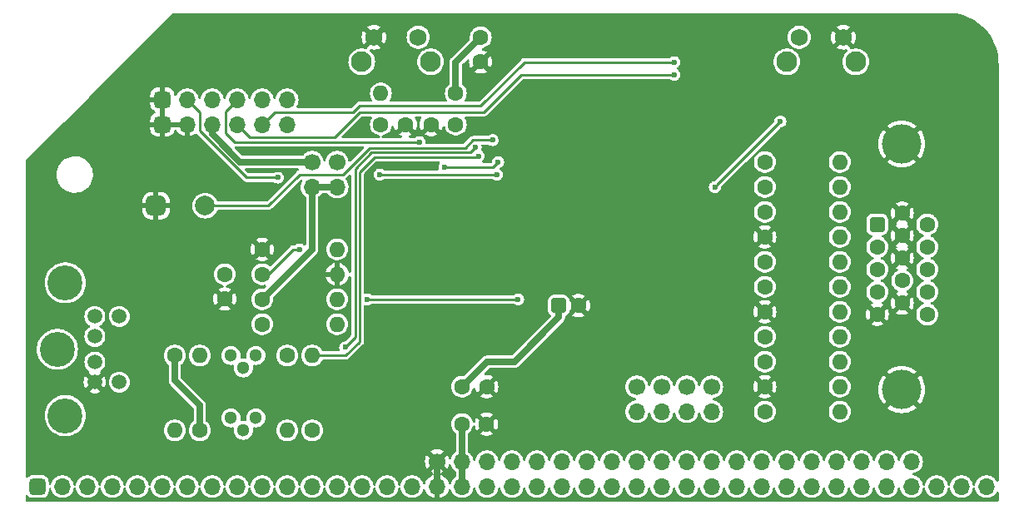
<source format=gbr>
%TF.GenerationSoftware,KiCad,Pcbnew,(7.0.0)*%
%TF.CreationDate,2024-06-02T18:05:14+02:00*%
%TF.ProjectId,rc-fabgl,72632d66-6162-4676-9c2e-6b696361645f,rev?*%
%TF.SameCoordinates,PX9157080PY9071968*%
%TF.FileFunction,Copper,L2,Bot*%
%TF.FilePolarity,Positive*%
%FSLAX46Y46*%
G04 Gerber Fmt 4.6, Leading zero omitted, Abs format (unit mm)*
G04 Created by KiCad (PCBNEW (7.0.0)) date 2024-06-02 18:05:14*
%MOMM*%
%LPD*%
G01*
G04 APERTURE LIST*
G04 Aperture macros list*
%AMRoundRect*
0 Rectangle with rounded corners*
0 $1 Rounding radius*
0 $2 $3 $4 $5 $6 $7 $8 $9 X,Y pos of 4 corners*
0 Add a 4 corners polygon primitive as box body*
4,1,4,$2,$3,$4,$5,$6,$7,$8,$9,$2,$3,0*
0 Add four circle primitives for the rounded corners*
1,1,$1+$1,$2,$3*
1,1,$1+$1,$4,$5*
1,1,$1+$1,$6,$7*
1,1,$1+$1,$8,$9*
0 Add four rect primitives between the rounded corners*
20,1,$1+$1,$2,$3,$4,$5,0*
20,1,$1+$1,$4,$5,$6,$7,0*
20,1,$1+$1,$6,$7,$8,$9,0*
20,1,$1+$1,$8,$9,$2,$3,0*%
G04 Aperture macros list end*
%TA.AperFunction,ComponentPad*%
%ADD10C,3.554999*%
%TD*%
%TA.AperFunction,ComponentPad*%
%ADD11C,1.509000*%
%TD*%
%TA.AperFunction,ComponentPad*%
%ADD12O,1.600000X1.600000*%
%TD*%
%TA.AperFunction,ComponentPad*%
%ADD13C,1.600000*%
%TD*%
%TA.AperFunction,ComponentPad*%
%ADD14O,1.700000X1.700000*%
%TD*%
%TA.AperFunction,ComponentPad*%
%ADD15RoundRect,0.425000X0.425000X-0.425000X0.425000X0.425000X-0.425000X0.425000X-0.425000X-0.425000X0*%
%TD*%
%TA.AperFunction,ComponentPad*%
%ADD16C,4.000000*%
%TD*%
%TA.AperFunction,ComponentPad*%
%ADD17RoundRect,0.400000X0.400000X-0.400000X0.400000X0.400000X-0.400000X0.400000X-0.400000X-0.400000X0*%
%TD*%
%TA.AperFunction,ComponentPad*%
%ADD18C,1.300000*%
%TD*%
%TA.AperFunction,ComponentPad*%
%ADD19C,1.700000*%
%TD*%
%TA.AperFunction,ComponentPad*%
%ADD20RoundRect,0.400000X-0.400000X-0.400000X0.400000X-0.400000X0.400000X0.400000X-0.400000X0.400000X0*%
%TD*%
%TA.AperFunction,ComponentPad*%
%ADD21C,2.000000*%
%TD*%
%TA.AperFunction,ComponentPad*%
%ADD22RoundRect,0.500000X-0.500000X-0.500000X0.500000X-0.500000X0.500000X0.500000X-0.500000X0.500000X0*%
%TD*%
%TA.AperFunction,ComponentPad*%
%ADD23C,2.100000*%
%TD*%
%TA.AperFunction,ComponentPad*%
%ADD24C,1.750000*%
%TD*%
%TA.AperFunction,ViaPad*%
%ADD25C,0.600000*%
%TD*%
%TA.AperFunction,Conductor*%
%ADD26C,0.254000*%
%TD*%
%TA.AperFunction,Conductor*%
%ADD27C,0.635000*%
%TD*%
%TA.AperFunction,Conductor*%
%ADD28C,0.250000*%
%TD*%
G04 APERTURE END LIST*
D10*
%TO.P,J4,0*%
%TO.N,N/C*%
X4112000Y22330200D03*
X4112000Y8810200D03*
X3302000Y15570200D03*
D11*
%TO.P,J4,5*%
%TO.N,/KBClk_5V*%
X9602000Y12220200D03*
%TO.P,J4,6*%
%TO.N,unconnected-(J4-Pad6)*%
X9602000Y18920200D03*
%TO.P,J4,3*%
%TO.N,GND*%
X7112000Y12220200D03*
%TO.P,J4,4*%
%TO.N,+5V*%
X7112000Y18920200D03*
%TO.P,J4,1*%
%TO.N,/KBDat_5v*%
X7112000Y14270200D03*
%TO.P,J4,2*%
%TO.N,unconnected-(J4-Pad2)*%
X7112000Y16870200D03*
%TD*%
D12*
%TO.P,R3,2*%
%TO.N,GND*%
X31749999Y23190199D03*
D13*
%TO.P,R3,1*%
%TO.N,/~{BufEn}*%
X24130000Y23190200D03*
%TD*%
%TO.P,C7,2*%
%TO.N,/~{BufEn}*%
X20320000Y23190200D03*
%TO.P,C7,1*%
%TO.N,GND*%
X20320000Y20690200D03*
%TD*%
D14*
%TO.P,J3,12,Pin_12*%
%TO.N,Ser2RTS*%
X26669999Y40970199D03*
%TO.P,J3,11,Pin_11*%
%TO.N,unconnected-(J3-Pin_11-Pad11)*%
X26669999Y38430199D03*
%TO.P,J3,10,Pin_10*%
%TO.N,/Ser2RX_5V*%
X24129999Y40970199D03*
%TO.P,J3,9,Pin_9*%
%TO.N,/ProgTX*%
X24129999Y38430199D03*
%TO.P,J3,8,Pin_8*%
%TO.N,Ser2TX*%
X21589999Y40970199D03*
%TO.P,J3,7,Pin_7*%
%TO.N,/ProgRX*%
X21589999Y38430199D03*
%TO.P,J3,6,Pin_6*%
%TO.N,/Ser25V*%
X19049999Y40970199D03*
%TO.P,J3,5,Pin_5*%
%TO.N,/Prog5V*%
X19049999Y38430199D03*
%TO.P,J3,4,Pin_4*%
%TO.N,/Ser2CTS_5V*%
X16509999Y40970199D03*
%TO.P,J3,3,Pin_3*%
%TO.N,GND*%
X16509999Y38430199D03*
D15*
%TO.P,J3,2,Pin_2*%
X13970000Y40970200D03*
%TO.P,J3,1,Pin_1*%
X13970000Y38430200D03*
%TD*%
D16*
%TO.P,J5,0*%
%TO.N,GND*%
X89177500Y36455200D03*
X89177500Y11455200D03*
D13*
%TO.P,J5,15*%
%TO.N,unconnected-(J5-Pad15)*%
X91757500Y19110200D03*
%TO.P,J5,14*%
%TO.N,/VSync*%
X91757500Y21400200D03*
%TO.P,J5,13*%
%TO.N,/HSync*%
X91757500Y23690200D03*
%TO.P,J5,12*%
%TO.N,unconnected-(J5-Pad12)*%
X91757500Y25980200D03*
%TO.P,J5,11*%
%TO.N,unconnected-(J5-Pad11)*%
X91757500Y28270200D03*
%TO.P,J5,10*%
%TO.N,GND*%
X89217500Y20255200D03*
%TO.P,J5,9*%
%TO.N,unconnected-(J5-Pad9)*%
X89217500Y22545200D03*
%TO.P,J5,8*%
%TO.N,GND*%
X89217500Y24835200D03*
%TO.P,J5,7*%
X89217500Y27125200D03*
%TO.P,J5,6*%
X89217500Y29415200D03*
%TO.P,J5,5*%
X86677500Y19110200D03*
%TO.P,J5,4*%
%TO.N,unconnected-(J5-Pad4)*%
X86677500Y21400200D03*
%TO.P,J5,3*%
%TO.N,/Blu*%
X86677500Y23690200D03*
%TO.P,J5,2*%
%TO.N,/Grn*%
X86677500Y25980200D03*
D17*
%TO.P,J5,1*%
%TO.N,/Red*%
X86677500Y28270200D03*
%TD*%
D12*
%TO.P,R14,2*%
%TO.N,/VSync*%
X82867499Y9220199D03*
D13*
%TO.P,R14,1*%
%TO.N,V*%
X75247500Y9220200D03*
%TD*%
D12*
%TO.P,R13,2*%
%TO.N,/Blu*%
X82867499Y11760199D03*
D13*
%TO.P,R13,1*%
%TO.N,GND*%
X75247500Y11760200D03*
%TD*%
D12*
%TO.P,R20,2*%
%TO.N,/Blu*%
X82867499Y14300199D03*
D13*
%TO.P,R20,1*%
%TO.N,B0*%
X75247500Y14300200D03*
%TD*%
D12*
%TO.P,R17,2*%
%TO.N,/Blu*%
X82867499Y16840199D03*
D13*
%TO.P,R17,1*%
%TO.N,B1*%
X75247500Y16840200D03*
%TD*%
D12*
%TO.P,R12,2*%
%TO.N,/Grn*%
X82867499Y19380199D03*
D13*
%TO.P,R12,1*%
%TO.N,GND*%
X75247500Y19380200D03*
%TD*%
D12*
%TO.P,R19,2*%
%TO.N,/Grn*%
X82867499Y21920199D03*
D13*
%TO.P,R19,1*%
%TO.N,G0*%
X75247500Y21920200D03*
%TD*%
D12*
%TO.P,R16,2*%
%TO.N,/Grn*%
X82867499Y24460199D03*
D13*
%TO.P,R16,1*%
%TO.N,G1*%
X75247500Y24460200D03*
%TD*%
D12*
%TO.P,R11,2*%
%TO.N,/Red*%
X82867499Y27000199D03*
D13*
%TO.P,R11,1*%
%TO.N,GND*%
X75247500Y27000200D03*
%TD*%
D12*
%TO.P,R18,2*%
%TO.N,/Red*%
X82867499Y29540199D03*
D13*
%TO.P,R18,1*%
%TO.N,R0*%
X75247500Y29540200D03*
%TD*%
D12*
%TO.P,R15,2*%
%TO.N,/Red*%
X82867499Y32080199D03*
D13*
%TO.P,R15,1*%
%TO.N,R1*%
X75247500Y32080200D03*
%TD*%
D12*
%TO.P,R10,2*%
%TO.N,/HSync*%
X82867499Y34620199D03*
D13*
%TO.P,R10,1*%
%TO.N,H*%
X75247500Y34620200D03*
%TD*%
D12*
%TO.P,R7,2*%
%TO.N,/KBClk_5V*%
X17779999Y14935199D03*
D13*
%TO.P,R7,1*%
%TO.N,+5V*%
X17780000Y7315200D03*
%TD*%
D12*
%TO.P,R6,2*%
%TO.N,/KBDat_5v*%
X15239999Y7315199D03*
D13*
%TO.P,R6,1*%
%TO.N,+5V*%
X15240000Y14935200D03*
%TD*%
D12*
%TO.P,R9,2*%
%TO.N,KBClk_3V*%
X29209999Y14935199D03*
D13*
%TO.P,R9,1*%
%TO.N,+3V3*%
X29210000Y7315200D03*
%TD*%
D12*
%TO.P,R8,2*%
%TO.N,KBDat_3V*%
X26669999Y7315199D03*
D13*
%TO.P,R8,1*%
%TO.N,+3V3*%
X26670000Y14935200D03*
%TD*%
D12*
%TO.P,R2,2*%
%TO.N,/Ser2CTS_5V*%
X31749999Y25730199D03*
D13*
%TO.P,R2,1*%
%TO.N,GND*%
X24130000Y25730200D03*
%TD*%
D12*
%TO.P,R4,2*%
%TO.N,/Ser2RX_5V*%
X31749999Y20650199D03*
D13*
%TO.P,R4,1*%
%TO.N,+5V*%
X24130000Y20650200D03*
%TD*%
D12*
%TO.P,R5,2*%
%TO.N,/Ser1RX_5V*%
X31749999Y18110199D03*
D13*
%TO.P,R5,1*%
%TO.N,+5V*%
X24130000Y18110200D03*
%TD*%
D12*
%TO.P,R1,2*%
%TO.N,~{Reset}*%
X36194999Y41605199D03*
D13*
%TO.P,R1,1*%
%TO.N,+3V3*%
X43815000Y41605200D03*
%TD*%
D18*
%TO.P,Q1,1,S*%
%TO.N,KBClk_3V*%
X23495000Y14935200D03*
%TO.P,Q1,3,D*%
%TO.N,/KBClk_5V*%
X20955000Y14935200D03*
%TO.P,Q1,2,G*%
%TO.N,+3V3*%
X22225000Y13665200D03*
%TD*%
%TO.P,Q2,1,S*%
%TO.N,KBDat_3V*%
X23495000Y8585200D03*
%TO.P,Q2,3,D*%
%TO.N,/KBDat_5v*%
X20955000Y8585200D03*
%TO.P,Q2,2,G*%
%TO.N,+3V3*%
X22225000Y7315200D03*
%TD*%
D14*
%TO.P,JP6,2,B*%
%TO.N,BusRX2*%
X69849999Y9220199D03*
D19*
%TO.P,JP6,1,A*%
%TO.N,Ser2TX*%
X69850000Y11760200D03*
%TD*%
D14*
%TO.P,JP5,2,B*%
%TO.N,BusTX2*%
X67309999Y9220199D03*
D19*
%TO.P,JP5,1,A*%
%TO.N,/Ser2RX_5V*%
X67310000Y11760200D03*
%TD*%
D14*
%TO.P,JP4,2,B*%
%TO.N,BusRX*%
X64769999Y9220199D03*
D19*
%TO.P,JP4,1,A*%
%TO.N,Ser1TX*%
X64770000Y11760200D03*
%TD*%
D14*
%TO.P,JP3,2,B*%
%TO.N,BusTX*%
X62229999Y9220199D03*
D19*
%TO.P,JP3,1,A*%
%TO.N,/Ser1RX_5V*%
X62230000Y11760200D03*
%TD*%
D14*
%TO.P,JP2,2,B*%
%TO.N,+5V*%
X31749999Y32080199D03*
D19*
%TO.P,JP2,1,A*%
%TO.N,/Ser25V*%
X31750000Y34620200D03*
%TD*%
D13*
%TO.P,C6,2*%
%TO.N,GND*%
X41315000Y38430200D03*
%TO.P,C6,1*%
%TO.N,+3V3*%
X43815000Y38430200D03*
%TD*%
%TO.P,C4,2*%
%TO.N,GND*%
X46355000Y44820200D03*
%TO.P,C4,1*%
%TO.N,+3V3*%
X46355000Y47320200D03*
%TD*%
D20*
%TO.P,C3,1*%
%TO.N,+3V3*%
X54292500Y20015200D03*
D13*
%TO.P,C3,2*%
%TO.N,GND*%
X56292500Y20015200D03*
%TD*%
%TO.P,C1,1*%
%TO.N,+5V*%
X44450000Y7950200D03*
%TO.P,C1,2*%
%TO.N,GND*%
X46950000Y7950200D03*
%TD*%
D21*
%TO.P,BZ1,2,2*%
%TO.N,/Buzz*%
X18335000Y30175200D03*
D22*
%TO.P,BZ1,1,1*%
%TO.N,GND*%
X13335000Y30175200D03*
%TD*%
D23*
%TO.P,SW2,*%
%TO.N,*%
X77490000Y44830200D03*
D24*
%TO.P,SW2,1,1*%
%TO.N,/Boot*%
X78740000Y47320200D03*
%TO.P,SW2,2,2*%
%TO.N,GND*%
X83240000Y47320200D03*
D23*
%TO.P,SW2,*%
%TO.N,*%
X84500000Y44830200D03*
%TD*%
%TO.P,SW1,*%
%TO.N,*%
X41265000Y44830200D03*
D24*
%TO.P,SW1,2,2*%
%TO.N,~{Reset}*%
X40005000Y47320200D03*
%TO.P,SW1,1,1*%
%TO.N,GND*%
X35505000Y47320200D03*
D23*
%TO.P,SW1,*%
%TO.N,*%
X34255000Y44830200D03*
%TD*%
D14*
%TO.P,JP1,2,B*%
%TO.N,+5V*%
X29209999Y32080199D03*
D19*
%TO.P,JP1,1,A*%
%TO.N,/Prog5V*%
X29210000Y34620200D03*
%TD*%
D14*
%TO.P,J2,20,Pin_20*%
%TO.N,BusRX2*%
X90169999Y4140199D03*
%TO.P,J2,19,Pin_19*%
%TO.N,BusTX2*%
X87629999Y4140199D03*
%TO.P,J2,18,Pin_18*%
%TO.N,unconnected-(J2-Pin_18-Pad18)*%
X85089999Y4140199D03*
%TO.P,J2,17,Pin_17*%
%TO.N,unconnected-(J2-Pin_17-Pad17)*%
X82549999Y4140199D03*
%TO.P,J2,16,Pin_16*%
%TO.N,unconnected-(J2-Pin_16-Pad16)*%
X80009999Y4140199D03*
%TO.P,J2,15,Pin_15*%
%TO.N,unconnected-(J2-Pin_15-Pad15)*%
X77469999Y4140199D03*
%TO.P,J2,14,Pin_14*%
%TO.N,unconnected-(J2-Pin_14-Pad14)*%
X74929999Y4140199D03*
%TO.P,J2,13,Pin_13*%
%TO.N,unconnected-(J2-Pin_13-Pad13)*%
X72389999Y4140199D03*
%TO.P,J2,12,Pin_12*%
%TO.N,unconnected-(J2-Pin_12-Pad12)*%
X69849999Y4140199D03*
%TO.P,J2,11,Pin_11*%
%TO.N,unconnected-(J2-Pin_11-Pad11)*%
X67309999Y4140199D03*
%TO.P,J2,10,Pin_10*%
%TO.N,unconnected-(J2-Pin_10-Pad10)*%
X64769999Y4140199D03*
%TO.P,J2,9,Pin_9*%
%TO.N,unconnected-(J2-Pin_9-Pad9)*%
X62229999Y4140199D03*
%TO.P,J2,8,Pin_8*%
%TO.N,unconnected-(J2-Pin_8-Pad8)*%
X59689999Y4140199D03*
%TO.P,J2,7,Pin_7*%
%TO.N,unconnected-(J2-Pin_7-Pad7)*%
X57149999Y4140199D03*
%TO.P,J2,6,Pin_6*%
%TO.N,unconnected-(J2-Pin_6-Pad6)*%
X54609999Y4140199D03*
%TO.P,J2,5,Pin_5*%
%TO.N,unconnected-(J2-Pin_5-Pad5)*%
X52069999Y4140199D03*
%TO.P,J2,4,Pin_4*%
%TO.N,unconnected-(J2-Pin_4-Pad4)*%
X49529999Y4140199D03*
%TO.P,J2,3,Pin_3*%
%TO.N,unconnected-(J2-Pin_3-Pad3)*%
X46989999Y4140199D03*
%TO.P,J2,2,Pin_2*%
%TO.N,+5V*%
X44449999Y4140199D03*
D19*
%TO.P,J2,1,Pin_1*%
%TO.N,GND*%
X41910000Y4140200D03*
%TD*%
D13*
%TO.P,C5,2*%
%TO.N,GND*%
X38695000Y38430200D03*
%TO.P,C5,1*%
%TO.N,~{Reset}*%
X36195000Y38430200D03*
%TD*%
%TO.P,C2,1*%
%TO.N,+3V3*%
X44470001Y11760200D03*
%TO.P,C2,2*%
%TO.N,GND*%
X46970001Y11760200D03*
%TD*%
D14*
%TO.P,J1,39,Pin_39*%
%TO.N,unconnected-(J1-Pin_39-Pad39)*%
X97789999Y1600199D03*
%TO.P,J1,38,Pin_38*%
%TO.N,unconnected-(J1-Pin_38-Pad38)*%
X95249999Y1600199D03*
%TO.P,J1,37,Pin_37*%
%TO.N,unconnected-(J1-Pin_37-Pad37)*%
X92709999Y1600199D03*
%TO.P,J1,36,Pin_36*%
%TO.N,BusRX*%
X90169999Y1600199D03*
%TO.P,J1,35,Pin_35*%
%TO.N,BusTX*%
X87629999Y1600199D03*
%TO.P,J1,34,Pin_34*%
%TO.N,unconnected-(J1-Pin_34-Pad34)*%
X85089999Y1600199D03*
%TO.P,J1,33,Pin_33*%
%TO.N,unconnected-(J1-Pin_33-Pad33)*%
X82549999Y1600199D03*
%TO.P,J1,32,Pin_32*%
%TO.N,unconnected-(J1-Pin_32-Pad32)*%
X80009999Y1600199D03*
%TO.P,J1,31,Pin_31*%
%TO.N,unconnected-(J1-Pin_31-Pad31)*%
X77469999Y1600199D03*
%TO.P,J1,30,Pin_30*%
%TO.N,unconnected-(J1-Pin_30-Pad30)*%
X74929999Y1600199D03*
%TO.P,J1,29,Pin_29*%
%TO.N,unconnected-(J1-Pin_29-Pad29)*%
X72389999Y1600199D03*
%TO.P,J1,28,Pin_28*%
%TO.N,unconnected-(J1-Pin_28-Pad28)*%
X69849999Y1600199D03*
%TO.P,J1,27,Pin_27*%
%TO.N,unconnected-(J1-Pin_27-Pad27)*%
X67309999Y1600199D03*
%TO.P,J1,26,Pin_26*%
%TO.N,unconnected-(J1-Pin_26-Pad26)*%
X64769999Y1600199D03*
%TO.P,J1,25,Pin_25*%
%TO.N,unconnected-(J1-Pin_25-Pad25)*%
X62229999Y1600199D03*
%TO.P,J1,24,Pin_24*%
%TO.N,unconnected-(J1-Pin_24-Pad24)*%
X59689999Y1600199D03*
%TO.P,J1,23,Pin_23*%
%TO.N,unconnected-(J1-Pin_23-Pad23)*%
X57149999Y1600199D03*
%TO.P,J1,22,Pin_22*%
%TO.N,unconnected-(J1-Pin_22-Pad22)*%
X54609999Y1600199D03*
%TO.P,J1,21,Pin_21*%
%TO.N,unconnected-(J1-Pin_21-Pad21)*%
X52069999Y1600199D03*
%TO.P,J1,20,Pin_20*%
%TO.N,unconnected-(J1-Pin_20-Pad20)*%
X49529999Y1600199D03*
%TO.P,J1,19,Pin_19*%
%TO.N,unconnected-(J1-Pin_19-Pad19)*%
X46989999Y1600199D03*
%TO.P,J1,18,Pin_18*%
%TO.N,+5V*%
X44449999Y1600199D03*
%TO.P,J1,17,Pin_17*%
%TO.N,GND*%
X41909999Y1600199D03*
%TO.P,J1,16,Pin_16*%
%TO.N,unconnected-(J1-Pin_16-Pad16)*%
X39369999Y1600199D03*
%TO.P,J1,15,Pin_15*%
%TO.N,unconnected-(J1-Pin_15-Pad15)*%
X36829999Y1600199D03*
%TO.P,J1,14,Pin_14*%
%TO.N,unconnected-(J1-Pin_14-Pad14)*%
X34289999Y1600199D03*
%TO.P,J1,13,Pin_13*%
%TO.N,unconnected-(J1-Pin_13-Pad13)*%
X31749999Y1600199D03*
%TO.P,J1,12,Pin_12*%
%TO.N,unconnected-(J1-Pin_12-Pad12)*%
X29209999Y1600199D03*
%TO.P,J1,11,Pin_11*%
%TO.N,unconnected-(J1-Pin_11-Pad11)*%
X26669999Y1600199D03*
%TO.P,J1,10,Pin_10*%
%TO.N,unconnected-(J1-Pin_10-Pad10)*%
X24129999Y1600199D03*
%TO.P,J1,9,Pin_9*%
%TO.N,unconnected-(J1-Pin_9-Pad9)*%
X21589999Y1600199D03*
%TO.P,J1,8,Pin_8*%
%TO.N,unconnected-(J1-Pin_8-Pad8)*%
X19049999Y1600199D03*
%TO.P,J1,7,Pin_7*%
%TO.N,unconnected-(J1-Pin_7-Pad7)*%
X16509999Y1600199D03*
%TO.P,J1,6,Pin_6*%
%TO.N,unconnected-(J1-Pin_6-Pad6)*%
X13969999Y1600199D03*
%TO.P,J1,5,Pin_5*%
%TO.N,unconnected-(J1-Pin_5-Pad5)*%
X11429999Y1600199D03*
%TO.P,J1,4,Pin_4*%
%TO.N,unconnected-(J1-Pin_4-Pad4)*%
X8889999Y1600199D03*
%TO.P,J1,3,Pin_3*%
%TO.N,unconnected-(J1-Pin_3-Pad3)*%
X6349999Y1600199D03*
%TO.P,J1,2,Pin_2*%
%TO.N,unconnected-(J1-Pin_2-Pad2)*%
X3809999Y1600199D03*
D15*
%TO.P,J1,1,Pin_1*%
%TO.N,unconnected-(J1-Pin_1-Pad1)*%
X1270000Y1600200D03*
%TD*%
D25*
%TO.N,GND*%
X24384000Y12776200D03*
X19812000Y12776200D03*
X40640000Y21920200D03*
X39116000Y34112200D03*
X34036000Y38176200D03*
X35560000Y24460200D03*
X40132000Y27508200D03*
X36068000Y28524200D03*
X33020000Y8204200D03*
%TO.N,/Ser2RX_5V*%
X34798000Y20650200D03*
%TO.N,Ser2TX*%
X42672000Y34112200D03*
X48133000Y34620200D03*
X40132000Y36652200D03*
%TO.N,GND*%
X40640000Y30556200D03*
%TO.N,KBClk_3V*%
X46125000Y35231200D03*
%TO.N,KBDat_3V*%
X45838500Y36144200D03*
%TO.N,Ser2RTS*%
X36068000Y33350200D03*
%TO.N,GND*%
X52705000Y39700200D03*
X66040000Y39700200D03*
X52705000Y48590200D03*
X66040000Y48590200D03*
X52705000Y30810200D03*
X66040000Y30810200D03*
X47523400Y18745200D03*
X47523400Y21386800D03*
X46037500Y41605200D03*
X25400000Y35890200D03*
X54864000Y14808200D03*
X67056000Y15316200D03*
X63500000Y6045200D03*
X26987500Y33667700D03*
X31750000Y29540200D03*
X29527500Y19380200D03*
X71437500Y42240200D03*
X33655000Y35890200D03*
X13335000Y10172700D03*
%TO.N,KBDat_3V*%
X32575500Y15760700D03*
%TO.N,/ProgTX*%
X66040000Y44780200D03*
%TO.N,/ProgRX*%
X66040000Y43510200D03*
%TO.N,/Boot*%
X70167500Y32080200D03*
X76834999Y38747701D03*
%TO.N,Ser2RTS*%
X48006000Y33350200D03*
%TO.N,/Ser2RX_5V*%
X50165000Y20650200D03*
%TO.N,/Ser2CTS_5V*%
X25717501Y33032700D03*
%TO.N,/Buzz*%
X47560003Y36844197D03*
%TO.N,/~{BufEn}*%
X27940000Y25730200D03*
%TD*%
D26*
%TO.N,/Ser2RX_5V*%
X34798000Y20650200D02*
X50165000Y20650200D01*
%TO.N,/Buzz*%
X27940000Y33350200D02*
X24765000Y30175200D01*
X35060000Y36025200D02*
X32385000Y33350200D01*
X32385000Y33350200D02*
X27940000Y33350200D01*
X44774356Y36025200D02*
X35060000Y36025200D01*
X45593353Y36844197D02*
X44774356Y36025200D01*
X24765000Y30175200D02*
X18335000Y30175200D01*
X47560003Y36844197D02*
X45593353Y36844197D01*
%TO.N,/ProgTX*%
X46355000Y40335200D02*
X50800000Y44780200D01*
X33393948Y39700200D02*
X34028948Y40335200D01*
X34028948Y40335200D02*
X46355000Y40335200D01*
X50800000Y44780200D02*
X66040000Y44780200D01*
X24130000Y38430200D02*
X25400000Y39700200D01*
X25400000Y39700200D02*
X33393948Y39700200D01*
%TO.N,/ProgRX*%
X46672500Y39700200D02*
X50482500Y43510200D01*
X34036000Y39700200D02*
X46672500Y39700200D01*
X22860000Y37160200D02*
X31496000Y37160200D01*
X50482500Y43510200D02*
X66040000Y43510200D01*
X21590000Y38430200D02*
X22860000Y37160200D01*
X31496000Y37160200D02*
X34036000Y39700200D01*
%TO.N,KBClk_3V*%
X32639000Y14935200D02*
X29210000Y14935200D01*
X34045500Y16341700D02*
X32639000Y14935200D01*
X34045500Y33613700D02*
X34045500Y16341700D01*
X35549000Y35117200D02*
X34045500Y33613700D01*
X46011000Y35117200D02*
X35549000Y35117200D01*
X46125000Y35231200D02*
X46011000Y35117200D01*
%TO.N,KBDat_3V*%
X45265500Y35571200D02*
X45838500Y36144200D01*
X35248052Y35571200D02*
X45265500Y35571200D01*
X33591500Y33914648D02*
X35248052Y35571200D01*
X32575500Y15760700D02*
X33591500Y16776700D01*
X33591500Y16776700D02*
X33591500Y33914648D01*
%TO.N,Ser2TX*%
X20413000Y37575200D02*
X21336000Y36652200D01*
X21590000Y40970200D02*
X20413000Y39793200D01*
X20413000Y39793200D02*
X20413000Y37575200D01*
X21336000Y36652200D02*
X40132000Y36652200D01*
D27*
%TO.N,GND*%
X41910000Y1600200D02*
X41910000Y4140200D01*
D28*
%TO.N,Ser2TX*%
X47625000Y34112200D02*
X48133000Y34620200D01*
X42672000Y34112200D02*
X47625000Y34112200D01*
D27*
%TO.N,/Prog5V*%
X19050000Y37436660D02*
X19050000Y38430200D01*
X21866460Y34620200D02*
X19050000Y37436660D01*
X29210000Y34620200D02*
X21866460Y34620200D01*
D26*
%TO.N,Ser2RTS*%
X48006000Y33350200D02*
X36068000Y33350200D01*
D27*
%TO.N,+3V3*%
X47010001Y14300200D02*
X44470001Y11760200D01*
X49784000Y14300200D02*
X47010001Y14300200D01*
X54292500Y18808700D02*
X49784000Y14300200D01*
X54292500Y20015200D02*
X54292500Y18808700D01*
%TO.N,+5V*%
X44450000Y4140200D02*
X44450000Y1600200D01*
%TO.N,GND*%
X7112000Y12220200D02*
X7112000Y12268200D01*
%TO.N,+5V*%
X29210000Y32080200D02*
X31750000Y32080200D01*
X44450000Y4140200D02*
X44450000Y7950200D01*
X24130000Y20650200D02*
X29210000Y25730200D01*
X29210000Y25730200D02*
X29210000Y32080200D01*
X17780000Y7315200D02*
X17780000Y9855200D01*
X15240000Y12395200D02*
X15240000Y14935200D01*
X17780000Y9855200D02*
X15240000Y12395200D01*
%TO.N,+3V3*%
X43815000Y44780200D02*
X43815000Y41605200D01*
X46355000Y47320200D02*
X43815000Y44780200D01*
D26*
%TO.N,/Boot*%
X70167500Y32080200D02*
X70467499Y32380201D01*
X70467499Y32380201D02*
X76834999Y38747701D01*
%TO.N,/Ser2CTS_5V*%
X17780000Y37795200D02*
X22542500Y33032700D01*
X22542500Y33032700D02*
X25717501Y33032700D01*
X17780000Y39700200D02*
X17780000Y37795200D01*
X16510000Y40970200D02*
X17780000Y39700200D01*
%TO.N,/~{BufEn}*%
X27305000Y25730200D02*
X27940000Y25730200D01*
X24130000Y23190200D02*
X24765000Y23190200D01*
X24765000Y23190200D02*
X27305000Y25730200D01*
%TD*%
%TA.AperFunction,Conductor*%
%TO.N,GND*%
G36*
X42101000Y1837319D02*
G01*
X42147119Y1791200D01*
X42164000Y1728200D01*
X42164000Y408327D01*
X42166591Y397213D01*
X42178001Y397586D01*
X42327324Y437598D01*
X42337617Y441344D01*
X42522869Y527729D01*
X42532356Y533206D01*
X42699782Y650438D01*
X42708189Y657493D01*
X42852707Y802011D01*
X42859762Y810418D01*
X42976994Y977844D01*
X42982471Y987331D01*
X43068856Y1172583D01*
X43072602Y1182875D01*
X43097606Y1276190D01*
X43129943Y1332399D01*
X43185952Y1365082D01*
X43250798Y1365582D01*
X43307304Y1333766D01*
X43340503Y1278061D01*
X43366506Y1186671D01*
X43368100Y1181070D01*
X43370691Y1175866D01*
X43370694Y1175859D01*
X43448819Y1018963D01*
X43463536Y989408D01*
X43467044Y984762D01*
X43467047Y984758D01*
X43589053Y823196D01*
X43589057Y823192D01*
X43592566Y818545D01*
X43596868Y814623D01*
X43596871Y814620D01*
X43610703Y802011D01*
X43750794Y674301D01*
X43755748Y671234D01*
X43755749Y671233D01*
X43927882Y564653D01*
X43927886Y564651D01*
X43932833Y561588D01*
X44132483Y484243D01*
X44342946Y444900D01*
X44551227Y444900D01*
X44557054Y444900D01*
X44767517Y484243D01*
X44967167Y561588D01*
X45149206Y674301D01*
X45307434Y818545D01*
X45436464Y989408D01*
X45531900Y1181070D01*
X45590494Y1387005D01*
X45594537Y1430638D01*
X45614966Y1488609D01*
X45660390Y1530018D01*
X45720000Y1545011D01*
X45779610Y1530018D01*
X45825034Y1488609D01*
X45845462Y1430638D01*
X45849506Y1387005D01*
X45851098Y1381407D01*
X45851099Y1381406D01*
X45906505Y1186673D01*
X45908100Y1181070D01*
X45910691Y1175866D01*
X45910694Y1175859D01*
X45988819Y1018963D01*
X46003536Y989408D01*
X46007044Y984762D01*
X46007047Y984758D01*
X46129053Y823196D01*
X46129057Y823192D01*
X46132566Y818545D01*
X46136868Y814623D01*
X46136871Y814620D01*
X46150703Y802011D01*
X46290794Y674301D01*
X46295748Y671234D01*
X46295749Y671233D01*
X46467882Y564653D01*
X46467886Y564651D01*
X46472833Y561588D01*
X46672483Y484243D01*
X46882946Y444900D01*
X47091227Y444900D01*
X47097054Y444900D01*
X47307517Y484243D01*
X47507167Y561588D01*
X47689206Y674301D01*
X47847434Y818545D01*
X47976464Y989408D01*
X48071900Y1181070D01*
X48130494Y1387005D01*
X48134537Y1430638D01*
X48154966Y1488609D01*
X48200390Y1530018D01*
X48260000Y1545011D01*
X48319610Y1530018D01*
X48365034Y1488609D01*
X48385462Y1430638D01*
X48389506Y1387005D01*
X48391098Y1381407D01*
X48391099Y1381406D01*
X48446505Y1186673D01*
X48448100Y1181070D01*
X48450691Y1175866D01*
X48450694Y1175859D01*
X48528819Y1018963D01*
X48543536Y989408D01*
X48547044Y984762D01*
X48547047Y984758D01*
X48669053Y823196D01*
X48669057Y823192D01*
X48672566Y818545D01*
X48676868Y814623D01*
X48676871Y814620D01*
X48690703Y802011D01*
X48830794Y674301D01*
X48835748Y671234D01*
X48835749Y671233D01*
X49007882Y564653D01*
X49007886Y564651D01*
X49012833Y561588D01*
X49212483Y484243D01*
X49422946Y444900D01*
X49631227Y444900D01*
X49637054Y444900D01*
X49847517Y484243D01*
X50047167Y561588D01*
X50229206Y674301D01*
X50387434Y818545D01*
X50516464Y989408D01*
X50611900Y1181070D01*
X50670494Y1387005D01*
X50674537Y1430638D01*
X50694966Y1488609D01*
X50740390Y1530018D01*
X50800000Y1545011D01*
X50859610Y1530018D01*
X50905034Y1488609D01*
X50925462Y1430638D01*
X50929506Y1387005D01*
X50931098Y1381407D01*
X50931099Y1381406D01*
X50986505Y1186673D01*
X50988100Y1181070D01*
X50990691Y1175866D01*
X50990694Y1175859D01*
X51068819Y1018963D01*
X51083536Y989408D01*
X51087044Y984762D01*
X51087047Y984758D01*
X51209053Y823196D01*
X51209057Y823192D01*
X51212566Y818545D01*
X51216868Y814623D01*
X51216871Y814620D01*
X51230703Y802011D01*
X51370794Y674301D01*
X51375748Y671234D01*
X51375749Y671233D01*
X51547882Y564653D01*
X51547886Y564651D01*
X51552833Y561588D01*
X51752483Y484243D01*
X51962946Y444900D01*
X52171227Y444900D01*
X52177054Y444900D01*
X52387517Y484243D01*
X52587167Y561588D01*
X52769206Y674301D01*
X52927434Y818545D01*
X53056464Y989408D01*
X53151900Y1181070D01*
X53210494Y1387005D01*
X53214537Y1430638D01*
X53234966Y1488609D01*
X53280390Y1530018D01*
X53340000Y1545011D01*
X53399610Y1530018D01*
X53445034Y1488609D01*
X53465462Y1430638D01*
X53469506Y1387005D01*
X53471098Y1381407D01*
X53471099Y1381406D01*
X53526505Y1186673D01*
X53528100Y1181070D01*
X53530691Y1175866D01*
X53530694Y1175859D01*
X53608819Y1018963D01*
X53623536Y989408D01*
X53627044Y984762D01*
X53627047Y984758D01*
X53749053Y823196D01*
X53749057Y823192D01*
X53752566Y818545D01*
X53756868Y814623D01*
X53756871Y814620D01*
X53770703Y802011D01*
X53910794Y674301D01*
X53915748Y671234D01*
X53915749Y671233D01*
X54087882Y564653D01*
X54087886Y564651D01*
X54092833Y561588D01*
X54292483Y484243D01*
X54502946Y444900D01*
X54711227Y444900D01*
X54717054Y444900D01*
X54927517Y484243D01*
X55127167Y561588D01*
X55309206Y674301D01*
X55467434Y818545D01*
X55596464Y989408D01*
X55691900Y1181070D01*
X55750494Y1387005D01*
X55754537Y1430638D01*
X55774966Y1488609D01*
X55820390Y1530018D01*
X55880000Y1545011D01*
X55939610Y1530018D01*
X55985034Y1488609D01*
X56005462Y1430638D01*
X56009506Y1387005D01*
X56011098Y1381407D01*
X56011099Y1381406D01*
X56066505Y1186673D01*
X56068100Y1181070D01*
X56070691Y1175866D01*
X56070694Y1175859D01*
X56148819Y1018963D01*
X56163536Y989408D01*
X56167044Y984762D01*
X56167047Y984758D01*
X56289053Y823196D01*
X56289057Y823192D01*
X56292566Y818545D01*
X56296868Y814623D01*
X56296871Y814620D01*
X56310703Y802011D01*
X56450794Y674301D01*
X56455748Y671234D01*
X56455749Y671233D01*
X56627882Y564653D01*
X56627886Y564651D01*
X56632833Y561588D01*
X56832483Y484243D01*
X57042946Y444900D01*
X57251227Y444900D01*
X57257054Y444900D01*
X57467517Y484243D01*
X57667167Y561588D01*
X57849206Y674301D01*
X58007434Y818545D01*
X58136464Y989408D01*
X58231900Y1181070D01*
X58290494Y1387005D01*
X58294537Y1430638D01*
X58314966Y1488609D01*
X58360390Y1530018D01*
X58420000Y1545011D01*
X58479610Y1530018D01*
X58525034Y1488609D01*
X58545462Y1430638D01*
X58549506Y1387005D01*
X58551098Y1381407D01*
X58551099Y1381406D01*
X58606505Y1186673D01*
X58608100Y1181070D01*
X58610691Y1175866D01*
X58610694Y1175859D01*
X58688819Y1018963D01*
X58703536Y989408D01*
X58707044Y984762D01*
X58707047Y984758D01*
X58829053Y823196D01*
X58829057Y823192D01*
X58832566Y818545D01*
X58836868Y814623D01*
X58836871Y814620D01*
X58850703Y802011D01*
X58990794Y674301D01*
X58995748Y671234D01*
X58995749Y671233D01*
X59167882Y564653D01*
X59167886Y564651D01*
X59172833Y561588D01*
X59372483Y484243D01*
X59582946Y444900D01*
X59791227Y444900D01*
X59797054Y444900D01*
X60007517Y484243D01*
X60207167Y561588D01*
X60389206Y674301D01*
X60547434Y818545D01*
X60676464Y989408D01*
X60771900Y1181070D01*
X60830494Y1387005D01*
X60834537Y1430638D01*
X60854966Y1488609D01*
X60900390Y1530018D01*
X60960000Y1545011D01*
X61019610Y1530018D01*
X61065034Y1488609D01*
X61085462Y1430638D01*
X61089506Y1387005D01*
X61091098Y1381407D01*
X61091099Y1381406D01*
X61146505Y1186673D01*
X61148100Y1181070D01*
X61150691Y1175866D01*
X61150694Y1175859D01*
X61228819Y1018963D01*
X61243536Y989408D01*
X61247044Y984762D01*
X61247047Y984758D01*
X61369053Y823196D01*
X61369057Y823192D01*
X61372566Y818545D01*
X61376868Y814623D01*
X61376871Y814620D01*
X61390703Y802011D01*
X61530794Y674301D01*
X61535748Y671234D01*
X61535749Y671233D01*
X61707882Y564653D01*
X61707886Y564651D01*
X61712833Y561588D01*
X61912483Y484243D01*
X62122946Y444900D01*
X62331227Y444900D01*
X62337054Y444900D01*
X62547517Y484243D01*
X62747167Y561588D01*
X62929206Y674301D01*
X63087434Y818545D01*
X63216464Y989408D01*
X63311900Y1181070D01*
X63370494Y1387005D01*
X63374537Y1430638D01*
X63394966Y1488609D01*
X63440390Y1530018D01*
X63500000Y1545011D01*
X63559610Y1530018D01*
X63605034Y1488609D01*
X63625462Y1430638D01*
X63629506Y1387005D01*
X63631098Y1381407D01*
X63631099Y1381406D01*
X63686505Y1186673D01*
X63688100Y1181070D01*
X63690691Y1175866D01*
X63690694Y1175859D01*
X63768819Y1018963D01*
X63783536Y989408D01*
X63787044Y984762D01*
X63787047Y984758D01*
X63909053Y823196D01*
X63909057Y823192D01*
X63912566Y818545D01*
X63916868Y814623D01*
X63916871Y814620D01*
X63930703Y802011D01*
X64070794Y674301D01*
X64075748Y671234D01*
X64075749Y671233D01*
X64247882Y564653D01*
X64247886Y564651D01*
X64252833Y561588D01*
X64452483Y484243D01*
X64662946Y444900D01*
X64871227Y444900D01*
X64877054Y444900D01*
X65087517Y484243D01*
X65287167Y561588D01*
X65469206Y674301D01*
X65627434Y818545D01*
X65756464Y989408D01*
X65851900Y1181070D01*
X65910494Y1387005D01*
X65914537Y1430638D01*
X65934966Y1488609D01*
X65980390Y1530018D01*
X66040000Y1545011D01*
X66099610Y1530018D01*
X66145034Y1488609D01*
X66165462Y1430638D01*
X66169506Y1387005D01*
X66171098Y1381407D01*
X66171099Y1381406D01*
X66226505Y1186673D01*
X66228100Y1181070D01*
X66230691Y1175866D01*
X66230694Y1175859D01*
X66308819Y1018963D01*
X66323536Y989408D01*
X66327044Y984762D01*
X66327047Y984758D01*
X66449053Y823196D01*
X66449057Y823192D01*
X66452566Y818545D01*
X66456868Y814623D01*
X66456871Y814620D01*
X66470703Y802011D01*
X66610794Y674301D01*
X66615748Y671234D01*
X66615749Y671233D01*
X66787882Y564653D01*
X66787886Y564651D01*
X66792833Y561588D01*
X66992483Y484243D01*
X67202946Y444900D01*
X67411227Y444900D01*
X67417054Y444900D01*
X67627517Y484243D01*
X67827167Y561588D01*
X68009206Y674301D01*
X68167434Y818545D01*
X68296464Y989408D01*
X68391900Y1181070D01*
X68450494Y1387005D01*
X68454537Y1430638D01*
X68474966Y1488609D01*
X68520390Y1530018D01*
X68580000Y1545011D01*
X68639610Y1530018D01*
X68685034Y1488609D01*
X68705462Y1430638D01*
X68709506Y1387005D01*
X68711098Y1381407D01*
X68711099Y1381406D01*
X68766505Y1186673D01*
X68768100Y1181070D01*
X68770691Y1175866D01*
X68770694Y1175859D01*
X68848819Y1018963D01*
X68863536Y989408D01*
X68867044Y984762D01*
X68867047Y984758D01*
X68989053Y823196D01*
X68989057Y823192D01*
X68992566Y818545D01*
X68996868Y814623D01*
X68996871Y814620D01*
X69010703Y802011D01*
X69150794Y674301D01*
X69155748Y671234D01*
X69155749Y671233D01*
X69327882Y564653D01*
X69327886Y564651D01*
X69332833Y561588D01*
X69532483Y484243D01*
X69742946Y444900D01*
X69951227Y444900D01*
X69957054Y444900D01*
X70167517Y484243D01*
X70367167Y561588D01*
X70549206Y674301D01*
X70707434Y818545D01*
X70836464Y989408D01*
X70931900Y1181070D01*
X70990494Y1387005D01*
X70994537Y1430638D01*
X71014966Y1488609D01*
X71060390Y1530018D01*
X71120000Y1545011D01*
X71179610Y1530018D01*
X71225034Y1488609D01*
X71245462Y1430638D01*
X71249506Y1387005D01*
X71251098Y1381407D01*
X71251099Y1381406D01*
X71306505Y1186673D01*
X71308100Y1181070D01*
X71310691Y1175866D01*
X71310694Y1175859D01*
X71388819Y1018963D01*
X71403536Y989408D01*
X71407044Y984762D01*
X71407047Y984758D01*
X71529053Y823196D01*
X71529057Y823192D01*
X71532566Y818545D01*
X71536868Y814623D01*
X71536871Y814620D01*
X71550703Y802011D01*
X71690794Y674301D01*
X71695748Y671234D01*
X71695749Y671233D01*
X71867882Y564653D01*
X71867886Y564651D01*
X71872833Y561588D01*
X72072483Y484243D01*
X72282946Y444900D01*
X72491227Y444900D01*
X72497054Y444900D01*
X72707517Y484243D01*
X72907167Y561588D01*
X73089206Y674301D01*
X73247434Y818545D01*
X73376464Y989408D01*
X73471900Y1181070D01*
X73530494Y1387005D01*
X73534537Y1430638D01*
X73554966Y1488609D01*
X73600390Y1530018D01*
X73660000Y1545011D01*
X73719610Y1530018D01*
X73765034Y1488609D01*
X73785462Y1430638D01*
X73789506Y1387005D01*
X73791098Y1381407D01*
X73791099Y1381406D01*
X73846505Y1186673D01*
X73848100Y1181070D01*
X73850691Y1175866D01*
X73850694Y1175859D01*
X73928819Y1018963D01*
X73943536Y989408D01*
X73947044Y984762D01*
X73947047Y984758D01*
X74069053Y823196D01*
X74069057Y823192D01*
X74072566Y818545D01*
X74076868Y814623D01*
X74076871Y814620D01*
X74090703Y802011D01*
X74230794Y674301D01*
X74235748Y671234D01*
X74235749Y671233D01*
X74407882Y564653D01*
X74407886Y564651D01*
X74412833Y561588D01*
X74612483Y484243D01*
X74822946Y444900D01*
X75031227Y444900D01*
X75037054Y444900D01*
X75247517Y484243D01*
X75447167Y561588D01*
X75629206Y674301D01*
X75787434Y818545D01*
X75916464Y989408D01*
X76011900Y1181070D01*
X76070494Y1387005D01*
X76074537Y1430638D01*
X76094966Y1488609D01*
X76140390Y1530018D01*
X76200000Y1545011D01*
X76259610Y1530018D01*
X76305034Y1488609D01*
X76325462Y1430638D01*
X76329506Y1387005D01*
X76331098Y1381407D01*
X76331099Y1381406D01*
X76386505Y1186673D01*
X76388100Y1181070D01*
X76390691Y1175866D01*
X76390694Y1175859D01*
X76468819Y1018963D01*
X76483536Y989408D01*
X76487044Y984762D01*
X76487047Y984758D01*
X76609053Y823196D01*
X76609057Y823192D01*
X76612566Y818545D01*
X76616868Y814623D01*
X76616871Y814620D01*
X76630703Y802011D01*
X76770794Y674301D01*
X76775748Y671234D01*
X76775749Y671233D01*
X76947882Y564653D01*
X76947886Y564651D01*
X76952833Y561588D01*
X77152483Y484243D01*
X77362946Y444900D01*
X77571227Y444900D01*
X77577054Y444900D01*
X77787517Y484243D01*
X77987167Y561588D01*
X78169206Y674301D01*
X78327434Y818545D01*
X78456464Y989408D01*
X78551900Y1181070D01*
X78610494Y1387005D01*
X78614537Y1430638D01*
X78634966Y1488609D01*
X78680390Y1530018D01*
X78740000Y1545011D01*
X78799610Y1530018D01*
X78845034Y1488609D01*
X78865462Y1430638D01*
X78869506Y1387005D01*
X78871098Y1381407D01*
X78871099Y1381406D01*
X78926505Y1186673D01*
X78928100Y1181070D01*
X78930691Y1175866D01*
X78930694Y1175859D01*
X79008819Y1018963D01*
X79023536Y989408D01*
X79027044Y984762D01*
X79027047Y984758D01*
X79149053Y823196D01*
X79149057Y823192D01*
X79152566Y818545D01*
X79156868Y814623D01*
X79156871Y814620D01*
X79170703Y802011D01*
X79310794Y674301D01*
X79315748Y671234D01*
X79315749Y671233D01*
X79487882Y564653D01*
X79487886Y564651D01*
X79492833Y561588D01*
X79692483Y484243D01*
X79902946Y444900D01*
X80111227Y444900D01*
X80117054Y444900D01*
X80327517Y484243D01*
X80527167Y561588D01*
X80709206Y674301D01*
X80867434Y818545D01*
X80996464Y989408D01*
X81091900Y1181070D01*
X81150494Y1387005D01*
X81154537Y1430638D01*
X81174966Y1488609D01*
X81220390Y1530018D01*
X81280000Y1545011D01*
X81339610Y1530018D01*
X81385034Y1488609D01*
X81405462Y1430638D01*
X81409506Y1387005D01*
X81411098Y1381407D01*
X81411099Y1381406D01*
X81466505Y1186673D01*
X81468100Y1181070D01*
X81470691Y1175866D01*
X81470694Y1175859D01*
X81548819Y1018963D01*
X81563536Y989408D01*
X81567044Y984762D01*
X81567047Y984758D01*
X81689053Y823196D01*
X81689057Y823192D01*
X81692566Y818545D01*
X81696868Y814623D01*
X81696871Y814620D01*
X81710703Y802011D01*
X81850794Y674301D01*
X81855748Y671234D01*
X81855749Y671233D01*
X82027882Y564653D01*
X82027886Y564651D01*
X82032833Y561588D01*
X82232483Y484243D01*
X82442946Y444900D01*
X82651227Y444900D01*
X82657054Y444900D01*
X82867517Y484243D01*
X83067167Y561588D01*
X83249206Y674301D01*
X83407434Y818545D01*
X83536464Y989408D01*
X83631900Y1181070D01*
X83690494Y1387005D01*
X83694537Y1430638D01*
X83714966Y1488609D01*
X83760390Y1530018D01*
X83820000Y1545011D01*
X83879610Y1530018D01*
X83925034Y1488609D01*
X83945462Y1430638D01*
X83949506Y1387005D01*
X83951098Y1381407D01*
X83951099Y1381406D01*
X84006505Y1186673D01*
X84008100Y1181070D01*
X84010691Y1175866D01*
X84010694Y1175859D01*
X84088819Y1018963D01*
X84103536Y989408D01*
X84107044Y984762D01*
X84107047Y984758D01*
X84229053Y823196D01*
X84229057Y823192D01*
X84232566Y818545D01*
X84236868Y814623D01*
X84236871Y814620D01*
X84250703Y802011D01*
X84390794Y674301D01*
X84395748Y671234D01*
X84395749Y671233D01*
X84567882Y564653D01*
X84567886Y564651D01*
X84572833Y561588D01*
X84772483Y484243D01*
X84982946Y444900D01*
X85191227Y444900D01*
X85197054Y444900D01*
X85407517Y484243D01*
X85607167Y561588D01*
X85789206Y674301D01*
X85947434Y818545D01*
X86076464Y989408D01*
X86171900Y1181070D01*
X86230494Y1387005D01*
X86234537Y1430638D01*
X86254966Y1488609D01*
X86300390Y1530018D01*
X86360000Y1545011D01*
X86419610Y1530018D01*
X86465034Y1488609D01*
X86485462Y1430638D01*
X86489506Y1387005D01*
X86491098Y1381407D01*
X86491099Y1381406D01*
X86546505Y1186673D01*
X86548100Y1181070D01*
X86550691Y1175866D01*
X86550694Y1175859D01*
X86628819Y1018963D01*
X86643536Y989408D01*
X86647044Y984762D01*
X86647047Y984758D01*
X86769053Y823196D01*
X86769057Y823192D01*
X86772566Y818545D01*
X86776868Y814623D01*
X86776871Y814620D01*
X86790703Y802011D01*
X86930794Y674301D01*
X86935748Y671234D01*
X86935749Y671233D01*
X87107882Y564653D01*
X87107886Y564651D01*
X87112833Y561588D01*
X87312483Y484243D01*
X87522946Y444900D01*
X87731227Y444900D01*
X87737054Y444900D01*
X87947517Y484243D01*
X88147167Y561588D01*
X88329206Y674301D01*
X88487434Y818545D01*
X88616464Y989408D01*
X88711900Y1181070D01*
X88770494Y1387005D01*
X88774537Y1430638D01*
X88794966Y1488609D01*
X88840390Y1530018D01*
X88900000Y1545011D01*
X88959610Y1530018D01*
X89005034Y1488609D01*
X89025462Y1430638D01*
X89029506Y1387005D01*
X89031098Y1381407D01*
X89031099Y1381406D01*
X89086505Y1186673D01*
X89088100Y1181070D01*
X89090691Y1175866D01*
X89090694Y1175859D01*
X89168819Y1018963D01*
X89183536Y989408D01*
X89187044Y984762D01*
X89187047Y984758D01*
X89309053Y823196D01*
X89309057Y823192D01*
X89312566Y818545D01*
X89316868Y814623D01*
X89316871Y814620D01*
X89330703Y802011D01*
X89470794Y674301D01*
X89475748Y671234D01*
X89475749Y671233D01*
X89647882Y564653D01*
X89647886Y564651D01*
X89652833Y561588D01*
X89852483Y484243D01*
X90062946Y444900D01*
X90271227Y444900D01*
X90277054Y444900D01*
X90487517Y484243D01*
X90687167Y561588D01*
X90869206Y674301D01*
X91027434Y818545D01*
X91156464Y989408D01*
X91251900Y1181070D01*
X91310494Y1387005D01*
X91314537Y1430638D01*
X91334966Y1488609D01*
X91380390Y1530018D01*
X91440000Y1545011D01*
X91499610Y1530018D01*
X91545034Y1488609D01*
X91565462Y1430638D01*
X91569506Y1387005D01*
X91571098Y1381407D01*
X91571099Y1381406D01*
X91626505Y1186673D01*
X91628100Y1181070D01*
X91630691Y1175866D01*
X91630694Y1175859D01*
X91708819Y1018963D01*
X91723536Y989408D01*
X91727044Y984762D01*
X91727047Y984758D01*
X91849053Y823196D01*
X91849057Y823192D01*
X91852566Y818545D01*
X91856868Y814623D01*
X91856871Y814620D01*
X91870703Y802011D01*
X92010794Y674301D01*
X92015748Y671234D01*
X92015749Y671233D01*
X92187882Y564653D01*
X92187886Y564651D01*
X92192833Y561588D01*
X92392483Y484243D01*
X92602946Y444900D01*
X92811227Y444900D01*
X92817054Y444900D01*
X93027517Y484243D01*
X93227167Y561588D01*
X93409206Y674301D01*
X93567434Y818545D01*
X93696464Y989408D01*
X93791900Y1181070D01*
X93850494Y1387005D01*
X93854537Y1430638D01*
X93874966Y1488609D01*
X93920390Y1530018D01*
X93980000Y1545011D01*
X94039610Y1530018D01*
X94085034Y1488609D01*
X94105462Y1430638D01*
X94109506Y1387005D01*
X94111098Y1381407D01*
X94111099Y1381406D01*
X94166505Y1186673D01*
X94168100Y1181070D01*
X94170691Y1175866D01*
X94170694Y1175859D01*
X94248819Y1018963D01*
X94263536Y989408D01*
X94267044Y984762D01*
X94267047Y984758D01*
X94389053Y823196D01*
X94389057Y823192D01*
X94392566Y818545D01*
X94396868Y814623D01*
X94396871Y814620D01*
X94410703Y802011D01*
X94550794Y674301D01*
X94555748Y671234D01*
X94555749Y671233D01*
X94727882Y564653D01*
X94727886Y564651D01*
X94732833Y561588D01*
X94932483Y484243D01*
X95142946Y444900D01*
X95351227Y444900D01*
X95357054Y444900D01*
X95567517Y484243D01*
X95767167Y561588D01*
X95949206Y674301D01*
X96107434Y818545D01*
X96236464Y989408D01*
X96331900Y1181070D01*
X96390494Y1387005D01*
X96394537Y1430638D01*
X96414966Y1488609D01*
X96460390Y1530018D01*
X96520000Y1545011D01*
X96579610Y1530018D01*
X96625034Y1488609D01*
X96645462Y1430638D01*
X96649506Y1387005D01*
X96651098Y1381407D01*
X96651099Y1381406D01*
X96706505Y1186673D01*
X96708100Y1181070D01*
X96710691Y1175866D01*
X96710694Y1175859D01*
X96788819Y1018963D01*
X96803536Y989408D01*
X96807044Y984762D01*
X96807047Y984758D01*
X96929053Y823196D01*
X96929057Y823192D01*
X96932566Y818545D01*
X96936868Y814623D01*
X96936871Y814620D01*
X96950703Y802011D01*
X97090794Y674301D01*
X97095748Y671234D01*
X97095749Y671233D01*
X97267882Y564653D01*
X97267886Y564651D01*
X97272833Y561588D01*
X97472483Y484243D01*
X97682946Y444900D01*
X97891227Y444900D01*
X97897054Y444900D01*
X98107517Y484243D01*
X98307167Y561588D01*
X98489206Y674301D01*
X98647434Y818545D01*
X98776464Y989408D01*
X98787108Y1010786D01*
X98831601Y1060506D01*
X98895244Y1080537D01*
X98960192Y1065261D01*
X99008235Y1018963D01*
X99025900Y954623D01*
X99025900Y201500D01*
X99009019Y138500D01*
X98962900Y92381D01*
X98899900Y75500D01*
X201500Y75500D01*
X138500Y92381D01*
X92381Y138500D01*
X75500Y201500D01*
X75500Y607709D01*
X89233Y664912D01*
X127439Y709645D01*
X181789Y732158D01*
X240436Y727542D01*
X290595Y696804D01*
X388958Y598441D01*
X534261Y508817D01*
X696315Y455118D01*
X796332Y444900D01*
X1740463Y444900D01*
X1743668Y444900D01*
X1843685Y455118D01*
X2005739Y508817D01*
X2151042Y598441D01*
X2271759Y719158D01*
X2361383Y864461D01*
X2415082Y1026515D01*
X2425300Y1126532D01*
X2425300Y1342035D01*
X2439388Y1399928D01*
X2478500Y1444876D01*
X2533892Y1466827D01*
X2593177Y1460873D01*
X2643097Y1428345D01*
X2672490Y1376517D01*
X2726505Y1186673D01*
X2728100Y1181070D01*
X2730691Y1175866D01*
X2730694Y1175859D01*
X2808819Y1018963D01*
X2823536Y989408D01*
X2827044Y984762D01*
X2827047Y984758D01*
X2949053Y823196D01*
X2949057Y823192D01*
X2952566Y818545D01*
X2956868Y814623D01*
X2956871Y814620D01*
X2970703Y802011D01*
X3110794Y674301D01*
X3115748Y671234D01*
X3115749Y671233D01*
X3287882Y564653D01*
X3287886Y564651D01*
X3292833Y561588D01*
X3492483Y484243D01*
X3702946Y444900D01*
X3911227Y444900D01*
X3917054Y444900D01*
X4127517Y484243D01*
X4327167Y561588D01*
X4509206Y674301D01*
X4667434Y818545D01*
X4796464Y989408D01*
X4891900Y1181070D01*
X4950494Y1387005D01*
X4954537Y1430638D01*
X4974966Y1488609D01*
X5020390Y1530018D01*
X5080000Y1545011D01*
X5139610Y1530018D01*
X5185034Y1488609D01*
X5205462Y1430638D01*
X5209506Y1387005D01*
X5211098Y1381407D01*
X5211099Y1381406D01*
X5266505Y1186673D01*
X5268100Y1181070D01*
X5270691Y1175866D01*
X5270694Y1175859D01*
X5348819Y1018963D01*
X5363536Y989408D01*
X5367044Y984762D01*
X5367047Y984758D01*
X5489053Y823196D01*
X5489057Y823192D01*
X5492566Y818545D01*
X5496868Y814623D01*
X5496871Y814620D01*
X5510703Y802011D01*
X5650794Y674301D01*
X5655748Y671234D01*
X5655749Y671233D01*
X5827882Y564653D01*
X5827886Y564651D01*
X5832833Y561588D01*
X6032483Y484243D01*
X6242946Y444900D01*
X6451227Y444900D01*
X6457054Y444900D01*
X6667517Y484243D01*
X6867167Y561588D01*
X7049206Y674301D01*
X7207434Y818545D01*
X7336464Y989408D01*
X7431900Y1181070D01*
X7490494Y1387005D01*
X7494537Y1430638D01*
X7514966Y1488609D01*
X7560390Y1530018D01*
X7620000Y1545011D01*
X7679610Y1530018D01*
X7725034Y1488609D01*
X7745462Y1430638D01*
X7749506Y1387005D01*
X7751098Y1381407D01*
X7751099Y1381406D01*
X7806505Y1186673D01*
X7808100Y1181070D01*
X7810691Y1175866D01*
X7810694Y1175859D01*
X7888819Y1018963D01*
X7903536Y989408D01*
X7907044Y984762D01*
X7907047Y984758D01*
X8029053Y823196D01*
X8029057Y823192D01*
X8032566Y818545D01*
X8036868Y814623D01*
X8036871Y814620D01*
X8050703Y802011D01*
X8190794Y674301D01*
X8195748Y671234D01*
X8195749Y671233D01*
X8367882Y564653D01*
X8367886Y564651D01*
X8372833Y561588D01*
X8572483Y484243D01*
X8782946Y444900D01*
X8991227Y444900D01*
X8997054Y444900D01*
X9207517Y484243D01*
X9407167Y561588D01*
X9589206Y674301D01*
X9747434Y818545D01*
X9876464Y989408D01*
X9971900Y1181070D01*
X10030494Y1387005D01*
X10034537Y1430638D01*
X10054966Y1488609D01*
X10100390Y1530018D01*
X10160000Y1545011D01*
X10219610Y1530018D01*
X10265034Y1488609D01*
X10285462Y1430638D01*
X10289506Y1387005D01*
X10291098Y1381407D01*
X10291099Y1381406D01*
X10346505Y1186673D01*
X10348100Y1181070D01*
X10350691Y1175866D01*
X10350694Y1175859D01*
X10428819Y1018963D01*
X10443536Y989408D01*
X10447044Y984762D01*
X10447047Y984758D01*
X10569053Y823196D01*
X10569057Y823192D01*
X10572566Y818545D01*
X10576868Y814623D01*
X10576871Y814620D01*
X10590703Y802011D01*
X10730794Y674301D01*
X10735748Y671234D01*
X10735749Y671233D01*
X10907882Y564653D01*
X10907886Y564651D01*
X10912833Y561588D01*
X11112483Y484243D01*
X11322946Y444900D01*
X11531227Y444900D01*
X11537054Y444900D01*
X11747517Y484243D01*
X11947167Y561588D01*
X12129206Y674301D01*
X12287434Y818545D01*
X12416464Y989408D01*
X12511900Y1181070D01*
X12570494Y1387005D01*
X12574537Y1430638D01*
X12594966Y1488609D01*
X12640390Y1530018D01*
X12700000Y1545011D01*
X12759610Y1530018D01*
X12805034Y1488609D01*
X12825462Y1430638D01*
X12829506Y1387005D01*
X12831098Y1381407D01*
X12831099Y1381406D01*
X12886505Y1186673D01*
X12888100Y1181070D01*
X12890691Y1175866D01*
X12890694Y1175859D01*
X12968819Y1018963D01*
X12983536Y989408D01*
X12987044Y984762D01*
X12987047Y984758D01*
X13109053Y823196D01*
X13109057Y823192D01*
X13112566Y818545D01*
X13116868Y814623D01*
X13116871Y814620D01*
X13130703Y802011D01*
X13270794Y674301D01*
X13275748Y671234D01*
X13275749Y671233D01*
X13447882Y564653D01*
X13447886Y564651D01*
X13452833Y561588D01*
X13652483Y484243D01*
X13862946Y444900D01*
X14071227Y444900D01*
X14077054Y444900D01*
X14287517Y484243D01*
X14487167Y561588D01*
X14669206Y674301D01*
X14827434Y818545D01*
X14956464Y989408D01*
X15051900Y1181070D01*
X15110494Y1387005D01*
X15114537Y1430638D01*
X15134966Y1488609D01*
X15180390Y1530018D01*
X15240000Y1545011D01*
X15299610Y1530018D01*
X15345034Y1488609D01*
X15365462Y1430638D01*
X15369506Y1387005D01*
X15371098Y1381407D01*
X15371099Y1381406D01*
X15426505Y1186673D01*
X15428100Y1181070D01*
X15430691Y1175866D01*
X15430694Y1175859D01*
X15508819Y1018963D01*
X15523536Y989408D01*
X15527044Y984762D01*
X15527047Y984758D01*
X15649053Y823196D01*
X15649057Y823192D01*
X15652566Y818545D01*
X15656868Y814623D01*
X15656871Y814620D01*
X15670703Y802011D01*
X15810794Y674301D01*
X15815748Y671234D01*
X15815749Y671233D01*
X15987882Y564653D01*
X15987886Y564651D01*
X15992833Y561588D01*
X16192483Y484243D01*
X16402946Y444900D01*
X16611227Y444900D01*
X16617054Y444900D01*
X16827517Y484243D01*
X17027167Y561588D01*
X17209206Y674301D01*
X17367434Y818545D01*
X17496464Y989408D01*
X17591900Y1181070D01*
X17650494Y1387005D01*
X17654537Y1430638D01*
X17674966Y1488609D01*
X17720390Y1530018D01*
X17780000Y1545011D01*
X17839610Y1530018D01*
X17885034Y1488609D01*
X17905462Y1430638D01*
X17909506Y1387005D01*
X17911098Y1381407D01*
X17911099Y1381406D01*
X17966505Y1186673D01*
X17968100Y1181070D01*
X17970691Y1175866D01*
X17970694Y1175859D01*
X18048819Y1018963D01*
X18063536Y989408D01*
X18067044Y984762D01*
X18067047Y984758D01*
X18189053Y823196D01*
X18189057Y823192D01*
X18192566Y818545D01*
X18196868Y814623D01*
X18196871Y814620D01*
X18210703Y802011D01*
X18350794Y674301D01*
X18355748Y671234D01*
X18355749Y671233D01*
X18527882Y564653D01*
X18527886Y564651D01*
X18532833Y561588D01*
X18732483Y484243D01*
X18942946Y444900D01*
X19151227Y444900D01*
X19157054Y444900D01*
X19367517Y484243D01*
X19567167Y561588D01*
X19749206Y674301D01*
X19907434Y818545D01*
X20036464Y989408D01*
X20131900Y1181070D01*
X20190494Y1387005D01*
X20194537Y1430638D01*
X20214966Y1488609D01*
X20260390Y1530018D01*
X20320000Y1545011D01*
X20379610Y1530018D01*
X20425034Y1488609D01*
X20445462Y1430638D01*
X20449506Y1387005D01*
X20451098Y1381407D01*
X20451099Y1381406D01*
X20506505Y1186673D01*
X20508100Y1181070D01*
X20510691Y1175866D01*
X20510694Y1175859D01*
X20588819Y1018963D01*
X20603536Y989408D01*
X20607044Y984762D01*
X20607047Y984758D01*
X20729053Y823196D01*
X20729057Y823192D01*
X20732566Y818545D01*
X20736868Y814623D01*
X20736871Y814620D01*
X20750703Y802011D01*
X20890794Y674301D01*
X20895748Y671234D01*
X20895749Y671233D01*
X21067882Y564653D01*
X21067886Y564651D01*
X21072833Y561588D01*
X21272483Y484243D01*
X21482946Y444900D01*
X21691227Y444900D01*
X21697054Y444900D01*
X21907517Y484243D01*
X22107167Y561588D01*
X22289206Y674301D01*
X22447434Y818545D01*
X22576464Y989408D01*
X22671900Y1181070D01*
X22730494Y1387005D01*
X22734537Y1430638D01*
X22754966Y1488609D01*
X22800390Y1530018D01*
X22860000Y1545011D01*
X22919610Y1530018D01*
X22965034Y1488609D01*
X22985462Y1430638D01*
X22989506Y1387005D01*
X22991098Y1381407D01*
X22991099Y1381406D01*
X23046505Y1186673D01*
X23048100Y1181070D01*
X23050691Y1175866D01*
X23050694Y1175859D01*
X23128819Y1018963D01*
X23143536Y989408D01*
X23147044Y984762D01*
X23147047Y984758D01*
X23269053Y823196D01*
X23269057Y823192D01*
X23272566Y818545D01*
X23276868Y814623D01*
X23276871Y814620D01*
X23290703Y802011D01*
X23430794Y674301D01*
X23435748Y671234D01*
X23435749Y671233D01*
X23607882Y564653D01*
X23607886Y564651D01*
X23612833Y561588D01*
X23812483Y484243D01*
X24022946Y444900D01*
X24231227Y444900D01*
X24237054Y444900D01*
X24447517Y484243D01*
X24647167Y561588D01*
X24829206Y674301D01*
X24987434Y818545D01*
X25116464Y989408D01*
X25211900Y1181070D01*
X25270494Y1387005D01*
X25274537Y1430638D01*
X25294966Y1488609D01*
X25340390Y1530018D01*
X25400000Y1545011D01*
X25459610Y1530018D01*
X25505034Y1488609D01*
X25525462Y1430638D01*
X25529506Y1387005D01*
X25531098Y1381407D01*
X25531099Y1381406D01*
X25586505Y1186673D01*
X25588100Y1181070D01*
X25590691Y1175866D01*
X25590694Y1175859D01*
X25668819Y1018963D01*
X25683536Y989408D01*
X25687044Y984762D01*
X25687047Y984758D01*
X25809053Y823196D01*
X25809057Y823192D01*
X25812566Y818545D01*
X25816868Y814623D01*
X25816871Y814620D01*
X25830703Y802011D01*
X25970794Y674301D01*
X25975748Y671234D01*
X25975749Y671233D01*
X26147882Y564653D01*
X26147886Y564651D01*
X26152833Y561588D01*
X26352483Y484243D01*
X26562946Y444900D01*
X26771227Y444900D01*
X26777054Y444900D01*
X26987517Y484243D01*
X27187167Y561588D01*
X27369206Y674301D01*
X27527434Y818545D01*
X27656464Y989408D01*
X27751900Y1181070D01*
X27810494Y1387005D01*
X27814537Y1430638D01*
X27834966Y1488609D01*
X27880390Y1530018D01*
X27940000Y1545011D01*
X27999610Y1530018D01*
X28045034Y1488609D01*
X28065462Y1430638D01*
X28069506Y1387005D01*
X28071098Y1381407D01*
X28071099Y1381406D01*
X28126505Y1186673D01*
X28128100Y1181070D01*
X28130691Y1175866D01*
X28130694Y1175859D01*
X28208819Y1018963D01*
X28223536Y989408D01*
X28227044Y984762D01*
X28227047Y984758D01*
X28349053Y823196D01*
X28349057Y823192D01*
X28352566Y818545D01*
X28356868Y814623D01*
X28356871Y814620D01*
X28370703Y802011D01*
X28510794Y674301D01*
X28515748Y671234D01*
X28515749Y671233D01*
X28687882Y564653D01*
X28687886Y564651D01*
X28692833Y561588D01*
X28892483Y484243D01*
X29102946Y444900D01*
X29311227Y444900D01*
X29317054Y444900D01*
X29527517Y484243D01*
X29727167Y561588D01*
X29909206Y674301D01*
X30067434Y818545D01*
X30196464Y989408D01*
X30291900Y1181070D01*
X30350494Y1387005D01*
X30354537Y1430638D01*
X30374966Y1488609D01*
X30420390Y1530018D01*
X30480000Y1545011D01*
X30539610Y1530018D01*
X30585034Y1488609D01*
X30605462Y1430638D01*
X30609506Y1387005D01*
X30611098Y1381407D01*
X30611099Y1381406D01*
X30666505Y1186673D01*
X30668100Y1181070D01*
X30670691Y1175866D01*
X30670694Y1175859D01*
X30748819Y1018963D01*
X30763536Y989408D01*
X30767044Y984762D01*
X30767047Y984758D01*
X30889053Y823196D01*
X30889057Y823192D01*
X30892566Y818545D01*
X30896868Y814623D01*
X30896871Y814620D01*
X30910703Y802011D01*
X31050794Y674301D01*
X31055748Y671234D01*
X31055749Y671233D01*
X31227882Y564653D01*
X31227886Y564651D01*
X31232833Y561588D01*
X31432483Y484243D01*
X31642946Y444900D01*
X31851227Y444900D01*
X31857054Y444900D01*
X32067517Y484243D01*
X32267167Y561588D01*
X32449206Y674301D01*
X32607434Y818545D01*
X32736464Y989408D01*
X32831900Y1181070D01*
X32890494Y1387005D01*
X32894537Y1430638D01*
X32914966Y1488609D01*
X32960390Y1530018D01*
X33020000Y1545011D01*
X33079610Y1530018D01*
X33125034Y1488609D01*
X33145462Y1430638D01*
X33149506Y1387005D01*
X33151098Y1381407D01*
X33151099Y1381406D01*
X33206505Y1186673D01*
X33208100Y1181070D01*
X33210691Y1175866D01*
X33210694Y1175859D01*
X33288819Y1018963D01*
X33303536Y989408D01*
X33307044Y984762D01*
X33307047Y984758D01*
X33429053Y823196D01*
X33429057Y823192D01*
X33432566Y818545D01*
X33436868Y814623D01*
X33436871Y814620D01*
X33450703Y802011D01*
X33590794Y674301D01*
X33595748Y671234D01*
X33595749Y671233D01*
X33767882Y564653D01*
X33767886Y564651D01*
X33772833Y561588D01*
X33972483Y484243D01*
X34182946Y444900D01*
X34391227Y444900D01*
X34397054Y444900D01*
X34607517Y484243D01*
X34807167Y561588D01*
X34989206Y674301D01*
X35147434Y818545D01*
X35276464Y989408D01*
X35371900Y1181070D01*
X35430494Y1387005D01*
X35434537Y1430638D01*
X35454966Y1488609D01*
X35500390Y1530018D01*
X35560000Y1545011D01*
X35619610Y1530018D01*
X35665034Y1488609D01*
X35685462Y1430638D01*
X35689506Y1387005D01*
X35691098Y1381407D01*
X35691099Y1381406D01*
X35746505Y1186673D01*
X35748100Y1181070D01*
X35750691Y1175866D01*
X35750694Y1175859D01*
X35828819Y1018963D01*
X35843536Y989408D01*
X35847044Y984762D01*
X35847047Y984758D01*
X35969053Y823196D01*
X35969057Y823192D01*
X35972566Y818545D01*
X35976868Y814623D01*
X35976871Y814620D01*
X35990703Y802011D01*
X36130794Y674301D01*
X36135748Y671234D01*
X36135749Y671233D01*
X36307882Y564653D01*
X36307886Y564651D01*
X36312833Y561588D01*
X36512483Y484243D01*
X36722946Y444900D01*
X36931227Y444900D01*
X36937054Y444900D01*
X37147517Y484243D01*
X37347167Y561588D01*
X37529206Y674301D01*
X37687434Y818545D01*
X37816464Y989408D01*
X37911900Y1181070D01*
X37970494Y1387005D01*
X37974537Y1430638D01*
X37994966Y1488609D01*
X38040390Y1530018D01*
X38100000Y1545011D01*
X38159610Y1530018D01*
X38205034Y1488609D01*
X38225462Y1430638D01*
X38229506Y1387005D01*
X38231098Y1381407D01*
X38231099Y1381406D01*
X38286505Y1186673D01*
X38288100Y1181070D01*
X38290691Y1175866D01*
X38290694Y1175859D01*
X38368819Y1018963D01*
X38383536Y989408D01*
X38387044Y984762D01*
X38387047Y984758D01*
X38509053Y823196D01*
X38509057Y823192D01*
X38512566Y818545D01*
X38516868Y814623D01*
X38516871Y814620D01*
X38530703Y802011D01*
X38670794Y674301D01*
X38675748Y671234D01*
X38675749Y671233D01*
X38847882Y564653D01*
X38847886Y564651D01*
X38852833Y561588D01*
X39052483Y484243D01*
X39262946Y444900D01*
X39471227Y444900D01*
X39477054Y444900D01*
X39687517Y484243D01*
X39887167Y561588D01*
X40069206Y674301D01*
X40227434Y818545D01*
X40356464Y989408D01*
X40451900Y1181070D01*
X40479496Y1278061D01*
X40512695Y1333765D01*
X40569200Y1365582D01*
X40634046Y1365083D01*
X40690055Y1332400D01*
X40722392Y1276191D01*
X40747394Y1182883D01*
X40751143Y1172583D01*
X40837528Y987331D01*
X40843005Y977844D01*
X40960237Y810418D01*
X40967292Y802011D01*
X41111810Y657493D01*
X41120217Y650438D01*
X41287643Y533206D01*
X41297130Y527729D01*
X41482382Y441344D01*
X41492675Y437598D01*
X41641998Y397586D01*
X41653408Y397213D01*
X41656000Y408327D01*
X41656000Y1728200D01*
X41672881Y1791200D01*
X41719000Y1837319D01*
X41782000Y1854200D01*
X42038000Y1854200D01*
X42101000Y1837319D01*
G37*
%TD.AperFunction*%
%TA.AperFunction,Conductor*%
G36*
X34396348Y36206167D02*
G01*
X34441081Y36167961D01*
X34463594Y36113611D01*
X34458978Y36054964D01*
X34428240Y36004804D01*
X33111353Y34687920D01*
X33049687Y34654038D01*
X32979467Y34658505D01*
X32922591Y34699928D01*
X32896795Y34765391D01*
X32896510Y34768463D01*
X32890494Y34833395D01*
X32831900Y35039330D01*
X32828899Y35045356D01*
X32783819Y35135889D01*
X32736464Y35230992D01*
X32699527Y35279905D01*
X32610946Y35397205D01*
X32610943Y35397209D01*
X32607434Y35401855D01*
X32603131Y35405778D01*
X32603128Y35405781D01*
X32497465Y35502105D01*
X32449206Y35546099D01*
X32444252Y35549166D01*
X32444250Y35549168D01*
X32272117Y35655748D01*
X32272109Y35655752D01*
X32267167Y35658812D01*
X32261740Y35660915D01*
X32261735Y35660917D01*
X32072952Y35734052D01*
X32072946Y35734054D01*
X32067517Y35736157D01*
X32061797Y35737227D01*
X32061791Y35737228D01*
X31862778Y35774430D01*
X31862777Y35774431D01*
X31857054Y35775500D01*
X31642946Y35775500D01*
X31637223Y35774431D01*
X31637221Y35774430D01*
X31438208Y35737228D01*
X31438199Y35737226D01*
X31432483Y35736157D01*
X31427055Y35734055D01*
X31427047Y35734052D01*
X31238264Y35660917D01*
X31238254Y35660913D01*
X31232833Y35658812D01*
X31227894Y35655755D01*
X31227882Y35655748D01*
X31055749Y35549168D01*
X31055741Y35549163D01*
X31050794Y35546099D01*
X31046487Y35542174D01*
X31046486Y35542172D01*
X30896871Y35405781D01*
X30896863Y35405773D01*
X30892566Y35401855D01*
X30889061Y35397215D01*
X30889053Y35397205D01*
X30767047Y35235643D01*
X30767041Y35235634D01*
X30763536Y35230992D01*
X30760942Y35225785D01*
X30760939Y35225778D01*
X30670694Y35044542D01*
X30670689Y35044531D01*
X30668100Y35039330D01*
X30666508Y35033737D01*
X30666506Y35033730D01*
X30611099Y34838995D01*
X30609506Y34833395D01*
X30608969Y34827603D01*
X30608969Y34827601D01*
X30605463Y34789764D01*
X30585034Y34731792D01*
X30539610Y34690382D01*
X30480000Y34675390D01*
X30420390Y34690382D01*
X30374966Y34731792D01*
X30354537Y34789764D01*
X30353635Y34799495D01*
X30350494Y34833395D01*
X30291900Y35039330D01*
X30288899Y35045356D01*
X30243819Y35135889D01*
X30196464Y35230992D01*
X30159527Y35279905D01*
X30070946Y35397205D01*
X30070943Y35397209D01*
X30067434Y35401855D01*
X30063131Y35405778D01*
X30063128Y35405781D01*
X29957465Y35502105D01*
X29909206Y35546099D01*
X29904252Y35549166D01*
X29904250Y35549168D01*
X29732117Y35655748D01*
X29732109Y35655752D01*
X29727167Y35658812D01*
X29721740Y35660915D01*
X29721735Y35660917D01*
X29532952Y35734052D01*
X29532946Y35734054D01*
X29527517Y35736157D01*
X29521797Y35737227D01*
X29521791Y35737228D01*
X29322778Y35774430D01*
X29322777Y35774431D01*
X29317054Y35775500D01*
X29102946Y35775500D01*
X29097223Y35774431D01*
X29097221Y35774430D01*
X28898208Y35737228D01*
X28898199Y35737226D01*
X28892483Y35736157D01*
X28887055Y35734055D01*
X28887047Y35734052D01*
X28698264Y35660917D01*
X28698254Y35660913D01*
X28692833Y35658812D01*
X28687894Y35655755D01*
X28687882Y35655748D01*
X28515749Y35549168D01*
X28515741Y35549163D01*
X28510794Y35546099D01*
X28506487Y35542174D01*
X28506486Y35542172D01*
X28356871Y35405781D01*
X28356863Y35405773D01*
X28352566Y35401855D01*
X28349061Y35397215D01*
X28349053Y35397205D01*
X28270414Y35293068D01*
X28226027Y35256209D01*
X28169864Y35243000D01*
X22176622Y35243000D01*
X22128404Y35252591D01*
X22087527Y35279905D01*
X21362627Y36004805D01*
X21331889Y36054964D01*
X21327273Y36113611D01*
X21349786Y36167961D01*
X21394519Y36206167D01*
X21451722Y36219900D01*
X34339145Y36219900D01*
X34396348Y36206167D01*
G37*
%TD.AperFunction*%
%TA.AperFunction,Conductor*%
G36*
X35255832Y39249027D02*
G01*
X35302293Y39198063D01*
X35314965Y39130274D01*
X35290052Y39065968D01*
X35254740Y39019209D01*
X35254734Y39019200D01*
X35251229Y39014558D01*
X35248635Y39009351D01*
X35248632Y39009344D01*
X35162517Y38836402D01*
X35162514Y38836396D01*
X35159923Y38831191D01*
X35158331Y38825598D01*
X35158329Y38825591D01*
X35106490Y38643395D01*
X35103865Y38634168D01*
X35103328Y38628376D01*
X35103328Y38628374D01*
X35099743Y38589686D01*
X35084965Y38430200D01*
X35103865Y38226232D01*
X35105457Y38220634D01*
X35105458Y38220633D01*
X35156206Y38042271D01*
X35159923Y38029209D01*
X35162516Y38024002D01*
X35162517Y38023999D01*
X35234069Y37880303D01*
X35251229Y37845842D01*
X35254737Y37841196D01*
X35254740Y37841192D01*
X35371161Y37687025D01*
X35371165Y37687021D01*
X35374674Y37682374D01*
X35378976Y37678452D01*
X35378979Y37678449D01*
X35432778Y37629405D01*
X35526054Y37544373D01*
X35531005Y37541308D01*
X35531007Y37541306D01*
X35614659Y37489511D01*
X35700215Y37436537D01*
X35891225Y37362540D01*
X36042000Y37334355D01*
X36097840Y37308664D01*
X36134881Y37259613D01*
X36144309Y37198874D01*
X36123881Y37140902D01*
X36078457Y37099492D01*
X36018847Y37084500D01*
X32335855Y37084500D01*
X32278652Y37098233D01*
X32233919Y37136439D01*
X32211406Y37190789D01*
X32216022Y37249436D01*
X32246760Y37299595D01*
X34178159Y39230995D01*
X34219036Y39258309D01*
X34267254Y39267900D01*
X35189502Y39267900D01*
X35255832Y39249027D01*
G37*
%TD.AperFunction*%
%TA.AperFunction,Conductor*%
G36*
X93922411Y49784592D02*
G01*
X94336134Y49767481D01*
X94346481Y49766624D01*
X94754808Y49715725D01*
X94765068Y49714013D01*
X95167789Y49629572D01*
X95177852Y49627024D01*
X95572255Y49509605D01*
X95582079Y49506232D01*
X95839642Y49405730D01*
X95965395Y49356661D01*
X95974932Y49352478D01*
X96344585Y49171766D01*
X96353743Y49166810D01*
X96707221Y48956183D01*
X96715932Y48950492D01*
X96965051Y48772626D01*
X97050805Y48711398D01*
X97059023Y48705002D01*
X97373017Y48439063D01*
X97380678Y48432009D01*
X97671608Y48141079D01*
X97678662Y48133418D01*
X97944601Y47819424D01*
X97950997Y47811206D01*
X98190086Y47476341D01*
X98195782Y47467622D01*
X98406409Y47114144D01*
X98411365Y47104986D01*
X98592077Y46735333D01*
X98596260Y46725796D01*
X98745826Y46342492D01*
X98749208Y46332643D01*
X98866619Y45938269D01*
X98869175Y45928173D01*
X98953611Y45525473D01*
X98955325Y45515202D01*
X99006221Y45106899D01*
X99007081Y45096520D01*
X99024192Y44682811D01*
X99024300Y44677604D01*
X99024300Y44655669D01*
X99025202Y44654427D01*
X99025900Y44645568D01*
X99025900Y2245777D01*
X99008235Y2181437D01*
X98960192Y2135139D01*
X98895244Y2119863D01*
X98831601Y2139894D01*
X98787109Y2189614D01*
X98779060Y2205778D01*
X98776464Y2210992D01*
X98750196Y2245777D01*
X98650946Y2377205D01*
X98650943Y2377209D01*
X98647434Y2381855D01*
X98643131Y2385778D01*
X98643128Y2385781D01*
X98552672Y2468242D01*
X98489206Y2526099D01*
X98484252Y2529166D01*
X98484250Y2529168D01*
X98312117Y2635748D01*
X98312109Y2635752D01*
X98307167Y2638812D01*
X98301740Y2640915D01*
X98301735Y2640917D01*
X98112952Y2714052D01*
X98112946Y2714054D01*
X98107517Y2716157D01*
X98101797Y2717227D01*
X98101791Y2717228D01*
X97902778Y2754430D01*
X97902777Y2754431D01*
X97897054Y2755500D01*
X97682946Y2755500D01*
X97677223Y2754431D01*
X97677221Y2754430D01*
X97478208Y2717228D01*
X97478199Y2717226D01*
X97472483Y2716157D01*
X97467055Y2714055D01*
X97467047Y2714052D01*
X97278264Y2640917D01*
X97278254Y2640913D01*
X97272833Y2638812D01*
X97267894Y2635755D01*
X97267882Y2635748D01*
X97095749Y2529168D01*
X97095741Y2529163D01*
X97090794Y2526099D01*
X97086487Y2522174D01*
X97086486Y2522172D01*
X96936871Y2385781D01*
X96936863Y2385773D01*
X96932566Y2381855D01*
X96929061Y2377215D01*
X96929053Y2377205D01*
X96807047Y2215643D01*
X96807041Y2215634D01*
X96803536Y2210992D01*
X96800942Y2205785D01*
X96800939Y2205778D01*
X96710694Y2024542D01*
X96710689Y2024531D01*
X96708100Y2019330D01*
X96706508Y2013737D01*
X96706506Y2013730D01*
X96652490Y1823883D01*
X96649506Y1813395D01*
X96648969Y1807603D01*
X96648969Y1807601D01*
X96645463Y1769764D01*
X96625034Y1711792D01*
X96579610Y1670382D01*
X96520000Y1655390D01*
X96460390Y1670382D01*
X96414966Y1711792D01*
X96394537Y1769764D01*
X96394246Y1772900D01*
X96390494Y1813395D01*
X96331900Y2019330D01*
X96327673Y2027818D01*
X96251693Y2180408D01*
X96236464Y2210992D01*
X96210196Y2245777D01*
X96110946Y2377205D01*
X96110943Y2377209D01*
X96107434Y2381855D01*
X96103131Y2385778D01*
X96103128Y2385781D01*
X96012672Y2468242D01*
X95949206Y2526099D01*
X95944252Y2529166D01*
X95944250Y2529168D01*
X95772117Y2635748D01*
X95772109Y2635752D01*
X95767167Y2638812D01*
X95761740Y2640915D01*
X95761735Y2640917D01*
X95572952Y2714052D01*
X95572946Y2714054D01*
X95567517Y2716157D01*
X95561797Y2717227D01*
X95561791Y2717228D01*
X95362778Y2754430D01*
X95362777Y2754431D01*
X95357054Y2755500D01*
X95142946Y2755500D01*
X95137223Y2754431D01*
X95137221Y2754430D01*
X94938208Y2717228D01*
X94938199Y2717226D01*
X94932483Y2716157D01*
X94927055Y2714055D01*
X94927047Y2714052D01*
X94738264Y2640917D01*
X94738254Y2640913D01*
X94732833Y2638812D01*
X94727894Y2635755D01*
X94727882Y2635748D01*
X94555749Y2529168D01*
X94555741Y2529163D01*
X94550794Y2526099D01*
X94546487Y2522174D01*
X94546486Y2522172D01*
X94396871Y2385781D01*
X94396863Y2385773D01*
X94392566Y2381855D01*
X94389061Y2377215D01*
X94389053Y2377205D01*
X94267047Y2215643D01*
X94267041Y2215634D01*
X94263536Y2210992D01*
X94260942Y2205785D01*
X94260939Y2205778D01*
X94170694Y2024542D01*
X94170689Y2024531D01*
X94168100Y2019330D01*
X94166508Y2013737D01*
X94166506Y2013730D01*
X94112490Y1823883D01*
X94109506Y1813395D01*
X94108969Y1807603D01*
X94108969Y1807601D01*
X94105463Y1769764D01*
X94085034Y1711792D01*
X94039610Y1670382D01*
X93980000Y1655390D01*
X93920390Y1670382D01*
X93874966Y1711792D01*
X93854537Y1769764D01*
X93854246Y1772900D01*
X93850494Y1813395D01*
X93791900Y2019330D01*
X93787673Y2027818D01*
X93711693Y2180408D01*
X93696464Y2210992D01*
X93670196Y2245777D01*
X93570946Y2377205D01*
X93570943Y2377209D01*
X93567434Y2381855D01*
X93563131Y2385778D01*
X93563128Y2385781D01*
X93472672Y2468242D01*
X93409206Y2526099D01*
X93404252Y2529166D01*
X93404250Y2529168D01*
X93232117Y2635748D01*
X93232109Y2635752D01*
X93227167Y2638812D01*
X93221740Y2640915D01*
X93221735Y2640917D01*
X93032952Y2714052D01*
X93032946Y2714054D01*
X93027517Y2716157D01*
X93021797Y2717227D01*
X93021791Y2717228D01*
X92822778Y2754430D01*
X92822777Y2754431D01*
X92817054Y2755500D01*
X92602946Y2755500D01*
X92597223Y2754431D01*
X92597221Y2754430D01*
X92398208Y2717228D01*
X92398199Y2717226D01*
X92392483Y2716157D01*
X92387055Y2714055D01*
X92387047Y2714052D01*
X92198264Y2640917D01*
X92198254Y2640913D01*
X92192833Y2638812D01*
X92187894Y2635755D01*
X92187882Y2635748D01*
X92015749Y2529168D01*
X92015741Y2529163D01*
X92010794Y2526099D01*
X92006487Y2522174D01*
X92006486Y2522172D01*
X91856871Y2385781D01*
X91856863Y2385773D01*
X91852566Y2381855D01*
X91849061Y2377215D01*
X91849053Y2377205D01*
X91727047Y2215643D01*
X91727041Y2215634D01*
X91723536Y2210992D01*
X91720942Y2205785D01*
X91720939Y2205778D01*
X91630694Y2024542D01*
X91630689Y2024531D01*
X91628100Y2019330D01*
X91626508Y2013737D01*
X91626506Y2013730D01*
X91572490Y1823883D01*
X91569506Y1813395D01*
X91568969Y1807603D01*
X91568969Y1807601D01*
X91565463Y1769764D01*
X91545034Y1711792D01*
X91499610Y1670382D01*
X91440000Y1655390D01*
X91380390Y1670382D01*
X91334966Y1711792D01*
X91314537Y1769764D01*
X91314246Y1772900D01*
X91310494Y1813395D01*
X91251900Y2019330D01*
X91247673Y2027818D01*
X91171693Y2180408D01*
X91156464Y2210992D01*
X91130196Y2245777D01*
X91030946Y2377205D01*
X91030943Y2377209D01*
X91027434Y2381855D01*
X91023131Y2385778D01*
X91023128Y2385781D01*
X90932672Y2468242D01*
X90869206Y2526099D01*
X90864252Y2529166D01*
X90864250Y2529168D01*
X90692117Y2635748D01*
X90692109Y2635752D01*
X90687167Y2638812D01*
X90681740Y2640915D01*
X90681735Y2640917D01*
X90492952Y2714052D01*
X90492946Y2714054D01*
X90487517Y2716157D01*
X90481797Y2717227D01*
X90481791Y2717228D01*
X90326028Y2746345D01*
X90264295Y2777085D01*
X90227991Y2835719D01*
X90227991Y2904681D01*
X90264295Y2963315D01*
X90326028Y2994055D01*
X90487517Y3024243D01*
X90687167Y3101588D01*
X90869206Y3214301D01*
X91027434Y3358545D01*
X91156464Y3529408D01*
X91251900Y3721070D01*
X91310494Y3927005D01*
X91330249Y4140200D01*
X91310494Y4353395D01*
X91251900Y4559330D01*
X91247673Y4567818D01*
X91159060Y4745778D01*
X91156464Y4750992D01*
X91117156Y4803044D01*
X91030946Y4917205D01*
X91030943Y4917209D01*
X91027434Y4921855D01*
X91023131Y4925778D01*
X91023128Y4925781D01*
X90953800Y4988982D01*
X90869206Y5066099D01*
X90864252Y5069166D01*
X90864250Y5069168D01*
X90692117Y5175748D01*
X90692109Y5175752D01*
X90687167Y5178812D01*
X90681740Y5180915D01*
X90681735Y5180917D01*
X90492952Y5254052D01*
X90492946Y5254054D01*
X90487517Y5256157D01*
X90481797Y5257227D01*
X90481791Y5257228D01*
X90282778Y5294430D01*
X90282777Y5294431D01*
X90277054Y5295500D01*
X90062946Y5295500D01*
X90057223Y5294431D01*
X90057221Y5294430D01*
X89858208Y5257228D01*
X89858199Y5257226D01*
X89852483Y5256157D01*
X89847055Y5254055D01*
X89847047Y5254052D01*
X89658264Y5180917D01*
X89658254Y5180913D01*
X89652833Y5178812D01*
X89647894Y5175755D01*
X89647882Y5175748D01*
X89475749Y5069168D01*
X89475741Y5069163D01*
X89470794Y5066099D01*
X89466487Y5062174D01*
X89466486Y5062172D01*
X89316871Y4925781D01*
X89316863Y4925773D01*
X89312566Y4921855D01*
X89309061Y4917215D01*
X89309053Y4917205D01*
X89187047Y4755643D01*
X89187041Y4755634D01*
X89183536Y4750992D01*
X89180942Y4745785D01*
X89180939Y4745778D01*
X89090694Y4564542D01*
X89090689Y4564531D01*
X89088100Y4559330D01*
X89086508Y4553737D01*
X89086506Y4553730D01*
X89031411Y4360092D01*
X89029506Y4353395D01*
X89028969Y4347603D01*
X89028969Y4347601D01*
X89025463Y4309764D01*
X89005034Y4251792D01*
X88959610Y4210382D01*
X88900000Y4195390D01*
X88840390Y4210382D01*
X88794966Y4251792D01*
X88774537Y4309764D01*
X88774246Y4312900D01*
X88770494Y4353395D01*
X88711900Y4559330D01*
X88707673Y4567818D01*
X88619060Y4745778D01*
X88616464Y4750992D01*
X88577156Y4803044D01*
X88490946Y4917205D01*
X88490943Y4917209D01*
X88487434Y4921855D01*
X88483131Y4925778D01*
X88483128Y4925781D01*
X88413800Y4988982D01*
X88329206Y5066099D01*
X88324252Y5069166D01*
X88324250Y5069168D01*
X88152117Y5175748D01*
X88152109Y5175752D01*
X88147167Y5178812D01*
X88141740Y5180915D01*
X88141735Y5180917D01*
X87952952Y5254052D01*
X87952946Y5254054D01*
X87947517Y5256157D01*
X87941797Y5257227D01*
X87941791Y5257228D01*
X87742778Y5294430D01*
X87742777Y5294431D01*
X87737054Y5295500D01*
X87522946Y5295500D01*
X87517223Y5294431D01*
X87517221Y5294430D01*
X87318208Y5257228D01*
X87318199Y5257226D01*
X87312483Y5256157D01*
X87307055Y5254055D01*
X87307047Y5254052D01*
X87118264Y5180917D01*
X87118254Y5180913D01*
X87112833Y5178812D01*
X87107894Y5175755D01*
X87107882Y5175748D01*
X86935749Y5069168D01*
X86935741Y5069163D01*
X86930794Y5066099D01*
X86926487Y5062174D01*
X86926486Y5062172D01*
X86776871Y4925781D01*
X86776863Y4925773D01*
X86772566Y4921855D01*
X86769061Y4917215D01*
X86769053Y4917205D01*
X86647047Y4755643D01*
X86647041Y4755634D01*
X86643536Y4750992D01*
X86640942Y4745785D01*
X86640939Y4745778D01*
X86550694Y4564542D01*
X86550689Y4564531D01*
X86548100Y4559330D01*
X86546508Y4553737D01*
X86546506Y4553730D01*
X86491411Y4360092D01*
X86489506Y4353395D01*
X86488969Y4347603D01*
X86488969Y4347601D01*
X86485463Y4309764D01*
X86465034Y4251792D01*
X86419610Y4210382D01*
X86360000Y4195390D01*
X86300390Y4210382D01*
X86254966Y4251792D01*
X86234537Y4309764D01*
X86234246Y4312900D01*
X86230494Y4353395D01*
X86171900Y4559330D01*
X86167673Y4567818D01*
X86079060Y4745778D01*
X86076464Y4750992D01*
X86037156Y4803044D01*
X85950946Y4917205D01*
X85950943Y4917209D01*
X85947434Y4921855D01*
X85943131Y4925778D01*
X85943128Y4925781D01*
X85873800Y4988982D01*
X85789206Y5066099D01*
X85784252Y5069166D01*
X85784250Y5069168D01*
X85612117Y5175748D01*
X85612109Y5175752D01*
X85607167Y5178812D01*
X85601740Y5180915D01*
X85601735Y5180917D01*
X85412952Y5254052D01*
X85412946Y5254054D01*
X85407517Y5256157D01*
X85401797Y5257227D01*
X85401791Y5257228D01*
X85202778Y5294430D01*
X85202777Y5294431D01*
X85197054Y5295500D01*
X84982946Y5295500D01*
X84977223Y5294431D01*
X84977221Y5294430D01*
X84778208Y5257228D01*
X84778199Y5257226D01*
X84772483Y5256157D01*
X84767055Y5254055D01*
X84767047Y5254052D01*
X84578264Y5180917D01*
X84578254Y5180913D01*
X84572833Y5178812D01*
X84567894Y5175755D01*
X84567882Y5175748D01*
X84395749Y5069168D01*
X84395741Y5069163D01*
X84390794Y5066099D01*
X84386487Y5062174D01*
X84386486Y5062172D01*
X84236871Y4925781D01*
X84236863Y4925773D01*
X84232566Y4921855D01*
X84229061Y4917215D01*
X84229053Y4917205D01*
X84107047Y4755643D01*
X84107041Y4755634D01*
X84103536Y4750992D01*
X84100942Y4745785D01*
X84100939Y4745778D01*
X84010694Y4564542D01*
X84010689Y4564531D01*
X84008100Y4559330D01*
X84006508Y4553737D01*
X84006506Y4553730D01*
X83951411Y4360092D01*
X83949506Y4353395D01*
X83948969Y4347603D01*
X83948969Y4347601D01*
X83945463Y4309764D01*
X83925034Y4251792D01*
X83879610Y4210382D01*
X83820000Y4195390D01*
X83760390Y4210382D01*
X83714966Y4251792D01*
X83694537Y4309764D01*
X83694246Y4312900D01*
X83690494Y4353395D01*
X83631900Y4559330D01*
X83627673Y4567818D01*
X83539060Y4745778D01*
X83536464Y4750992D01*
X83497156Y4803044D01*
X83410946Y4917205D01*
X83410943Y4917209D01*
X83407434Y4921855D01*
X83403131Y4925778D01*
X83403128Y4925781D01*
X83333800Y4988982D01*
X83249206Y5066099D01*
X83244252Y5069166D01*
X83244250Y5069168D01*
X83072117Y5175748D01*
X83072109Y5175752D01*
X83067167Y5178812D01*
X83061740Y5180915D01*
X83061735Y5180917D01*
X82872952Y5254052D01*
X82872946Y5254054D01*
X82867517Y5256157D01*
X82861797Y5257227D01*
X82861791Y5257228D01*
X82662778Y5294430D01*
X82662777Y5294431D01*
X82657054Y5295500D01*
X82442946Y5295500D01*
X82437223Y5294431D01*
X82437221Y5294430D01*
X82238208Y5257228D01*
X82238199Y5257226D01*
X82232483Y5256157D01*
X82227055Y5254055D01*
X82227047Y5254052D01*
X82038264Y5180917D01*
X82038254Y5180913D01*
X82032833Y5178812D01*
X82027894Y5175755D01*
X82027882Y5175748D01*
X81855749Y5069168D01*
X81855741Y5069163D01*
X81850794Y5066099D01*
X81846487Y5062174D01*
X81846486Y5062172D01*
X81696871Y4925781D01*
X81696863Y4925773D01*
X81692566Y4921855D01*
X81689061Y4917215D01*
X81689053Y4917205D01*
X81567047Y4755643D01*
X81567041Y4755634D01*
X81563536Y4750992D01*
X81560942Y4745785D01*
X81560939Y4745778D01*
X81470694Y4564542D01*
X81470689Y4564531D01*
X81468100Y4559330D01*
X81466508Y4553737D01*
X81466506Y4553730D01*
X81411411Y4360092D01*
X81409506Y4353395D01*
X81408969Y4347603D01*
X81408969Y4347601D01*
X81405463Y4309764D01*
X81385034Y4251792D01*
X81339610Y4210382D01*
X81280000Y4195390D01*
X81220390Y4210382D01*
X81174966Y4251792D01*
X81154537Y4309764D01*
X81154246Y4312900D01*
X81150494Y4353395D01*
X81091900Y4559330D01*
X81087673Y4567818D01*
X80999060Y4745778D01*
X80996464Y4750992D01*
X80957156Y4803044D01*
X80870946Y4917205D01*
X80870943Y4917209D01*
X80867434Y4921855D01*
X80863131Y4925778D01*
X80863128Y4925781D01*
X80793800Y4988982D01*
X80709206Y5066099D01*
X80704252Y5069166D01*
X80704250Y5069168D01*
X80532117Y5175748D01*
X80532109Y5175752D01*
X80527167Y5178812D01*
X80521740Y5180915D01*
X80521735Y5180917D01*
X80332952Y5254052D01*
X80332946Y5254054D01*
X80327517Y5256157D01*
X80321797Y5257227D01*
X80321791Y5257228D01*
X80122778Y5294430D01*
X80122777Y5294431D01*
X80117054Y5295500D01*
X79902946Y5295500D01*
X79897223Y5294431D01*
X79897221Y5294430D01*
X79698208Y5257228D01*
X79698199Y5257226D01*
X79692483Y5256157D01*
X79687055Y5254055D01*
X79687047Y5254052D01*
X79498264Y5180917D01*
X79498254Y5180913D01*
X79492833Y5178812D01*
X79487894Y5175755D01*
X79487882Y5175748D01*
X79315749Y5069168D01*
X79315741Y5069163D01*
X79310794Y5066099D01*
X79306487Y5062174D01*
X79306486Y5062172D01*
X79156871Y4925781D01*
X79156863Y4925773D01*
X79152566Y4921855D01*
X79149061Y4917215D01*
X79149053Y4917205D01*
X79027047Y4755643D01*
X79027041Y4755634D01*
X79023536Y4750992D01*
X79020942Y4745785D01*
X79020939Y4745778D01*
X78930694Y4564542D01*
X78930689Y4564531D01*
X78928100Y4559330D01*
X78926508Y4553737D01*
X78926506Y4553730D01*
X78871411Y4360092D01*
X78869506Y4353395D01*
X78868969Y4347603D01*
X78868969Y4347601D01*
X78865463Y4309764D01*
X78845034Y4251792D01*
X78799610Y4210382D01*
X78740000Y4195390D01*
X78680390Y4210382D01*
X78634966Y4251792D01*
X78614537Y4309764D01*
X78614246Y4312900D01*
X78610494Y4353395D01*
X78551900Y4559330D01*
X78547673Y4567818D01*
X78459060Y4745778D01*
X78456464Y4750992D01*
X78417156Y4803044D01*
X78330946Y4917205D01*
X78330943Y4917209D01*
X78327434Y4921855D01*
X78323131Y4925778D01*
X78323128Y4925781D01*
X78253800Y4988982D01*
X78169206Y5066099D01*
X78164252Y5069166D01*
X78164250Y5069168D01*
X77992117Y5175748D01*
X77992109Y5175752D01*
X77987167Y5178812D01*
X77981740Y5180915D01*
X77981735Y5180917D01*
X77792952Y5254052D01*
X77792946Y5254054D01*
X77787517Y5256157D01*
X77781797Y5257227D01*
X77781791Y5257228D01*
X77582778Y5294430D01*
X77582777Y5294431D01*
X77577054Y5295500D01*
X77362946Y5295500D01*
X77357223Y5294431D01*
X77357221Y5294430D01*
X77158208Y5257228D01*
X77158199Y5257226D01*
X77152483Y5256157D01*
X77147055Y5254055D01*
X77147047Y5254052D01*
X76958264Y5180917D01*
X76958254Y5180913D01*
X76952833Y5178812D01*
X76947894Y5175755D01*
X76947882Y5175748D01*
X76775749Y5069168D01*
X76775741Y5069163D01*
X76770794Y5066099D01*
X76766487Y5062174D01*
X76766486Y5062172D01*
X76616871Y4925781D01*
X76616863Y4925773D01*
X76612566Y4921855D01*
X76609061Y4917215D01*
X76609053Y4917205D01*
X76487047Y4755643D01*
X76487041Y4755634D01*
X76483536Y4750992D01*
X76480942Y4745785D01*
X76480939Y4745778D01*
X76390694Y4564542D01*
X76390689Y4564531D01*
X76388100Y4559330D01*
X76386508Y4553737D01*
X76386506Y4553730D01*
X76331411Y4360092D01*
X76329506Y4353395D01*
X76328969Y4347603D01*
X76328969Y4347601D01*
X76325463Y4309764D01*
X76305034Y4251792D01*
X76259610Y4210382D01*
X76200000Y4195390D01*
X76140390Y4210382D01*
X76094966Y4251792D01*
X76074537Y4309764D01*
X76074246Y4312900D01*
X76070494Y4353395D01*
X76011900Y4559330D01*
X76007673Y4567818D01*
X75919060Y4745778D01*
X75916464Y4750992D01*
X75877156Y4803044D01*
X75790946Y4917205D01*
X75790943Y4917209D01*
X75787434Y4921855D01*
X75783131Y4925778D01*
X75783128Y4925781D01*
X75713800Y4988982D01*
X75629206Y5066099D01*
X75624252Y5069166D01*
X75624250Y5069168D01*
X75452117Y5175748D01*
X75452109Y5175752D01*
X75447167Y5178812D01*
X75441740Y5180915D01*
X75441735Y5180917D01*
X75252952Y5254052D01*
X75252946Y5254054D01*
X75247517Y5256157D01*
X75241797Y5257227D01*
X75241791Y5257228D01*
X75042778Y5294430D01*
X75042777Y5294431D01*
X75037054Y5295500D01*
X74822946Y5295500D01*
X74817223Y5294431D01*
X74817221Y5294430D01*
X74618208Y5257228D01*
X74618199Y5257226D01*
X74612483Y5256157D01*
X74607055Y5254055D01*
X74607047Y5254052D01*
X74418264Y5180917D01*
X74418254Y5180913D01*
X74412833Y5178812D01*
X74407894Y5175755D01*
X74407882Y5175748D01*
X74235749Y5069168D01*
X74235741Y5069163D01*
X74230794Y5066099D01*
X74226487Y5062174D01*
X74226486Y5062172D01*
X74076871Y4925781D01*
X74076863Y4925773D01*
X74072566Y4921855D01*
X74069061Y4917215D01*
X74069053Y4917205D01*
X73947047Y4755643D01*
X73947041Y4755634D01*
X73943536Y4750992D01*
X73940942Y4745785D01*
X73940939Y4745778D01*
X73850694Y4564542D01*
X73850689Y4564531D01*
X73848100Y4559330D01*
X73846508Y4553737D01*
X73846506Y4553730D01*
X73791411Y4360092D01*
X73789506Y4353395D01*
X73788969Y4347603D01*
X73788969Y4347601D01*
X73785463Y4309764D01*
X73765034Y4251792D01*
X73719610Y4210382D01*
X73660000Y4195390D01*
X73600390Y4210382D01*
X73554966Y4251792D01*
X73534537Y4309764D01*
X73534246Y4312900D01*
X73530494Y4353395D01*
X73471900Y4559330D01*
X73467673Y4567818D01*
X73379060Y4745778D01*
X73376464Y4750992D01*
X73337156Y4803044D01*
X73250946Y4917205D01*
X73250943Y4917209D01*
X73247434Y4921855D01*
X73243131Y4925778D01*
X73243128Y4925781D01*
X73173800Y4988982D01*
X73089206Y5066099D01*
X73084252Y5069166D01*
X73084250Y5069168D01*
X72912117Y5175748D01*
X72912109Y5175752D01*
X72907167Y5178812D01*
X72901740Y5180915D01*
X72901735Y5180917D01*
X72712952Y5254052D01*
X72712946Y5254054D01*
X72707517Y5256157D01*
X72701797Y5257227D01*
X72701791Y5257228D01*
X72502778Y5294430D01*
X72502777Y5294431D01*
X72497054Y5295500D01*
X72282946Y5295500D01*
X72277223Y5294431D01*
X72277221Y5294430D01*
X72078208Y5257228D01*
X72078199Y5257226D01*
X72072483Y5256157D01*
X72067055Y5254055D01*
X72067047Y5254052D01*
X71878264Y5180917D01*
X71878254Y5180913D01*
X71872833Y5178812D01*
X71867894Y5175755D01*
X71867882Y5175748D01*
X71695749Y5069168D01*
X71695741Y5069163D01*
X71690794Y5066099D01*
X71686487Y5062174D01*
X71686486Y5062172D01*
X71536871Y4925781D01*
X71536863Y4925773D01*
X71532566Y4921855D01*
X71529061Y4917215D01*
X71529053Y4917205D01*
X71407047Y4755643D01*
X71407041Y4755634D01*
X71403536Y4750992D01*
X71400942Y4745785D01*
X71400939Y4745778D01*
X71310694Y4564542D01*
X71310689Y4564531D01*
X71308100Y4559330D01*
X71306508Y4553737D01*
X71306506Y4553730D01*
X71251411Y4360092D01*
X71249506Y4353395D01*
X71248969Y4347603D01*
X71248969Y4347601D01*
X71245463Y4309764D01*
X71225034Y4251792D01*
X71179610Y4210382D01*
X71120000Y4195390D01*
X71060390Y4210382D01*
X71014966Y4251792D01*
X70994537Y4309764D01*
X70994246Y4312900D01*
X70990494Y4353395D01*
X70931900Y4559330D01*
X70927673Y4567818D01*
X70839060Y4745778D01*
X70836464Y4750992D01*
X70797156Y4803044D01*
X70710946Y4917205D01*
X70710943Y4917209D01*
X70707434Y4921855D01*
X70703131Y4925778D01*
X70703128Y4925781D01*
X70633800Y4988982D01*
X70549206Y5066099D01*
X70544252Y5069166D01*
X70544250Y5069168D01*
X70372117Y5175748D01*
X70372109Y5175752D01*
X70367167Y5178812D01*
X70361740Y5180915D01*
X70361735Y5180917D01*
X70172952Y5254052D01*
X70172946Y5254054D01*
X70167517Y5256157D01*
X70161797Y5257227D01*
X70161791Y5257228D01*
X69962778Y5294430D01*
X69962777Y5294431D01*
X69957054Y5295500D01*
X69742946Y5295500D01*
X69737223Y5294431D01*
X69737221Y5294430D01*
X69538208Y5257228D01*
X69538199Y5257226D01*
X69532483Y5256157D01*
X69527055Y5254055D01*
X69527047Y5254052D01*
X69338264Y5180917D01*
X69338254Y5180913D01*
X69332833Y5178812D01*
X69327894Y5175755D01*
X69327882Y5175748D01*
X69155749Y5069168D01*
X69155741Y5069163D01*
X69150794Y5066099D01*
X69146487Y5062174D01*
X69146486Y5062172D01*
X68996871Y4925781D01*
X68996863Y4925773D01*
X68992566Y4921855D01*
X68989061Y4917215D01*
X68989053Y4917205D01*
X68867047Y4755643D01*
X68867041Y4755634D01*
X68863536Y4750992D01*
X68860942Y4745785D01*
X68860939Y4745778D01*
X68770694Y4564542D01*
X68770689Y4564531D01*
X68768100Y4559330D01*
X68766508Y4553737D01*
X68766506Y4553730D01*
X68711411Y4360092D01*
X68709506Y4353395D01*
X68708969Y4347603D01*
X68708969Y4347601D01*
X68705463Y4309764D01*
X68685034Y4251792D01*
X68639610Y4210382D01*
X68580000Y4195390D01*
X68520390Y4210382D01*
X68474966Y4251792D01*
X68454537Y4309764D01*
X68454246Y4312900D01*
X68450494Y4353395D01*
X68391900Y4559330D01*
X68387673Y4567818D01*
X68299060Y4745778D01*
X68296464Y4750992D01*
X68257156Y4803044D01*
X68170946Y4917205D01*
X68170943Y4917209D01*
X68167434Y4921855D01*
X68163131Y4925778D01*
X68163128Y4925781D01*
X68093800Y4988982D01*
X68009206Y5066099D01*
X68004252Y5069166D01*
X68004250Y5069168D01*
X67832117Y5175748D01*
X67832109Y5175752D01*
X67827167Y5178812D01*
X67821740Y5180915D01*
X67821735Y5180917D01*
X67632952Y5254052D01*
X67632946Y5254054D01*
X67627517Y5256157D01*
X67621797Y5257227D01*
X67621791Y5257228D01*
X67422778Y5294430D01*
X67422777Y5294431D01*
X67417054Y5295500D01*
X67202946Y5295500D01*
X67197223Y5294431D01*
X67197221Y5294430D01*
X66998208Y5257228D01*
X66998199Y5257226D01*
X66992483Y5256157D01*
X66987055Y5254055D01*
X66987047Y5254052D01*
X66798264Y5180917D01*
X66798254Y5180913D01*
X66792833Y5178812D01*
X66787894Y5175755D01*
X66787882Y5175748D01*
X66615749Y5069168D01*
X66615741Y5069163D01*
X66610794Y5066099D01*
X66606487Y5062174D01*
X66606486Y5062172D01*
X66456871Y4925781D01*
X66456863Y4925773D01*
X66452566Y4921855D01*
X66449061Y4917215D01*
X66449053Y4917205D01*
X66327047Y4755643D01*
X66327041Y4755634D01*
X66323536Y4750992D01*
X66320942Y4745785D01*
X66320939Y4745778D01*
X66230694Y4564542D01*
X66230689Y4564531D01*
X66228100Y4559330D01*
X66226508Y4553737D01*
X66226506Y4553730D01*
X66171411Y4360092D01*
X66169506Y4353395D01*
X66168969Y4347603D01*
X66168969Y4347601D01*
X66165463Y4309764D01*
X66145034Y4251792D01*
X66099610Y4210382D01*
X66040000Y4195390D01*
X65980390Y4210382D01*
X65934966Y4251792D01*
X65914537Y4309764D01*
X65914246Y4312900D01*
X65910494Y4353395D01*
X65851900Y4559330D01*
X65847673Y4567818D01*
X65759060Y4745778D01*
X65756464Y4750992D01*
X65717156Y4803044D01*
X65630946Y4917205D01*
X65630943Y4917209D01*
X65627434Y4921855D01*
X65623131Y4925778D01*
X65623128Y4925781D01*
X65553800Y4988982D01*
X65469206Y5066099D01*
X65464252Y5069166D01*
X65464250Y5069168D01*
X65292117Y5175748D01*
X65292109Y5175752D01*
X65287167Y5178812D01*
X65281740Y5180915D01*
X65281735Y5180917D01*
X65092952Y5254052D01*
X65092946Y5254054D01*
X65087517Y5256157D01*
X65081797Y5257227D01*
X65081791Y5257228D01*
X64882778Y5294430D01*
X64882777Y5294431D01*
X64877054Y5295500D01*
X64662946Y5295500D01*
X64657223Y5294431D01*
X64657221Y5294430D01*
X64458208Y5257228D01*
X64458199Y5257226D01*
X64452483Y5256157D01*
X64447055Y5254055D01*
X64447047Y5254052D01*
X64258264Y5180917D01*
X64258254Y5180913D01*
X64252833Y5178812D01*
X64247894Y5175755D01*
X64247882Y5175748D01*
X64075749Y5069168D01*
X64075741Y5069163D01*
X64070794Y5066099D01*
X64066487Y5062174D01*
X64066486Y5062172D01*
X63916871Y4925781D01*
X63916863Y4925773D01*
X63912566Y4921855D01*
X63909061Y4917215D01*
X63909053Y4917205D01*
X63787047Y4755643D01*
X63787041Y4755634D01*
X63783536Y4750992D01*
X63780942Y4745785D01*
X63780939Y4745778D01*
X63690694Y4564542D01*
X63690689Y4564531D01*
X63688100Y4559330D01*
X63686508Y4553737D01*
X63686506Y4553730D01*
X63631411Y4360092D01*
X63629506Y4353395D01*
X63628969Y4347603D01*
X63628969Y4347601D01*
X63625463Y4309764D01*
X63605034Y4251792D01*
X63559610Y4210382D01*
X63500000Y4195390D01*
X63440390Y4210382D01*
X63394966Y4251792D01*
X63374537Y4309764D01*
X63374246Y4312900D01*
X63370494Y4353395D01*
X63311900Y4559330D01*
X63307673Y4567818D01*
X63219060Y4745778D01*
X63216464Y4750992D01*
X63177156Y4803044D01*
X63090946Y4917205D01*
X63090943Y4917209D01*
X63087434Y4921855D01*
X63083131Y4925778D01*
X63083128Y4925781D01*
X63013800Y4988982D01*
X62929206Y5066099D01*
X62924252Y5069166D01*
X62924250Y5069168D01*
X62752117Y5175748D01*
X62752109Y5175752D01*
X62747167Y5178812D01*
X62741740Y5180915D01*
X62741735Y5180917D01*
X62552952Y5254052D01*
X62552946Y5254054D01*
X62547517Y5256157D01*
X62541797Y5257227D01*
X62541791Y5257228D01*
X62342778Y5294430D01*
X62342777Y5294431D01*
X62337054Y5295500D01*
X62122946Y5295500D01*
X62117223Y5294431D01*
X62117221Y5294430D01*
X61918208Y5257228D01*
X61918199Y5257226D01*
X61912483Y5256157D01*
X61907055Y5254055D01*
X61907047Y5254052D01*
X61718264Y5180917D01*
X61718254Y5180913D01*
X61712833Y5178812D01*
X61707894Y5175755D01*
X61707882Y5175748D01*
X61535749Y5069168D01*
X61535741Y5069163D01*
X61530794Y5066099D01*
X61526487Y5062174D01*
X61526486Y5062172D01*
X61376871Y4925781D01*
X61376863Y4925773D01*
X61372566Y4921855D01*
X61369061Y4917215D01*
X61369053Y4917205D01*
X61247047Y4755643D01*
X61247041Y4755634D01*
X61243536Y4750992D01*
X61240942Y4745785D01*
X61240939Y4745778D01*
X61150694Y4564542D01*
X61150689Y4564531D01*
X61148100Y4559330D01*
X61146508Y4553737D01*
X61146506Y4553730D01*
X61091411Y4360092D01*
X61089506Y4353395D01*
X61088969Y4347603D01*
X61088969Y4347601D01*
X61085463Y4309764D01*
X61065034Y4251792D01*
X61019610Y4210382D01*
X60960000Y4195390D01*
X60900390Y4210382D01*
X60854966Y4251792D01*
X60834537Y4309764D01*
X60834246Y4312900D01*
X60830494Y4353395D01*
X60771900Y4559330D01*
X60767673Y4567818D01*
X60679060Y4745778D01*
X60676464Y4750992D01*
X60637156Y4803044D01*
X60550946Y4917205D01*
X60550943Y4917209D01*
X60547434Y4921855D01*
X60543131Y4925778D01*
X60543128Y4925781D01*
X60473800Y4988982D01*
X60389206Y5066099D01*
X60384252Y5069166D01*
X60384250Y5069168D01*
X60212117Y5175748D01*
X60212109Y5175752D01*
X60207167Y5178812D01*
X60201740Y5180915D01*
X60201735Y5180917D01*
X60012952Y5254052D01*
X60012946Y5254054D01*
X60007517Y5256157D01*
X60001797Y5257227D01*
X60001791Y5257228D01*
X59802778Y5294430D01*
X59802777Y5294431D01*
X59797054Y5295500D01*
X59582946Y5295500D01*
X59577223Y5294431D01*
X59577221Y5294430D01*
X59378208Y5257228D01*
X59378199Y5257226D01*
X59372483Y5256157D01*
X59367055Y5254055D01*
X59367047Y5254052D01*
X59178264Y5180917D01*
X59178254Y5180913D01*
X59172833Y5178812D01*
X59167894Y5175755D01*
X59167882Y5175748D01*
X58995749Y5069168D01*
X58995741Y5069163D01*
X58990794Y5066099D01*
X58986487Y5062174D01*
X58986486Y5062172D01*
X58836871Y4925781D01*
X58836863Y4925773D01*
X58832566Y4921855D01*
X58829061Y4917215D01*
X58829053Y4917205D01*
X58707047Y4755643D01*
X58707041Y4755634D01*
X58703536Y4750992D01*
X58700942Y4745785D01*
X58700939Y4745778D01*
X58610694Y4564542D01*
X58610689Y4564531D01*
X58608100Y4559330D01*
X58606508Y4553737D01*
X58606506Y4553730D01*
X58551411Y4360092D01*
X58549506Y4353395D01*
X58548969Y4347603D01*
X58548969Y4347601D01*
X58545463Y4309764D01*
X58525034Y4251792D01*
X58479610Y4210382D01*
X58420000Y4195390D01*
X58360390Y4210382D01*
X58314966Y4251792D01*
X58294537Y4309764D01*
X58294246Y4312900D01*
X58290494Y4353395D01*
X58231900Y4559330D01*
X58227673Y4567818D01*
X58139060Y4745778D01*
X58136464Y4750992D01*
X58097156Y4803044D01*
X58010946Y4917205D01*
X58010943Y4917209D01*
X58007434Y4921855D01*
X58003131Y4925778D01*
X58003128Y4925781D01*
X57933800Y4988982D01*
X57849206Y5066099D01*
X57844252Y5069166D01*
X57844250Y5069168D01*
X57672117Y5175748D01*
X57672109Y5175752D01*
X57667167Y5178812D01*
X57661740Y5180915D01*
X57661735Y5180917D01*
X57472952Y5254052D01*
X57472946Y5254054D01*
X57467517Y5256157D01*
X57461797Y5257227D01*
X57461791Y5257228D01*
X57262778Y5294430D01*
X57262777Y5294431D01*
X57257054Y5295500D01*
X57042946Y5295500D01*
X57037223Y5294431D01*
X57037221Y5294430D01*
X56838208Y5257228D01*
X56838199Y5257226D01*
X56832483Y5256157D01*
X56827055Y5254055D01*
X56827047Y5254052D01*
X56638264Y5180917D01*
X56638254Y5180913D01*
X56632833Y5178812D01*
X56627894Y5175755D01*
X56627882Y5175748D01*
X56455749Y5069168D01*
X56455741Y5069163D01*
X56450794Y5066099D01*
X56446487Y5062174D01*
X56446486Y5062172D01*
X56296871Y4925781D01*
X56296863Y4925773D01*
X56292566Y4921855D01*
X56289061Y4917215D01*
X56289053Y4917205D01*
X56167047Y4755643D01*
X56167041Y4755634D01*
X56163536Y4750992D01*
X56160942Y4745785D01*
X56160939Y4745778D01*
X56070694Y4564542D01*
X56070689Y4564531D01*
X56068100Y4559330D01*
X56066508Y4553737D01*
X56066506Y4553730D01*
X56011411Y4360092D01*
X56009506Y4353395D01*
X56008969Y4347603D01*
X56008969Y4347601D01*
X56005463Y4309764D01*
X55985034Y4251792D01*
X55939610Y4210382D01*
X55880000Y4195390D01*
X55820390Y4210382D01*
X55774966Y4251792D01*
X55754537Y4309764D01*
X55754246Y4312900D01*
X55750494Y4353395D01*
X55691900Y4559330D01*
X55687673Y4567818D01*
X55599060Y4745778D01*
X55596464Y4750992D01*
X55557156Y4803044D01*
X55470946Y4917205D01*
X55470943Y4917209D01*
X55467434Y4921855D01*
X55463131Y4925778D01*
X55463128Y4925781D01*
X55393800Y4988982D01*
X55309206Y5066099D01*
X55304252Y5069166D01*
X55304250Y5069168D01*
X55132117Y5175748D01*
X55132109Y5175752D01*
X55127167Y5178812D01*
X55121740Y5180915D01*
X55121735Y5180917D01*
X54932952Y5254052D01*
X54932946Y5254054D01*
X54927517Y5256157D01*
X54921797Y5257227D01*
X54921791Y5257228D01*
X54722778Y5294430D01*
X54722777Y5294431D01*
X54717054Y5295500D01*
X54502946Y5295500D01*
X54497223Y5294431D01*
X54497221Y5294430D01*
X54298208Y5257228D01*
X54298199Y5257226D01*
X54292483Y5256157D01*
X54287055Y5254055D01*
X54287047Y5254052D01*
X54098264Y5180917D01*
X54098254Y5180913D01*
X54092833Y5178812D01*
X54087894Y5175755D01*
X54087882Y5175748D01*
X53915749Y5069168D01*
X53915741Y5069163D01*
X53910794Y5066099D01*
X53906487Y5062174D01*
X53906486Y5062172D01*
X53756871Y4925781D01*
X53756863Y4925773D01*
X53752566Y4921855D01*
X53749061Y4917215D01*
X53749053Y4917205D01*
X53627047Y4755643D01*
X53627041Y4755634D01*
X53623536Y4750992D01*
X53620942Y4745785D01*
X53620939Y4745778D01*
X53530694Y4564542D01*
X53530689Y4564531D01*
X53528100Y4559330D01*
X53526508Y4553737D01*
X53526506Y4553730D01*
X53471411Y4360092D01*
X53469506Y4353395D01*
X53468969Y4347603D01*
X53468969Y4347601D01*
X53465463Y4309764D01*
X53445034Y4251792D01*
X53399610Y4210382D01*
X53340000Y4195390D01*
X53280390Y4210382D01*
X53234966Y4251792D01*
X53214537Y4309764D01*
X53214246Y4312900D01*
X53210494Y4353395D01*
X53151900Y4559330D01*
X53147673Y4567818D01*
X53059060Y4745778D01*
X53056464Y4750992D01*
X53017156Y4803044D01*
X52930946Y4917205D01*
X52930943Y4917209D01*
X52927434Y4921855D01*
X52923131Y4925778D01*
X52923128Y4925781D01*
X52853800Y4988982D01*
X52769206Y5066099D01*
X52764252Y5069166D01*
X52764250Y5069168D01*
X52592117Y5175748D01*
X52592109Y5175752D01*
X52587167Y5178812D01*
X52581740Y5180915D01*
X52581735Y5180917D01*
X52392952Y5254052D01*
X52392946Y5254054D01*
X52387517Y5256157D01*
X52381797Y5257227D01*
X52381791Y5257228D01*
X52182778Y5294430D01*
X52182777Y5294431D01*
X52177054Y5295500D01*
X51962946Y5295500D01*
X51957223Y5294431D01*
X51957221Y5294430D01*
X51758208Y5257228D01*
X51758199Y5257226D01*
X51752483Y5256157D01*
X51747055Y5254055D01*
X51747047Y5254052D01*
X51558264Y5180917D01*
X51558254Y5180913D01*
X51552833Y5178812D01*
X51547894Y5175755D01*
X51547882Y5175748D01*
X51375749Y5069168D01*
X51375741Y5069163D01*
X51370794Y5066099D01*
X51366487Y5062174D01*
X51366486Y5062172D01*
X51216871Y4925781D01*
X51216863Y4925773D01*
X51212566Y4921855D01*
X51209061Y4917215D01*
X51209053Y4917205D01*
X51087047Y4755643D01*
X51087041Y4755634D01*
X51083536Y4750992D01*
X51080942Y4745785D01*
X51080939Y4745778D01*
X50990694Y4564542D01*
X50990689Y4564531D01*
X50988100Y4559330D01*
X50986508Y4553737D01*
X50986506Y4553730D01*
X50931411Y4360092D01*
X50929506Y4353395D01*
X50928969Y4347603D01*
X50928969Y4347601D01*
X50925463Y4309764D01*
X50905034Y4251792D01*
X50859610Y4210382D01*
X50800000Y4195390D01*
X50740390Y4210382D01*
X50694966Y4251792D01*
X50674537Y4309764D01*
X50674246Y4312900D01*
X50670494Y4353395D01*
X50611900Y4559330D01*
X50607673Y4567818D01*
X50519060Y4745778D01*
X50516464Y4750992D01*
X50477156Y4803044D01*
X50390946Y4917205D01*
X50390943Y4917209D01*
X50387434Y4921855D01*
X50383131Y4925778D01*
X50383128Y4925781D01*
X50313800Y4988982D01*
X50229206Y5066099D01*
X50224252Y5069166D01*
X50224250Y5069168D01*
X50052117Y5175748D01*
X50052109Y5175752D01*
X50047167Y5178812D01*
X50041740Y5180915D01*
X50041735Y5180917D01*
X49852952Y5254052D01*
X49852946Y5254054D01*
X49847517Y5256157D01*
X49841797Y5257227D01*
X49841791Y5257228D01*
X49642778Y5294430D01*
X49642777Y5294431D01*
X49637054Y5295500D01*
X49422946Y5295500D01*
X49417223Y5294431D01*
X49417221Y5294430D01*
X49218208Y5257228D01*
X49218199Y5257226D01*
X49212483Y5256157D01*
X49207055Y5254055D01*
X49207047Y5254052D01*
X49018264Y5180917D01*
X49018254Y5180913D01*
X49012833Y5178812D01*
X49007894Y5175755D01*
X49007882Y5175748D01*
X48835749Y5069168D01*
X48835741Y5069163D01*
X48830794Y5066099D01*
X48826487Y5062174D01*
X48826486Y5062172D01*
X48676871Y4925781D01*
X48676863Y4925773D01*
X48672566Y4921855D01*
X48669061Y4917215D01*
X48669053Y4917205D01*
X48547047Y4755643D01*
X48547041Y4755634D01*
X48543536Y4750992D01*
X48540942Y4745785D01*
X48540939Y4745778D01*
X48450694Y4564542D01*
X48450689Y4564531D01*
X48448100Y4559330D01*
X48446508Y4553737D01*
X48446506Y4553730D01*
X48391411Y4360092D01*
X48389506Y4353395D01*
X48388969Y4347603D01*
X48388969Y4347601D01*
X48385463Y4309764D01*
X48365034Y4251792D01*
X48319610Y4210382D01*
X48260000Y4195390D01*
X48200390Y4210382D01*
X48154966Y4251792D01*
X48134537Y4309764D01*
X48134246Y4312900D01*
X48130494Y4353395D01*
X48071900Y4559330D01*
X48067673Y4567818D01*
X47979060Y4745778D01*
X47976464Y4750992D01*
X47937156Y4803044D01*
X47850946Y4917205D01*
X47850943Y4917209D01*
X47847434Y4921855D01*
X47843131Y4925778D01*
X47843128Y4925781D01*
X47773800Y4988982D01*
X47689206Y5066099D01*
X47684252Y5069166D01*
X47684250Y5069168D01*
X47512117Y5175748D01*
X47512109Y5175752D01*
X47507167Y5178812D01*
X47501740Y5180915D01*
X47501735Y5180917D01*
X47312952Y5254052D01*
X47312946Y5254054D01*
X47307517Y5256157D01*
X47301797Y5257227D01*
X47301791Y5257228D01*
X47102778Y5294430D01*
X47102777Y5294431D01*
X47097054Y5295500D01*
X46882946Y5295500D01*
X46877223Y5294431D01*
X46877221Y5294430D01*
X46678208Y5257228D01*
X46678199Y5257226D01*
X46672483Y5256157D01*
X46667055Y5254055D01*
X46667047Y5254052D01*
X46478264Y5180917D01*
X46478254Y5180913D01*
X46472833Y5178812D01*
X46467894Y5175755D01*
X46467882Y5175748D01*
X46295749Y5069168D01*
X46295741Y5069163D01*
X46290794Y5066099D01*
X46286487Y5062174D01*
X46286486Y5062172D01*
X46136871Y4925781D01*
X46136863Y4925773D01*
X46132566Y4921855D01*
X46129061Y4917215D01*
X46129053Y4917205D01*
X46007047Y4755643D01*
X46007041Y4755634D01*
X46003536Y4750992D01*
X46000942Y4745785D01*
X46000939Y4745778D01*
X45910694Y4564542D01*
X45910689Y4564531D01*
X45908100Y4559330D01*
X45906508Y4553737D01*
X45906506Y4553730D01*
X45851411Y4360092D01*
X45849506Y4353395D01*
X45848969Y4347603D01*
X45848969Y4347601D01*
X45845463Y4309764D01*
X45825034Y4251792D01*
X45779610Y4210382D01*
X45720000Y4195390D01*
X45660390Y4210382D01*
X45614966Y4251792D01*
X45594537Y4309764D01*
X45594246Y4312900D01*
X45590494Y4353395D01*
X45531900Y4559330D01*
X45527673Y4567818D01*
X45439060Y4745778D01*
X45436464Y4750992D01*
X45397156Y4803044D01*
X45310946Y4917205D01*
X45310943Y4917209D01*
X45307434Y4921855D01*
X45303131Y4925778D01*
X45303128Y4925781D01*
X45233800Y4988982D01*
X45149206Y5066099D01*
X45132471Y5076461D01*
X45088724Y5122276D01*
X45072800Y5183589D01*
X45072800Y6955429D01*
X46318019Y6955429D01*
X46326083Y6947457D01*
X46416375Y6891550D01*
X46426761Y6886379D01*
X46619985Y6811522D01*
X46631143Y6808347D01*
X46834837Y6770271D01*
X46846392Y6769200D01*
X47053608Y6769200D01*
X47065162Y6770271D01*
X47268856Y6808347D01*
X47280014Y6811522D01*
X47473238Y6886379D01*
X47483624Y6891550D01*
X47573915Y6947457D01*
X47581979Y6955428D01*
X47575954Y6965035D01*
X46961730Y7579260D01*
X46949999Y7586033D01*
X46938270Y7579261D01*
X46324044Y6965035D01*
X46318019Y6955429D01*
X45072800Y6955429D01*
X45072800Y6967458D01*
X45086009Y7023621D01*
X45119418Y7063855D01*
X45118946Y7064373D01*
X45118945Y7064373D01*
X45270326Y7202374D01*
X45393771Y7365842D01*
X45485077Y7549209D01*
X45539933Y7742009D01*
X45574531Y7799056D01*
X45633409Y7830440D01*
X45700058Y7827359D01*
X45755790Y7790678D01*
X45784977Y7730680D01*
X45785727Y7726664D01*
X45842438Y7527347D01*
X45846626Y7516535D01*
X45938994Y7331035D01*
X45942621Y7325178D01*
X45952686Y7317699D01*
X45965047Y7324460D01*
X46579058Y7938470D01*
X46585831Y7950201D01*
X47314167Y7950201D01*
X47320939Y7938472D01*
X47934951Y7324460D01*
X47947313Y7317698D01*
X47957378Y7325177D01*
X47961004Y7331032D01*
X48053373Y7516535D01*
X48057561Y7527347D01*
X48114271Y7726663D01*
X48116401Y7738057D01*
X48135523Y7944405D01*
X48135523Y7955995D01*
X48116401Y8162344D01*
X48114271Y8173738D01*
X48057561Y8373054D01*
X48053373Y8383866D01*
X47961006Y8569363D01*
X47957377Y8575224D01*
X47947312Y8582703D01*
X47934951Y8575942D01*
X47320940Y7961932D01*
X47314167Y7950201D01*
X46585831Y7950201D01*
X46579059Y7961930D01*
X45965046Y8575943D01*
X45952686Y8582703D01*
X45942620Y8575223D01*
X45938994Y8569366D01*
X45846626Y8383866D01*
X45842438Y8373054D01*
X45785729Y8173741D01*
X45784977Y8169718D01*
X45755789Y8109722D01*
X45700057Y8073041D01*
X45633408Y8069961D01*
X45574531Y8101345D01*
X45539933Y8158393D01*
X45516207Y8241779D01*
X45485077Y8351191D01*
X45393771Y8534558D01*
X45367488Y8569363D01*
X45273838Y8693376D01*
X45273835Y8693380D01*
X45270326Y8698026D01*
X45266023Y8701949D01*
X45266020Y8701952D01*
X45147277Y8810200D01*
X45118946Y8836027D01*
X45113996Y8839092D01*
X45113992Y8839095D01*
X44949744Y8940793D01*
X44949739Y8940795D01*
X44944785Y8943863D01*
X44941917Y8944974D01*
X46318019Y8944974D01*
X46324044Y8935367D01*
X46938270Y8321141D01*
X46949999Y8314369D01*
X46961730Y8321142D01*
X47575954Y8935367D01*
X47581979Y8944974D01*
X47573915Y8952945D01*
X47483625Y9008851D01*
X47473238Y9014022D01*
X47280014Y9088879D01*
X47268856Y9092054D01*
X47065162Y9130130D01*
X47053608Y9131200D01*
X46846392Y9131200D01*
X46834837Y9130130D01*
X46631143Y9092054D01*
X46619985Y9088879D01*
X46426759Y9014022D01*
X46416377Y9008852D01*
X46326082Y8952944D01*
X46318019Y8944974D01*
X44941917Y8944974D01*
X44939354Y8945967D01*
X44939350Y8945969D01*
X44759204Y9015757D01*
X44759202Y9015758D01*
X44753775Y9017860D01*
X44748053Y9018930D01*
X44748052Y9018930D01*
X44558145Y9054430D01*
X44558144Y9054431D01*
X44552421Y9055500D01*
X44347579Y9055500D01*
X44341856Y9054431D01*
X44341854Y9054430D01*
X44151947Y9018930D01*
X44151943Y9018929D01*
X44146225Y9017860D01*
X44140800Y9015759D01*
X44140795Y9015757D01*
X43960649Y8945969D01*
X43960641Y8945966D01*
X43955215Y8943863D01*
X43950264Y8940798D01*
X43950255Y8940793D01*
X43786007Y8839095D01*
X43785997Y8839089D01*
X43781054Y8836027D01*
X43776755Y8832109D01*
X43776751Y8832105D01*
X43633979Y8701952D01*
X43633971Y8701944D01*
X43629674Y8698026D01*
X43626169Y8693386D01*
X43626161Y8693376D01*
X43509740Y8539209D01*
X43509734Y8539200D01*
X43506229Y8534558D01*
X43503635Y8529351D01*
X43503632Y8529344D01*
X43417517Y8356402D01*
X43417514Y8356396D01*
X43414923Y8351191D01*
X43413331Y8345598D01*
X43413329Y8345591D01*
X43366068Y8179484D01*
X43358865Y8154168D01*
X43358328Y8148376D01*
X43358328Y8148374D01*
X43350593Y8064900D01*
X43339965Y7950200D01*
X43358865Y7746232D01*
X43360457Y7740634D01*
X43360458Y7740633D01*
X43406372Y7579260D01*
X43414923Y7549209D01*
X43417516Y7544002D01*
X43417517Y7543999D01*
X43503632Y7371057D01*
X43506229Y7365842D01*
X43509737Y7361196D01*
X43509740Y7361192D01*
X43626161Y7207025D01*
X43626165Y7207021D01*
X43629674Y7202374D01*
X43633976Y7198452D01*
X43633979Y7198449D01*
X43776750Y7068296D01*
X43776753Y7068294D01*
X43777333Y7067765D01*
X43777335Y7067763D01*
X43781054Y7064373D01*
X43780581Y7063855D01*
X43813991Y7023621D01*
X43827200Y6967458D01*
X43827200Y5183589D01*
X43811276Y5122276D01*
X43767528Y5076460D01*
X43755750Y5069168D01*
X43755746Y5069166D01*
X43750794Y5066099D01*
X43746487Y5062174D01*
X43746486Y5062172D01*
X43596871Y4925781D01*
X43596863Y4925773D01*
X43592566Y4921855D01*
X43589061Y4917215D01*
X43589053Y4917205D01*
X43467047Y4755643D01*
X43467041Y4755634D01*
X43463536Y4750992D01*
X43460942Y4745785D01*
X43460939Y4745778D01*
X43370694Y4564542D01*
X43370689Y4564531D01*
X43368100Y4559330D01*
X43366507Y4553735D01*
X43366507Y4553732D01*
X43340503Y4462339D01*
X43307303Y4406635D01*
X43250797Y4374819D01*
X43185952Y4375319D01*
X43129943Y4408002D01*
X43097606Y4464211D01*
X43072602Y4557526D01*
X43068856Y4567818D01*
X42982473Y4753067D01*
X42976994Y4762557D01*
X42949725Y4801502D01*
X42941484Y4809053D01*
X42932053Y4803045D01*
X42280938Y4151929D01*
X42274167Y4140201D01*
X42280939Y4128471D01*
X42932051Y3477359D01*
X42941484Y3471349D01*
X42949726Y3478901D01*
X42976992Y3517841D01*
X42982474Y3527337D01*
X43068856Y3712583D01*
X43072602Y3722875D01*
X43097606Y3816190D01*
X43129943Y3872399D01*
X43185952Y3905082D01*
X43250798Y3905582D01*
X43307304Y3873766D01*
X43340503Y3818061D01*
X43354388Y3769262D01*
X43368100Y3721070D01*
X43370691Y3715866D01*
X43370694Y3715859D01*
X43460939Y3534623D01*
X43463536Y3529408D01*
X43467044Y3524762D01*
X43467047Y3524758D01*
X43589053Y3363196D01*
X43589057Y3363192D01*
X43592566Y3358545D01*
X43596868Y3354623D01*
X43596871Y3354620D01*
X43655239Y3301411D01*
X43750794Y3214301D01*
X43767528Y3203940D01*
X43811276Y3158124D01*
X43827200Y3096811D01*
X43827200Y2643589D01*
X43811276Y2582276D01*
X43767528Y2536460D01*
X43755750Y2529168D01*
X43755746Y2529166D01*
X43750794Y2526099D01*
X43746487Y2522174D01*
X43746486Y2522172D01*
X43596871Y2385781D01*
X43596863Y2385773D01*
X43592566Y2381855D01*
X43589061Y2377215D01*
X43589053Y2377205D01*
X43467047Y2215643D01*
X43467041Y2215634D01*
X43463536Y2210992D01*
X43460942Y2205785D01*
X43460939Y2205778D01*
X43370694Y2024542D01*
X43370689Y2024531D01*
X43368100Y2019330D01*
X43366507Y2013735D01*
X43366507Y2013732D01*
X43340503Y1922339D01*
X43307303Y1866635D01*
X43250797Y1834819D01*
X43185952Y1835319D01*
X43129943Y1868002D01*
X43097606Y1924211D01*
X43072602Y2017526D01*
X43068856Y2027818D01*
X42982471Y2213070D01*
X42976994Y2222557D01*
X42859762Y2389983D01*
X42852707Y2398390D01*
X42708189Y2542908D01*
X42699782Y2549963D01*
X42532356Y2667195D01*
X42522870Y2672672D01*
X42344161Y2756005D01*
X42291144Y2802500D01*
X42271411Y2870200D01*
X42291144Y2937900D01*
X42344161Y2984395D01*
X42522863Y3067726D01*
X42532359Y3073208D01*
X42571299Y3100474D01*
X42578851Y3108716D01*
X42572841Y3118149D01*
X41921729Y3769261D01*
X41909999Y3776033D01*
X41898271Y3769262D01*
X41247155Y3118147D01*
X41241147Y3108716D01*
X41248698Y3100475D01*
X41287643Y3073206D01*
X41297134Y3067727D01*
X41475838Y2984395D01*
X41528855Y2937900D01*
X41548588Y2870200D01*
X41528855Y2802500D01*
X41475838Y2756005D01*
X41297130Y2672672D01*
X41287643Y2667195D01*
X41120217Y2549963D01*
X41111810Y2542908D01*
X40967292Y2398390D01*
X40960237Y2389983D01*
X40843005Y2222557D01*
X40837528Y2213070D01*
X40751143Y2027818D01*
X40747394Y2017517D01*
X40722392Y1924210D01*
X40690055Y1868001D01*
X40634046Y1835318D01*
X40569200Y1834819D01*
X40512695Y1866636D01*
X40479496Y1922341D01*
X40453494Y2013727D01*
X40453493Y2013730D01*
X40451900Y2019330D01*
X40447673Y2027818D01*
X40371693Y2180408D01*
X40356464Y2210992D01*
X40330196Y2245777D01*
X40230946Y2377205D01*
X40230943Y2377209D01*
X40227434Y2381855D01*
X40223131Y2385778D01*
X40223128Y2385781D01*
X40132672Y2468242D01*
X40069206Y2526099D01*
X40064252Y2529166D01*
X40064250Y2529168D01*
X39892117Y2635748D01*
X39892109Y2635752D01*
X39887167Y2638812D01*
X39881740Y2640915D01*
X39881735Y2640917D01*
X39692952Y2714052D01*
X39692946Y2714054D01*
X39687517Y2716157D01*
X39681797Y2717227D01*
X39681791Y2717228D01*
X39482778Y2754430D01*
X39482777Y2754431D01*
X39477054Y2755500D01*
X39262946Y2755500D01*
X39257223Y2754431D01*
X39257221Y2754430D01*
X39058208Y2717228D01*
X39058199Y2717226D01*
X39052483Y2716157D01*
X39047055Y2714055D01*
X39047047Y2714052D01*
X38858264Y2640917D01*
X38858254Y2640913D01*
X38852833Y2638812D01*
X38847894Y2635755D01*
X38847882Y2635748D01*
X38675749Y2529168D01*
X38675741Y2529163D01*
X38670794Y2526099D01*
X38666487Y2522174D01*
X38666486Y2522172D01*
X38516871Y2385781D01*
X38516863Y2385773D01*
X38512566Y2381855D01*
X38509061Y2377215D01*
X38509053Y2377205D01*
X38387047Y2215643D01*
X38387041Y2215634D01*
X38383536Y2210992D01*
X38380942Y2205785D01*
X38380939Y2205778D01*
X38290694Y2024542D01*
X38290689Y2024531D01*
X38288100Y2019330D01*
X38286508Y2013737D01*
X38286506Y2013730D01*
X38232490Y1823883D01*
X38229506Y1813395D01*
X38228969Y1807603D01*
X38228969Y1807601D01*
X38225463Y1769764D01*
X38205034Y1711792D01*
X38159610Y1670382D01*
X38100000Y1655390D01*
X38040390Y1670382D01*
X37994966Y1711792D01*
X37974537Y1769764D01*
X37974246Y1772900D01*
X37970494Y1813395D01*
X37911900Y2019330D01*
X37907673Y2027818D01*
X37831693Y2180408D01*
X37816464Y2210992D01*
X37790196Y2245777D01*
X37690946Y2377205D01*
X37690943Y2377209D01*
X37687434Y2381855D01*
X37683131Y2385778D01*
X37683128Y2385781D01*
X37592672Y2468242D01*
X37529206Y2526099D01*
X37524252Y2529166D01*
X37524250Y2529168D01*
X37352117Y2635748D01*
X37352109Y2635752D01*
X37347167Y2638812D01*
X37341740Y2640915D01*
X37341735Y2640917D01*
X37152952Y2714052D01*
X37152946Y2714054D01*
X37147517Y2716157D01*
X37141797Y2717227D01*
X37141791Y2717228D01*
X36942778Y2754430D01*
X36942777Y2754431D01*
X36937054Y2755500D01*
X36722946Y2755500D01*
X36717223Y2754431D01*
X36717221Y2754430D01*
X36518208Y2717228D01*
X36518199Y2717226D01*
X36512483Y2716157D01*
X36507055Y2714055D01*
X36507047Y2714052D01*
X36318264Y2640917D01*
X36318254Y2640913D01*
X36312833Y2638812D01*
X36307894Y2635755D01*
X36307882Y2635748D01*
X36135749Y2529168D01*
X36135741Y2529163D01*
X36130794Y2526099D01*
X36126487Y2522174D01*
X36126486Y2522172D01*
X35976871Y2385781D01*
X35976863Y2385773D01*
X35972566Y2381855D01*
X35969061Y2377215D01*
X35969053Y2377205D01*
X35847047Y2215643D01*
X35847041Y2215634D01*
X35843536Y2210992D01*
X35840942Y2205785D01*
X35840939Y2205778D01*
X35750694Y2024542D01*
X35750689Y2024531D01*
X35748100Y2019330D01*
X35746508Y2013737D01*
X35746506Y2013730D01*
X35692490Y1823883D01*
X35689506Y1813395D01*
X35688969Y1807603D01*
X35688969Y1807601D01*
X35685463Y1769764D01*
X35665034Y1711792D01*
X35619610Y1670382D01*
X35560000Y1655390D01*
X35500390Y1670382D01*
X35454966Y1711792D01*
X35434537Y1769764D01*
X35434246Y1772900D01*
X35430494Y1813395D01*
X35371900Y2019330D01*
X35367673Y2027818D01*
X35291693Y2180408D01*
X35276464Y2210992D01*
X35250196Y2245777D01*
X35150946Y2377205D01*
X35150943Y2377209D01*
X35147434Y2381855D01*
X35143131Y2385778D01*
X35143128Y2385781D01*
X35052672Y2468242D01*
X34989206Y2526099D01*
X34984252Y2529166D01*
X34984250Y2529168D01*
X34812117Y2635748D01*
X34812109Y2635752D01*
X34807167Y2638812D01*
X34801740Y2640915D01*
X34801735Y2640917D01*
X34612952Y2714052D01*
X34612946Y2714054D01*
X34607517Y2716157D01*
X34601797Y2717227D01*
X34601791Y2717228D01*
X34402778Y2754430D01*
X34402777Y2754431D01*
X34397054Y2755500D01*
X34182946Y2755500D01*
X34177223Y2754431D01*
X34177221Y2754430D01*
X33978208Y2717228D01*
X33978199Y2717226D01*
X33972483Y2716157D01*
X33967055Y2714055D01*
X33967047Y2714052D01*
X33778264Y2640917D01*
X33778254Y2640913D01*
X33772833Y2638812D01*
X33767894Y2635755D01*
X33767882Y2635748D01*
X33595749Y2529168D01*
X33595741Y2529163D01*
X33590794Y2526099D01*
X33586487Y2522174D01*
X33586486Y2522172D01*
X33436871Y2385781D01*
X33436863Y2385773D01*
X33432566Y2381855D01*
X33429061Y2377215D01*
X33429053Y2377205D01*
X33307047Y2215643D01*
X33307041Y2215634D01*
X33303536Y2210992D01*
X33300942Y2205785D01*
X33300939Y2205778D01*
X33210694Y2024542D01*
X33210689Y2024531D01*
X33208100Y2019330D01*
X33206508Y2013737D01*
X33206506Y2013730D01*
X33152490Y1823883D01*
X33149506Y1813395D01*
X33148969Y1807603D01*
X33148969Y1807601D01*
X33145463Y1769764D01*
X33125034Y1711792D01*
X33079610Y1670382D01*
X33020000Y1655390D01*
X32960390Y1670382D01*
X32914966Y1711792D01*
X32894537Y1769764D01*
X32894246Y1772900D01*
X32890494Y1813395D01*
X32831900Y2019330D01*
X32827673Y2027818D01*
X32751693Y2180408D01*
X32736464Y2210992D01*
X32710196Y2245777D01*
X32610946Y2377205D01*
X32610943Y2377209D01*
X32607434Y2381855D01*
X32603131Y2385778D01*
X32603128Y2385781D01*
X32512672Y2468242D01*
X32449206Y2526099D01*
X32444252Y2529166D01*
X32444250Y2529168D01*
X32272117Y2635748D01*
X32272109Y2635752D01*
X32267167Y2638812D01*
X32261740Y2640915D01*
X32261735Y2640917D01*
X32072952Y2714052D01*
X32072946Y2714054D01*
X32067517Y2716157D01*
X32061797Y2717227D01*
X32061791Y2717228D01*
X31862778Y2754430D01*
X31862777Y2754431D01*
X31857054Y2755500D01*
X31642946Y2755500D01*
X31637223Y2754431D01*
X31637221Y2754430D01*
X31438208Y2717228D01*
X31438199Y2717226D01*
X31432483Y2716157D01*
X31427055Y2714055D01*
X31427047Y2714052D01*
X31238264Y2640917D01*
X31238254Y2640913D01*
X31232833Y2638812D01*
X31227894Y2635755D01*
X31227882Y2635748D01*
X31055749Y2529168D01*
X31055741Y2529163D01*
X31050794Y2526099D01*
X31046487Y2522174D01*
X31046486Y2522172D01*
X30896871Y2385781D01*
X30896863Y2385773D01*
X30892566Y2381855D01*
X30889061Y2377215D01*
X30889053Y2377205D01*
X30767047Y2215643D01*
X30767041Y2215634D01*
X30763536Y2210992D01*
X30760942Y2205785D01*
X30760939Y2205778D01*
X30670694Y2024542D01*
X30670689Y2024531D01*
X30668100Y2019330D01*
X30666508Y2013737D01*
X30666506Y2013730D01*
X30612490Y1823883D01*
X30609506Y1813395D01*
X30608969Y1807603D01*
X30608969Y1807601D01*
X30605463Y1769764D01*
X30585034Y1711792D01*
X30539610Y1670382D01*
X30480000Y1655390D01*
X30420390Y1670382D01*
X30374966Y1711792D01*
X30354537Y1769764D01*
X30354246Y1772900D01*
X30350494Y1813395D01*
X30291900Y2019330D01*
X30287673Y2027818D01*
X30211693Y2180408D01*
X30196464Y2210992D01*
X30170196Y2245777D01*
X30070946Y2377205D01*
X30070943Y2377209D01*
X30067434Y2381855D01*
X30063131Y2385778D01*
X30063128Y2385781D01*
X29972672Y2468242D01*
X29909206Y2526099D01*
X29904252Y2529166D01*
X29904250Y2529168D01*
X29732117Y2635748D01*
X29732109Y2635752D01*
X29727167Y2638812D01*
X29721740Y2640915D01*
X29721735Y2640917D01*
X29532952Y2714052D01*
X29532946Y2714054D01*
X29527517Y2716157D01*
X29521797Y2717227D01*
X29521791Y2717228D01*
X29322778Y2754430D01*
X29322777Y2754431D01*
X29317054Y2755500D01*
X29102946Y2755500D01*
X29097223Y2754431D01*
X29097221Y2754430D01*
X28898208Y2717228D01*
X28898199Y2717226D01*
X28892483Y2716157D01*
X28887055Y2714055D01*
X28887047Y2714052D01*
X28698264Y2640917D01*
X28698254Y2640913D01*
X28692833Y2638812D01*
X28687894Y2635755D01*
X28687882Y2635748D01*
X28515749Y2529168D01*
X28515741Y2529163D01*
X28510794Y2526099D01*
X28506487Y2522174D01*
X28506486Y2522172D01*
X28356871Y2385781D01*
X28356863Y2385773D01*
X28352566Y2381855D01*
X28349061Y2377215D01*
X28349053Y2377205D01*
X28227047Y2215643D01*
X28227041Y2215634D01*
X28223536Y2210992D01*
X28220942Y2205785D01*
X28220939Y2205778D01*
X28130694Y2024542D01*
X28130689Y2024531D01*
X28128100Y2019330D01*
X28126508Y2013737D01*
X28126506Y2013730D01*
X28072490Y1823883D01*
X28069506Y1813395D01*
X28068969Y1807603D01*
X28068969Y1807601D01*
X28065463Y1769764D01*
X28045034Y1711792D01*
X27999610Y1670382D01*
X27940000Y1655390D01*
X27880390Y1670382D01*
X27834966Y1711792D01*
X27814537Y1769764D01*
X27814246Y1772900D01*
X27810494Y1813395D01*
X27751900Y2019330D01*
X27747673Y2027818D01*
X27671693Y2180408D01*
X27656464Y2210992D01*
X27630196Y2245777D01*
X27530946Y2377205D01*
X27530943Y2377209D01*
X27527434Y2381855D01*
X27523131Y2385778D01*
X27523128Y2385781D01*
X27432672Y2468242D01*
X27369206Y2526099D01*
X27364252Y2529166D01*
X27364250Y2529168D01*
X27192117Y2635748D01*
X27192109Y2635752D01*
X27187167Y2638812D01*
X27181740Y2640915D01*
X27181735Y2640917D01*
X26992952Y2714052D01*
X26992946Y2714054D01*
X26987517Y2716157D01*
X26981797Y2717227D01*
X26981791Y2717228D01*
X26782778Y2754430D01*
X26782777Y2754431D01*
X26777054Y2755500D01*
X26562946Y2755500D01*
X26557223Y2754431D01*
X26557221Y2754430D01*
X26358208Y2717228D01*
X26358199Y2717226D01*
X26352483Y2716157D01*
X26347055Y2714055D01*
X26347047Y2714052D01*
X26158264Y2640917D01*
X26158254Y2640913D01*
X26152833Y2638812D01*
X26147894Y2635755D01*
X26147882Y2635748D01*
X25975749Y2529168D01*
X25975741Y2529163D01*
X25970794Y2526099D01*
X25966487Y2522174D01*
X25966486Y2522172D01*
X25816871Y2385781D01*
X25816863Y2385773D01*
X25812566Y2381855D01*
X25809061Y2377215D01*
X25809053Y2377205D01*
X25687047Y2215643D01*
X25687041Y2215634D01*
X25683536Y2210992D01*
X25680942Y2205785D01*
X25680939Y2205778D01*
X25590694Y2024542D01*
X25590689Y2024531D01*
X25588100Y2019330D01*
X25586508Y2013737D01*
X25586506Y2013730D01*
X25532490Y1823883D01*
X25529506Y1813395D01*
X25528969Y1807603D01*
X25528969Y1807601D01*
X25525463Y1769764D01*
X25505034Y1711792D01*
X25459610Y1670382D01*
X25400000Y1655390D01*
X25340390Y1670382D01*
X25294966Y1711792D01*
X25274537Y1769764D01*
X25274246Y1772900D01*
X25270494Y1813395D01*
X25211900Y2019330D01*
X25207673Y2027818D01*
X25131693Y2180408D01*
X25116464Y2210992D01*
X25090196Y2245777D01*
X24990946Y2377205D01*
X24990943Y2377209D01*
X24987434Y2381855D01*
X24983131Y2385778D01*
X24983128Y2385781D01*
X24892672Y2468242D01*
X24829206Y2526099D01*
X24824252Y2529166D01*
X24824250Y2529168D01*
X24652117Y2635748D01*
X24652109Y2635752D01*
X24647167Y2638812D01*
X24641740Y2640915D01*
X24641735Y2640917D01*
X24452952Y2714052D01*
X24452946Y2714054D01*
X24447517Y2716157D01*
X24441797Y2717227D01*
X24441791Y2717228D01*
X24242778Y2754430D01*
X24242777Y2754431D01*
X24237054Y2755500D01*
X24022946Y2755500D01*
X24017223Y2754431D01*
X24017221Y2754430D01*
X23818208Y2717228D01*
X23818199Y2717226D01*
X23812483Y2716157D01*
X23807055Y2714055D01*
X23807047Y2714052D01*
X23618264Y2640917D01*
X23618254Y2640913D01*
X23612833Y2638812D01*
X23607894Y2635755D01*
X23607882Y2635748D01*
X23435749Y2529168D01*
X23435741Y2529163D01*
X23430794Y2526099D01*
X23426487Y2522174D01*
X23426486Y2522172D01*
X23276871Y2385781D01*
X23276863Y2385773D01*
X23272566Y2381855D01*
X23269061Y2377215D01*
X23269053Y2377205D01*
X23147047Y2215643D01*
X23147041Y2215634D01*
X23143536Y2210992D01*
X23140942Y2205785D01*
X23140939Y2205778D01*
X23050694Y2024542D01*
X23050689Y2024531D01*
X23048100Y2019330D01*
X23046508Y2013737D01*
X23046506Y2013730D01*
X22992490Y1823883D01*
X22989506Y1813395D01*
X22988969Y1807603D01*
X22988969Y1807601D01*
X22985463Y1769764D01*
X22965034Y1711792D01*
X22919610Y1670382D01*
X22860000Y1655390D01*
X22800390Y1670382D01*
X22754966Y1711792D01*
X22734537Y1769764D01*
X22734246Y1772900D01*
X22730494Y1813395D01*
X22671900Y2019330D01*
X22667673Y2027818D01*
X22591693Y2180408D01*
X22576464Y2210992D01*
X22550196Y2245777D01*
X22450946Y2377205D01*
X22450943Y2377209D01*
X22447434Y2381855D01*
X22443131Y2385778D01*
X22443128Y2385781D01*
X22352672Y2468242D01*
X22289206Y2526099D01*
X22284252Y2529166D01*
X22284250Y2529168D01*
X22112117Y2635748D01*
X22112109Y2635752D01*
X22107167Y2638812D01*
X22101740Y2640915D01*
X22101735Y2640917D01*
X21912952Y2714052D01*
X21912946Y2714054D01*
X21907517Y2716157D01*
X21901797Y2717227D01*
X21901791Y2717228D01*
X21702778Y2754430D01*
X21702777Y2754431D01*
X21697054Y2755500D01*
X21482946Y2755500D01*
X21477223Y2754431D01*
X21477221Y2754430D01*
X21278208Y2717228D01*
X21278199Y2717226D01*
X21272483Y2716157D01*
X21267055Y2714055D01*
X21267047Y2714052D01*
X21078264Y2640917D01*
X21078254Y2640913D01*
X21072833Y2638812D01*
X21067894Y2635755D01*
X21067882Y2635748D01*
X20895749Y2529168D01*
X20895741Y2529163D01*
X20890794Y2526099D01*
X20886487Y2522174D01*
X20886486Y2522172D01*
X20736871Y2385781D01*
X20736863Y2385773D01*
X20732566Y2381855D01*
X20729061Y2377215D01*
X20729053Y2377205D01*
X20607047Y2215643D01*
X20607041Y2215634D01*
X20603536Y2210992D01*
X20600942Y2205785D01*
X20600939Y2205778D01*
X20510694Y2024542D01*
X20510689Y2024531D01*
X20508100Y2019330D01*
X20506508Y2013737D01*
X20506506Y2013730D01*
X20452490Y1823883D01*
X20449506Y1813395D01*
X20448969Y1807603D01*
X20448969Y1807601D01*
X20445463Y1769764D01*
X20425034Y1711792D01*
X20379610Y1670382D01*
X20320000Y1655390D01*
X20260390Y1670382D01*
X20214966Y1711792D01*
X20194537Y1769764D01*
X20194246Y1772900D01*
X20190494Y1813395D01*
X20131900Y2019330D01*
X20127673Y2027818D01*
X20051693Y2180408D01*
X20036464Y2210992D01*
X20010196Y2245777D01*
X19910946Y2377205D01*
X19910943Y2377209D01*
X19907434Y2381855D01*
X19903131Y2385778D01*
X19903128Y2385781D01*
X19812672Y2468242D01*
X19749206Y2526099D01*
X19744252Y2529166D01*
X19744250Y2529168D01*
X19572117Y2635748D01*
X19572109Y2635752D01*
X19567167Y2638812D01*
X19561740Y2640915D01*
X19561735Y2640917D01*
X19372952Y2714052D01*
X19372946Y2714054D01*
X19367517Y2716157D01*
X19361797Y2717227D01*
X19361791Y2717228D01*
X19162778Y2754430D01*
X19162777Y2754431D01*
X19157054Y2755500D01*
X18942946Y2755500D01*
X18937223Y2754431D01*
X18937221Y2754430D01*
X18738208Y2717228D01*
X18738199Y2717226D01*
X18732483Y2716157D01*
X18727055Y2714055D01*
X18727047Y2714052D01*
X18538264Y2640917D01*
X18538254Y2640913D01*
X18532833Y2638812D01*
X18527894Y2635755D01*
X18527882Y2635748D01*
X18355749Y2529168D01*
X18355741Y2529163D01*
X18350794Y2526099D01*
X18346487Y2522174D01*
X18346486Y2522172D01*
X18196871Y2385781D01*
X18196863Y2385773D01*
X18192566Y2381855D01*
X18189061Y2377215D01*
X18189053Y2377205D01*
X18067047Y2215643D01*
X18067041Y2215634D01*
X18063536Y2210992D01*
X18060942Y2205785D01*
X18060939Y2205778D01*
X17970694Y2024542D01*
X17970689Y2024531D01*
X17968100Y2019330D01*
X17966508Y2013737D01*
X17966506Y2013730D01*
X17912490Y1823883D01*
X17909506Y1813395D01*
X17908969Y1807603D01*
X17908969Y1807601D01*
X17905463Y1769764D01*
X17885034Y1711792D01*
X17839610Y1670382D01*
X17780000Y1655390D01*
X17720390Y1670382D01*
X17674966Y1711792D01*
X17654537Y1769764D01*
X17654246Y1772900D01*
X17650494Y1813395D01*
X17591900Y2019330D01*
X17587673Y2027818D01*
X17511693Y2180408D01*
X17496464Y2210992D01*
X17470196Y2245777D01*
X17370946Y2377205D01*
X17370943Y2377209D01*
X17367434Y2381855D01*
X17363131Y2385778D01*
X17363128Y2385781D01*
X17272672Y2468242D01*
X17209206Y2526099D01*
X17204252Y2529166D01*
X17204250Y2529168D01*
X17032117Y2635748D01*
X17032109Y2635752D01*
X17027167Y2638812D01*
X17021740Y2640915D01*
X17021735Y2640917D01*
X16832952Y2714052D01*
X16832946Y2714054D01*
X16827517Y2716157D01*
X16821797Y2717227D01*
X16821791Y2717228D01*
X16622778Y2754430D01*
X16622777Y2754431D01*
X16617054Y2755500D01*
X16402946Y2755500D01*
X16397223Y2754431D01*
X16397221Y2754430D01*
X16198208Y2717228D01*
X16198199Y2717226D01*
X16192483Y2716157D01*
X16187055Y2714055D01*
X16187047Y2714052D01*
X15998264Y2640917D01*
X15998254Y2640913D01*
X15992833Y2638812D01*
X15987894Y2635755D01*
X15987882Y2635748D01*
X15815749Y2529168D01*
X15815741Y2529163D01*
X15810794Y2526099D01*
X15806487Y2522174D01*
X15806486Y2522172D01*
X15656871Y2385781D01*
X15656863Y2385773D01*
X15652566Y2381855D01*
X15649061Y2377215D01*
X15649053Y2377205D01*
X15527047Y2215643D01*
X15527041Y2215634D01*
X15523536Y2210992D01*
X15520942Y2205785D01*
X15520939Y2205778D01*
X15430694Y2024542D01*
X15430689Y2024531D01*
X15428100Y2019330D01*
X15426508Y2013737D01*
X15426506Y2013730D01*
X15372490Y1823883D01*
X15369506Y1813395D01*
X15368969Y1807603D01*
X15368969Y1807601D01*
X15365463Y1769764D01*
X15345034Y1711792D01*
X15299610Y1670382D01*
X15240000Y1655390D01*
X15180390Y1670382D01*
X15134966Y1711792D01*
X15114537Y1769764D01*
X15114246Y1772900D01*
X15110494Y1813395D01*
X15051900Y2019330D01*
X15047673Y2027818D01*
X14971693Y2180408D01*
X14956464Y2210992D01*
X14930196Y2245777D01*
X14830946Y2377205D01*
X14830943Y2377209D01*
X14827434Y2381855D01*
X14823131Y2385778D01*
X14823128Y2385781D01*
X14732672Y2468242D01*
X14669206Y2526099D01*
X14664252Y2529166D01*
X14664250Y2529168D01*
X14492117Y2635748D01*
X14492109Y2635752D01*
X14487167Y2638812D01*
X14481740Y2640915D01*
X14481735Y2640917D01*
X14292952Y2714052D01*
X14292946Y2714054D01*
X14287517Y2716157D01*
X14281797Y2717227D01*
X14281791Y2717228D01*
X14082778Y2754430D01*
X14082777Y2754431D01*
X14077054Y2755500D01*
X13862946Y2755500D01*
X13857223Y2754431D01*
X13857221Y2754430D01*
X13658208Y2717228D01*
X13658199Y2717226D01*
X13652483Y2716157D01*
X13647055Y2714055D01*
X13647047Y2714052D01*
X13458264Y2640917D01*
X13458254Y2640913D01*
X13452833Y2638812D01*
X13447894Y2635755D01*
X13447882Y2635748D01*
X13275749Y2529168D01*
X13275741Y2529163D01*
X13270794Y2526099D01*
X13266487Y2522174D01*
X13266486Y2522172D01*
X13116871Y2385781D01*
X13116863Y2385773D01*
X13112566Y2381855D01*
X13109061Y2377215D01*
X13109053Y2377205D01*
X12987047Y2215643D01*
X12987041Y2215634D01*
X12983536Y2210992D01*
X12980942Y2205785D01*
X12980939Y2205778D01*
X12890694Y2024542D01*
X12890689Y2024531D01*
X12888100Y2019330D01*
X12886508Y2013737D01*
X12886506Y2013730D01*
X12832490Y1823883D01*
X12829506Y1813395D01*
X12828969Y1807603D01*
X12828969Y1807601D01*
X12825463Y1769764D01*
X12805034Y1711792D01*
X12759610Y1670382D01*
X12700000Y1655390D01*
X12640390Y1670382D01*
X12594966Y1711792D01*
X12574537Y1769764D01*
X12574246Y1772900D01*
X12570494Y1813395D01*
X12511900Y2019330D01*
X12507673Y2027818D01*
X12431693Y2180408D01*
X12416464Y2210992D01*
X12390196Y2245777D01*
X12290946Y2377205D01*
X12290943Y2377209D01*
X12287434Y2381855D01*
X12283131Y2385778D01*
X12283128Y2385781D01*
X12192672Y2468242D01*
X12129206Y2526099D01*
X12124252Y2529166D01*
X12124250Y2529168D01*
X11952117Y2635748D01*
X11952109Y2635752D01*
X11947167Y2638812D01*
X11941740Y2640915D01*
X11941735Y2640917D01*
X11752952Y2714052D01*
X11752946Y2714054D01*
X11747517Y2716157D01*
X11741797Y2717227D01*
X11741791Y2717228D01*
X11542778Y2754430D01*
X11542777Y2754431D01*
X11537054Y2755500D01*
X11322946Y2755500D01*
X11317223Y2754431D01*
X11317221Y2754430D01*
X11118208Y2717228D01*
X11118199Y2717226D01*
X11112483Y2716157D01*
X11107055Y2714055D01*
X11107047Y2714052D01*
X10918264Y2640917D01*
X10918254Y2640913D01*
X10912833Y2638812D01*
X10907894Y2635755D01*
X10907882Y2635748D01*
X10735749Y2529168D01*
X10735741Y2529163D01*
X10730794Y2526099D01*
X10726487Y2522174D01*
X10726486Y2522172D01*
X10576871Y2385781D01*
X10576863Y2385773D01*
X10572566Y2381855D01*
X10569061Y2377215D01*
X10569053Y2377205D01*
X10447047Y2215643D01*
X10447041Y2215634D01*
X10443536Y2210992D01*
X10440942Y2205785D01*
X10440939Y2205778D01*
X10350694Y2024542D01*
X10350689Y2024531D01*
X10348100Y2019330D01*
X10346508Y2013737D01*
X10346506Y2013730D01*
X10292490Y1823883D01*
X10289506Y1813395D01*
X10288969Y1807603D01*
X10288969Y1807601D01*
X10285463Y1769764D01*
X10265034Y1711792D01*
X10219610Y1670382D01*
X10160000Y1655390D01*
X10100390Y1670382D01*
X10054966Y1711792D01*
X10034537Y1769764D01*
X10034246Y1772900D01*
X10030494Y1813395D01*
X9971900Y2019330D01*
X9967673Y2027818D01*
X9891693Y2180408D01*
X9876464Y2210992D01*
X9850196Y2245777D01*
X9750946Y2377205D01*
X9750943Y2377209D01*
X9747434Y2381855D01*
X9743131Y2385778D01*
X9743128Y2385781D01*
X9652672Y2468242D01*
X9589206Y2526099D01*
X9584252Y2529166D01*
X9584250Y2529168D01*
X9412117Y2635748D01*
X9412109Y2635752D01*
X9407167Y2638812D01*
X9401740Y2640915D01*
X9401735Y2640917D01*
X9212952Y2714052D01*
X9212946Y2714054D01*
X9207517Y2716157D01*
X9201797Y2717227D01*
X9201791Y2717228D01*
X9002778Y2754430D01*
X9002777Y2754431D01*
X8997054Y2755500D01*
X8782946Y2755500D01*
X8777223Y2754431D01*
X8777221Y2754430D01*
X8578208Y2717228D01*
X8578199Y2717226D01*
X8572483Y2716157D01*
X8567055Y2714055D01*
X8567047Y2714052D01*
X8378264Y2640917D01*
X8378254Y2640913D01*
X8372833Y2638812D01*
X8367894Y2635755D01*
X8367882Y2635748D01*
X8195749Y2529168D01*
X8195741Y2529163D01*
X8190794Y2526099D01*
X8186487Y2522174D01*
X8186486Y2522172D01*
X8036871Y2385781D01*
X8036863Y2385773D01*
X8032566Y2381855D01*
X8029061Y2377215D01*
X8029053Y2377205D01*
X7907047Y2215643D01*
X7907041Y2215634D01*
X7903536Y2210992D01*
X7900942Y2205785D01*
X7900939Y2205778D01*
X7810694Y2024542D01*
X7810689Y2024531D01*
X7808100Y2019330D01*
X7806508Y2013737D01*
X7806506Y2013730D01*
X7752490Y1823883D01*
X7749506Y1813395D01*
X7748969Y1807603D01*
X7748969Y1807601D01*
X7745463Y1769764D01*
X7725034Y1711792D01*
X7679610Y1670382D01*
X7620000Y1655390D01*
X7560390Y1670382D01*
X7514966Y1711792D01*
X7494537Y1769764D01*
X7494246Y1772900D01*
X7490494Y1813395D01*
X7431900Y2019330D01*
X7427673Y2027818D01*
X7351693Y2180408D01*
X7336464Y2210992D01*
X7310196Y2245777D01*
X7210946Y2377205D01*
X7210943Y2377209D01*
X7207434Y2381855D01*
X7203131Y2385778D01*
X7203128Y2385781D01*
X7112672Y2468242D01*
X7049206Y2526099D01*
X7044252Y2529166D01*
X7044250Y2529168D01*
X6872117Y2635748D01*
X6872109Y2635752D01*
X6867167Y2638812D01*
X6861740Y2640915D01*
X6861735Y2640917D01*
X6672952Y2714052D01*
X6672946Y2714054D01*
X6667517Y2716157D01*
X6661797Y2717227D01*
X6661791Y2717228D01*
X6462778Y2754430D01*
X6462777Y2754431D01*
X6457054Y2755500D01*
X6242946Y2755500D01*
X6237223Y2754431D01*
X6237221Y2754430D01*
X6038208Y2717228D01*
X6038199Y2717226D01*
X6032483Y2716157D01*
X6027055Y2714055D01*
X6027047Y2714052D01*
X5838264Y2640917D01*
X5838254Y2640913D01*
X5832833Y2638812D01*
X5827894Y2635755D01*
X5827882Y2635748D01*
X5655749Y2529168D01*
X5655741Y2529163D01*
X5650794Y2526099D01*
X5646487Y2522174D01*
X5646486Y2522172D01*
X5496871Y2385781D01*
X5496863Y2385773D01*
X5492566Y2381855D01*
X5489061Y2377215D01*
X5489053Y2377205D01*
X5367047Y2215643D01*
X5367041Y2215634D01*
X5363536Y2210992D01*
X5360942Y2205785D01*
X5360939Y2205778D01*
X5270694Y2024542D01*
X5270689Y2024531D01*
X5268100Y2019330D01*
X5266508Y2013737D01*
X5266506Y2013730D01*
X5212490Y1823883D01*
X5209506Y1813395D01*
X5208969Y1807603D01*
X5208969Y1807601D01*
X5205463Y1769764D01*
X5185034Y1711792D01*
X5139610Y1670382D01*
X5080000Y1655390D01*
X5020390Y1670382D01*
X4974966Y1711792D01*
X4954537Y1769764D01*
X4954246Y1772900D01*
X4950494Y1813395D01*
X4891900Y2019330D01*
X4887673Y2027818D01*
X4811693Y2180408D01*
X4796464Y2210992D01*
X4770196Y2245777D01*
X4670946Y2377205D01*
X4670943Y2377209D01*
X4667434Y2381855D01*
X4663131Y2385778D01*
X4663128Y2385781D01*
X4572672Y2468242D01*
X4509206Y2526099D01*
X4504252Y2529166D01*
X4504250Y2529168D01*
X4332117Y2635748D01*
X4332109Y2635752D01*
X4327167Y2638812D01*
X4321740Y2640915D01*
X4321735Y2640917D01*
X4132952Y2714052D01*
X4132946Y2714054D01*
X4127517Y2716157D01*
X4121797Y2717227D01*
X4121791Y2717228D01*
X3922778Y2754430D01*
X3922777Y2754431D01*
X3917054Y2755500D01*
X3702946Y2755500D01*
X3697223Y2754431D01*
X3697221Y2754430D01*
X3498208Y2717228D01*
X3498199Y2717226D01*
X3492483Y2716157D01*
X3487055Y2714055D01*
X3487047Y2714052D01*
X3298264Y2640917D01*
X3298254Y2640913D01*
X3292833Y2638812D01*
X3287894Y2635755D01*
X3287882Y2635748D01*
X3115749Y2529168D01*
X3115741Y2529163D01*
X3110794Y2526099D01*
X3106487Y2522174D01*
X3106486Y2522172D01*
X2956871Y2385781D01*
X2956863Y2385773D01*
X2952566Y2381855D01*
X2949061Y2377215D01*
X2949053Y2377205D01*
X2827047Y2215643D01*
X2827041Y2215634D01*
X2823536Y2210992D01*
X2820942Y2205785D01*
X2820939Y2205778D01*
X2730694Y2024542D01*
X2730689Y2024531D01*
X2728100Y2019330D01*
X2726508Y2013737D01*
X2726506Y2013730D01*
X2672490Y1823883D01*
X2643097Y1772055D01*
X2593177Y1739527D01*
X2533892Y1733573D01*
X2478500Y1755524D01*
X2439388Y1800472D01*
X2425300Y1858365D01*
X2425300Y2070662D01*
X2425300Y2073868D01*
X2415082Y2173885D01*
X2361383Y2335939D01*
X2271759Y2481242D01*
X2151042Y2601959D01*
X2005739Y2691583D01*
X1998780Y2693889D01*
X1998778Y2693890D01*
X1850207Y2743121D01*
X1850205Y2743122D01*
X1843685Y2745282D01*
X1836854Y2745980D01*
X1836849Y2745981D01*
X1746852Y2755175D01*
X1746846Y2755176D01*
X1743668Y2755500D01*
X796332Y2755500D01*
X793154Y2755176D01*
X793147Y2755175D01*
X703150Y2745981D01*
X703143Y2745980D01*
X696315Y2745282D01*
X689796Y2743122D01*
X689792Y2743121D01*
X541221Y2693890D01*
X541215Y2693888D01*
X534261Y2691583D01*
X528019Y2687734D01*
X528019Y2687733D01*
X395205Y2605813D01*
X395200Y2605810D01*
X388958Y2601959D01*
X383768Y2596770D01*
X383764Y2596766D01*
X290595Y2503596D01*
X240436Y2472858D01*
X181789Y2468242D01*
X127439Y2490755D01*
X89233Y2535488D01*
X75500Y2592691D01*
X75500Y4134725D01*
X40674777Y4134725D01*
X40692591Y3931104D01*
X40694495Y3920309D01*
X40747397Y3722875D01*
X40751143Y3712583D01*
X40837526Y3527333D01*
X40843006Y3517843D01*
X40870272Y3478902D01*
X40878515Y3471349D01*
X40887943Y3477355D01*
X41539059Y4128470D01*
X41545832Y4140201D01*
X41539060Y4151930D01*
X40887946Y4803044D01*
X40878514Y4809053D01*
X40870272Y4801500D01*
X40843004Y4762555D01*
X40837528Y4753070D01*
X40751143Y4567818D01*
X40747397Y4557526D01*
X40694495Y4360092D01*
X40692591Y4349297D01*
X40674777Y4145675D01*
X40674777Y4134725D01*
X75500Y4134725D01*
X75500Y5171686D01*
X41241147Y5171686D01*
X41247156Y5162254D01*
X41898270Y4511140D01*
X41909999Y4504368D01*
X41921730Y4511141D01*
X42572845Y5162257D01*
X42578851Y5171685D01*
X42571298Y5179928D01*
X42532357Y5207194D01*
X42522867Y5212674D01*
X42337617Y5299057D01*
X42327325Y5302803D01*
X42129891Y5355705D01*
X42119096Y5357609D01*
X41915475Y5375423D01*
X41904525Y5375423D01*
X41700903Y5357609D01*
X41690108Y5355705D01*
X41492674Y5302803D01*
X41482382Y5299057D01*
X41297130Y5212672D01*
X41287645Y5207196D01*
X41248700Y5179928D01*
X41241147Y5171686D01*
X75500Y5171686D01*
X75500Y8810200D01*
X2024334Y8810200D01*
X2024628Y8805902D01*
X2039895Y8582703D01*
X2043779Y8525930D01*
X2044653Y8521720D01*
X2044654Y8521719D01*
X2099729Y8256677D01*
X2101750Y8246954D01*
X2103186Y8242912D01*
X2103188Y8242907D01*
X2195729Y7982522D01*
X2195732Y7982515D01*
X2197169Y7978472D01*
X2199143Y7974662D01*
X2199145Y7974658D01*
X2326275Y7729308D01*
X2326278Y7729303D01*
X2328258Y7725482D01*
X2330743Y7721961D01*
X2330744Y7721960D01*
X2490090Y7496217D01*
X2490095Y7496211D01*
X2492574Y7492699D01*
X2687057Y7284459D01*
X2908084Y7104640D01*
X3151538Y6956592D01*
X3412883Y6843074D01*
X3687252Y6766199D01*
X3969533Y6727401D01*
X4250162Y6727401D01*
X4254467Y6727401D01*
X4536748Y6766199D01*
X4811117Y6843074D01*
X5072462Y6956592D01*
X5315916Y7104640D01*
X5536943Y7284459D01*
X5565653Y7315200D01*
X14129965Y7315200D01*
X14148865Y7111232D01*
X14150457Y7105634D01*
X14150458Y7105633D01*
X14193664Y6953778D01*
X14204923Y6914209D01*
X14207516Y6909002D01*
X14207517Y6908999D01*
X14277129Y6769200D01*
X14296229Y6730842D01*
X14299737Y6726196D01*
X14299740Y6726192D01*
X14416161Y6572025D01*
X14416165Y6572021D01*
X14419674Y6567374D01*
X14423976Y6563452D01*
X14423979Y6563449D01*
X14474872Y6517054D01*
X14571054Y6429373D01*
X14576005Y6426308D01*
X14576007Y6426306D01*
X14660932Y6373723D01*
X14745215Y6321537D01*
X14936225Y6247540D01*
X15137579Y6209900D01*
X15336594Y6209900D01*
X15342421Y6209900D01*
X15543775Y6247540D01*
X15734785Y6321537D01*
X15908946Y6429373D01*
X16060326Y6567374D01*
X16183771Y6730842D01*
X16275077Y6914209D01*
X16331135Y7111232D01*
X16350035Y7315200D01*
X16331135Y7519168D01*
X16275077Y7716191D01*
X16183771Y7899558D01*
X16180259Y7904209D01*
X16063838Y8058376D01*
X16063835Y8058380D01*
X16060326Y8063026D01*
X16056023Y8066949D01*
X16056020Y8066952D01*
X15938877Y8173741D01*
X15908946Y8201027D01*
X15903996Y8204092D01*
X15903992Y8204095D01*
X15739744Y8305793D01*
X15739739Y8305795D01*
X15734785Y8308863D01*
X15729354Y8310967D01*
X15729350Y8310969D01*
X15549204Y8380757D01*
X15549202Y8380758D01*
X15543775Y8382860D01*
X15538053Y8383930D01*
X15538052Y8383930D01*
X15348145Y8419430D01*
X15348144Y8419431D01*
X15342421Y8420500D01*
X15137579Y8420500D01*
X15131856Y8419431D01*
X15131854Y8419430D01*
X14941947Y8383930D01*
X14941943Y8383929D01*
X14936225Y8382860D01*
X14930800Y8380759D01*
X14930795Y8380757D01*
X14750649Y8310969D01*
X14750641Y8310966D01*
X14745215Y8308863D01*
X14740264Y8305798D01*
X14740255Y8305793D01*
X14576007Y8204095D01*
X14575997Y8204089D01*
X14571054Y8201027D01*
X14566755Y8197109D01*
X14566751Y8197105D01*
X14423979Y8066952D01*
X14423971Y8066944D01*
X14419674Y8063026D01*
X14416169Y8058386D01*
X14416161Y8058376D01*
X14299740Y7904209D01*
X14299734Y7904200D01*
X14296229Y7899558D01*
X14293635Y7894351D01*
X14293632Y7894344D01*
X14207517Y7721402D01*
X14207514Y7721396D01*
X14204923Y7716191D01*
X14203331Y7710598D01*
X14203329Y7710591D01*
X14159285Y7555792D01*
X14148865Y7519168D01*
X14129965Y7315200D01*
X5565653Y7315200D01*
X5731426Y7492699D01*
X5895742Y7725482D01*
X6026831Y7978472D01*
X6122250Y8246954D01*
X6180221Y8525930D01*
X6199666Y8810200D01*
X6180221Y9094470D01*
X6122250Y9373446D01*
X6026831Y9641928D01*
X5895742Y9894918D01*
X5819132Y10003450D01*
X5733909Y10124184D01*
X5733905Y10124189D01*
X5731426Y10127701D01*
X5536943Y10335941D01*
X5315916Y10515760D01*
X5072462Y10663808D01*
X5068522Y10665520D01*
X5068517Y10665522D01*
X4815064Y10775612D01*
X4815058Y10775614D01*
X4811117Y10777326D01*
X4806981Y10778485D01*
X4806975Y10778487D01*
X4540889Y10853041D01*
X4540885Y10853042D01*
X4536748Y10854201D01*
X4532485Y10854787D01*
X4532480Y10854788D01*
X4258735Y10892413D01*
X4258726Y10892414D01*
X4254467Y10892999D01*
X3969533Y10892999D01*
X3965274Y10892414D01*
X3965264Y10892413D01*
X3691519Y10854788D01*
X3691511Y10854787D01*
X3687252Y10854201D01*
X3683117Y10853043D01*
X3683110Y10853041D01*
X3417024Y10778487D01*
X3417014Y10778484D01*
X3412883Y10777326D01*
X3408945Y10775616D01*
X3408935Y10775612D01*
X3155482Y10665522D01*
X3155471Y10665517D01*
X3151538Y10663808D01*
X3147871Y10661579D01*
X3147865Y10661575D01*
X2911757Y10517994D01*
X2911752Y10517992D01*
X2908084Y10515760D01*
X2904757Y10513054D01*
X2904748Y10513047D01*
X2690393Y10338656D01*
X2690385Y10338649D01*
X2687057Y10335941D01*
X2684125Y10332803D01*
X2684120Y10332797D01*
X2495513Y10130849D01*
X2495506Y10130841D01*
X2492574Y10127701D01*
X2490100Y10124198D01*
X2490090Y10124184D01*
X2330744Y9898441D01*
X2330739Y9898433D01*
X2328258Y9894918D01*
X2326282Y9891105D01*
X2326275Y9891093D01*
X2199145Y9645743D01*
X2199140Y9645734D01*
X2197169Y9641928D01*
X2195734Y9637892D01*
X2195729Y9637879D01*
X2103188Y9377494D01*
X2103185Y9377486D01*
X2101750Y9373446D01*
X2100877Y9369248D01*
X2100876Y9369242D01*
X2048773Y9118504D01*
X2043779Y9094470D01*
X2043485Y9090179D01*
X2043485Y9090175D01*
X2026101Y8836027D01*
X2024334Y8810200D01*
X75500Y8810200D01*
X75500Y11258480D01*
X6513069Y11258480D01*
X6521135Y11250507D01*
X6598736Y11202458D01*
X6609131Y11197282D01*
X6794497Y11125471D01*
X6805645Y11122299D01*
X7001053Y11085771D01*
X7012608Y11084700D01*
X7211392Y11084700D01*
X7222946Y11085771D01*
X7418354Y11122299D01*
X7429502Y11125471D01*
X7614870Y11197282D01*
X7625259Y11202456D01*
X7702865Y11250508D01*
X7710929Y11258480D01*
X7704904Y11268086D01*
X7123729Y11849261D01*
X7111999Y11856033D01*
X7100271Y11849262D01*
X6519094Y11268086D01*
X6513069Y11258480D01*
X75500Y11258480D01*
X75500Y12214405D01*
X5972172Y12214405D01*
X5990514Y12016456D01*
X5992646Y12005055D01*
X6047046Y11813859D01*
X6051237Y11803040D01*
X6139421Y11625942D01*
X6147171Y11620183D01*
X6159531Y11626943D01*
X6741059Y12208470D01*
X6747832Y12220201D01*
X7476167Y12220201D01*
X7482939Y12208471D01*
X8064465Y11626945D01*
X8076828Y11620183D01*
X8084578Y11625941D01*
X8172762Y11803040D01*
X8176953Y11813859D01*
X8231353Y12005055D01*
X8233485Y12016456D01*
X8251828Y12214405D01*
X8251828Y12220200D01*
X8537072Y12220200D01*
X8537679Y12214037D01*
X8556926Y12018609D01*
X8556927Y12018602D01*
X8557534Y12012443D01*
X8559330Y12006520D01*
X8559332Y12006514D01*
X8616337Y11818595D01*
X8616339Y11818590D01*
X8618135Y11812670D01*
X8621050Y11807216D01*
X8621052Y11807212D01*
X8713628Y11634014D01*
X8713631Y11634009D01*
X8716545Y11628558D01*
X8720465Y11623782D01*
X8720468Y11623777D01*
X8780496Y11550633D01*
X8848982Y11467182D01*
X8877874Y11443471D01*
X9005576Y11338669D01*
X9005579Y11338667D01*
X9010358Y11334745D01*
X9015811Y11331831D01*
X9015813Y11331829D01*
X9135068Y11268086D01*
X9194470Y11236335D01*
X9394243Y11175734D01*
X9602000Y11155272D01*
X9809757Y11175734D01*
X10009530Y11236335D01*
X10193642Y11334745D01*
X10355018Y11467182D01*
X10487455Y11628558D01*
X10585865Y11812670D01*
X10646466Y12012443D01*
X10666928Y12220200D01*
X10646466Y12427957D01*
X10585865Y12627730D01*
X10522987Y12745367D01*
X10490371Y12806387D01*
X10490369Y12806389D01*
X10487455Y12811842D01*
X10481702Y12818852D01*
X10358939Y12968440D01*
X10355018Y12973218D01*
X10333091Y12991213D01*
X10198423Y13101732D01*
X10198418Y13101735D01*
X10193642Y13105655D01*
X10188191Y13108569D01*
X10188186Y13108572D01*
X10014988Y13201148D01*
X10014984Y13201150D01*
X10009530Y13204065D01*
X10003610Y13205861D01*
X10003605Y13205863D01*
X9815686Y13262868D01*
X9815680Y13262870D01*
X9809757Y13264666D01*
X9803598Y13265273D01*
X9803591Y13265274D01*
X9608163Y13284521D01*
X9602000Y13285128D01*
X9595837Y13284521D01*
X9400408Y13265274D01*
X9400399Y13265273D01*
X9394243Y13264666D01*
X9388321Y13262870D01*
X9388313Y13262868D01*
X9200394Y13205863D01*
X9200385Y13205860D01*
X9194470Y13204065D01*
X9189018Y13201152D01*
X9189011Y13201148D01*
X9015813Y13108572D01*
X9015803Y13108566D01*
X9010358Y13105655D01*
X9005585Y13101739D01*
X9005576Y13101732D01*
X8853760Y12977140D01*
X8853755Y12977136D01*
X8848982Y12973218D01*
X8845064Y12968445D01*
X8845060Y12968440D01*
X8720468Y12816624D01*
X8720461Y12816615D01*
X8716545Y12811842D01*
X8713634Y12806397D01*
X8713628Y12806387D01*
X8621052Y12633189D01*
X8621048Y12633182D01*
X8618135Y12627730D01*
X8616340Y12621815D01*
X8616337Y12621806D01*
X8559332Y12433887D01*
X8559330Y12433879D01*
X8557534Y12427957D01*
X8556927Y12421801D01*
X8556926Y12421792D01*
X8540861Y12258675D01*
X8537072Y12220200D01*
X8251828Y12220200D01*
X8251828Y12225995D01*
X8233485Y12423945D01*
X8231353Y12435346D01*
X8176953Y12626542D01*
X8172762Y12637361D01*
X8084578Y12814459D01*
X8076826Y12820219D01*
X8064468Y12813460D01*
X7482938Y12231929D01*
X7476167Y12220201D01*
X6747832Y12220201D01*
X6741060Y12231930D01*
X6159533Y12813457D01*
X6147171Y12820218D01*
X6139420Y12814457D01*
X6051237Y12637361D01*
X6047046Y12626542D01*
X5992646Y12435346D01*
X5990514Y12423945D01*
X5972172Y12225995D01*
X5972172Y12214405D01*
X75500Y12214405D01*
X75500Y15570200D01*
X1214334Y15570200D01*
X1214628Y15565902D01*
X1233047Y15296623D01*
X1233779Y15285930D01*
X1234653Y15281720D01*
X1234654Y15281719D01*
X1284181Y15043376D01*
X1291750Y15006954D01*
X1293186Y15002912D01*
X1293188Y15002907D01*
X1385729Y14742522D01*
X1385732Y14742515D01*
X1387169Y14738472D01*
X1389143Y14734662D01*
X1389145Y14734658D01*
X1516275Y14489308D01*
X1516278Y14489303D01*
X1518258Y14485482D01*
X1520743Y14481961D01*
X1520744Y14481960D01*
X1680090Y14256217D01*
X1680095Y14256211D01*
X1682574Y14252699D01*
X1877057Y14044459D01*
X2098084Y13864640D01*
X2341538Y13716592D01*
X2602883Y13603074D01*
X2877252Y13526199D01*
X3159533Y13487401D01*
X3440162Y13487401D01*
X3444467Y13487401D01*
X3726748Y13526199D01*
X4001117Y13603074D01*
X4262462Y13716592D01*
X4505916Y13864640D01*
X4726943Y14044459D01*
X4921426Y14252699D01*
X4933780Y14270200D01*
X6047072Y14270200D01*
X6047679Y14264037D01*
X6066926Y14068609D01*
X6066927Y14068602D01*
X6067534Y14062443D01*
X6069330Y14056520D01*
X6069332Y14056514D01*
X6126337Y13868595D01*
X6126339Y13868590D01*
X6128135Y13862670D01*
X6131050Y13857216D01*
X6131052Y13857212D01*
X6223628Y13684014D01*
X6223631Y13684009D01*
X6226545Y13678558D01*
X6230465Y13673782D01*
X6230468Y13673777D01*
X6326284Y13557025D01*
X6358982Y13517182D01*
X6399301Y13484093D01*
X6520358Y13384745D01*
X6519063Y13383168D01*
X6548879Y13351521D01*
X6565921Y13298984D01*
X6558856Y13244206D01*
X6529042Y13197712D01*
X6513068Y13181923D01*
X6519094Y13172316D01*
X7100270Y12591140D01*
X7111999Y12584368D01*
X7123730Y12591141D01*
X7704904Y13172316D01*
X7710929Y13181923D01*
X7694958Y13197710D01*
X7664884Y13244921D01*
X7658227Y13300499D01*
X7676301Y13353476D01*
X7705185Y13382865D01*
X7703642Y13384745D01*
X7744524Y13418296D01*
X7865018Y13517182D01*
X7997455Y13678558D01*
X8095865Y13862670D01*
X8156466Y14062443D01*
X8176928Y14270200D01*
X8156466Y14477957D01*
X8095865Y14677730D01*
X8020731Y14818296D01*
X8000371Y14856387D01*
X8000369Y14856389D01*
X7997455Y14861842D01*
X7988886Y14872283D01*
X7937252Y14935200D01*
X14129965Y14935200D01*
X14148865Y14731232D01*
X14150457Y14725634D01*
X14150458Y14725633D01*
X14200964Y14548121D01*
X14204923Y14534209D01*
X14207516Y14529002D01*
X14207517Y14528999D01*
X14229980Y14483887D01*
X14296229Y14350842D01*
X14299737Y14346196D01*
X14299740Y14346192D01*
X14416161Y14192025D01*
X14416165Y14192021D01*
X14419674Y14187374D01*
X14423976Y14183452D01*
X14423979Y14183449D01*
X14566750Y14053296D01*
X14566753Y14053294D01*
X14567333Y14052765D01*
X14567335Y14052763D01*
X14571054Y14049373D01*
X14570581Y14048855D01*
X14603991Y14008621D01*
X14617200Y13952458D01*
X14617200Y12472552D01*
X14616686Y12461662D01*
X14615036Y12454277D01*
X14615285Y12446352D01*
X14615285Y12446351D01*
X14617138Y12387395D01*
X14617200Y12383437D01*
X14617200Y12356017D01*
X14617695Y12352095D01*
X14617714Y12351800D01*
X14618616Y12340342D01*
X14619729Y12304925D01*
X14619730Y12304919D01*
X14619979Y12296998D01*
X14622190Y12289386D01*
X14622191Y12289383D01*
X14625488Y12278036D01*
X14629497Y12258675D01*
X14630977Y12246955D01*
X14630978Y12246950D01*
X14631972Y12239085D01*
X14634890Y12231713D01*
X14634891Y12231712D01*
X14647935Y12198766D01*
X14651780Y12187537D01*
X14661668Y12153501D01*
X14661670Y12153496D01*
X14663880Y12145890D01*
X14667912Y12139072D01*
X14667916Y12139063D01*
X14673930Y12128894D01*
X14682626Y12111145D01*
X14689898Y12092779D01*
X14694557Y12086367D01*
X14715389Y12057694D01*
X14721906Y12047772D01*
X14739939Y12017279D01*
X14739943Y12017273D01*
X14743980Y12010448D01*
X14749590Y12004838D01*
X14757941Y11996487D01*
X14770781Y11981454D01*
X14777729Y11971890D01*
X14777732Y11971887D01*
X14782390Y11965476D01*
X14788492Y11960428D01*
X14788495Y11960425D01*
X14815813Y11937826D01*
X14824592Y11929836D01*
X17120295Y9634133D01*
X17147609Y9593256D01*
X17157200Y9545038D01*
X17157200Y8297942D01*
X17143991Y8241779D01*
X17110581Y8201546D01*
X17111054Y8201027D01*
X17107335Y8197638D01*
X17107330Y8197633D01*
X17106760Y8197113D01*
X17106750Y8197105D01*
X16963979Y8066952D01*
X16963971Y8066944D01*
X16959674Y8063026D01*
X16956169Y8058386D01*
X16956161Y8058376D01*
X16839740Y7904209D01*
X16839734Y7904200D01*
X16836229Y7899558D01*
X16833635Y7894351D01*
X16833632Y7894344D01*
X16747517Y7721402D01*
X16747514Y7721396D01*
X16744923Y7716191D01*
X16743331Y7710598D01*
X16743329Y7710591D01*
X16699285Y7555792D01*
X16688865Y7519168D01*
X16669965Y7315200D01*
X16688865Y7111232D01*
X16690457Y7105634D01*
X16690458Y7105633D01*
X16733664Y6953778D01*
X16744923Y6914209D01*
X16747516Y6909002D01*
X16747517Y6908999D01*
X16817129Y6769200D01*
X16836229Y6730842D01*
X16839737Y6726196D01*
X16839740Y6726192D01*
X16956161Y6572025D01*
X16956165Y6572021D01*
X16959674Y6567374D01*
X16963976Y6563452D01*
X16963979Y6563449D01*
X17014872Y6517054D01*
X17111054Y6429373D01*
X17116005Y6426308D01*
X17116007Y6426306D01*
X17200932Y6373723D01*
X17285215Y6321537D01*
X17476225Y6247540D01*
X17677579Y6209900D01*
X17876594Y6209900D01*
X17882421Y6209900D01*
X18083775Y6247540D01*
X18274785Y6321537D01*
X18448946Y6429373D01*
X18600326Y6567374D01*
X18723771Y6730842D01*
X18815077Y6914209D01*
X18871135Y7111232D01*
X18890035Y7315200D01*
X18871135Y7519168D01*
X18815077Y7716191D01*
X18723771Y7899558D01*
X18720259Y7904209D01*
X18603838Y8058376D01*
X18603835Y8058380D01*
X18600326Y8063026D01*
X18596023Y8066949D01*
X18596020Y8066952D01*
X18453249Y8197105D01*
X18453244Y8197109D01*
X18448946Y8201027D01*
X18449418Y8201546D01*
X18416009Y8241779D01*
X18402800Y8297942D01*
X18402800Y8585200D01*
X19995078Y8585200D01*
X19995685Y8579037D01*
X20012915Y8404093D01*
X20012916Y8404085D01*
X20013523Y8397929D01*
X20015318Y8392011D01*
X20015319Y8392007D01*
X20056371Y8256677D01*
X20068148Y8217854D01*
X20156854Y8051896D01*
X20160779Y8047113D01*
X20160780Y8047112D01*
X20235558Y7955995D01*
X20276233Y7906433D01*
X20421696Y7787054D01*
X20587654Y7698348D01*
X20767729Y7643723D01*
X20955000Y7625278D01*
X21142271Y7643723D01*
X21142402Y7642386D01*
X21195559Y7639782D01*
X21248085Y7608309D01*
X21279571Y7555792D01*
X21282189Y7502603D01*
X21283523Y7502471D01*
X21265078Y7315200D01*
X21265685Y7309037D01*
X21282915Y7134093D01*
X21282916Y7134085D01*
X21283523Y7127929D01*
X21285318Y7122011D01*
X21285319Y7122007D01*
X21315164Y7023621D01*
X21338148Y6947854D01*
X21426854Y6781896D01*
X21546233Y6636433D01*
X21691696Y6517054D01*
X21857654Y6428348D01*
X22037729Y6373723D01*
X22225000Y6355278D01*
X22412271Y6373723D01*
X22592346Y6428348D01*
X22758304Y6517054D01*
X22903767Y6636433D01*
X23023146Y6781896D01*
X23111852Y6947854D01*
X23166477Y7127929D01*
X23184922Y7315200D01*
X25559965Y7315200D01*
X25578865Y7111232D01*
X25580457Y7105634D01*
X25580458Y7105633D01*
X25623664Y6953778D01*
X25634923Y6914209D01*
X25637516Y6909002D01*
X25637517Y6908999D01*
X25707129Y6769200D01*
X25726229Y6730842D01*
X25729737Y6726196D01*
X25729740Y6726192D01*
X25846161Y6572025D01*
X25846165Y6572021D01*
X25849674Y6567374D01*
X25853976Y6563452D01*
X25853979Y6563449D01*
X25904872Y6517054D01*
X26001054Y6429373D01*
X26006005Y6426308D01*
X26006007Y6426306D01*
X26090932Y6373723D01*
X26175215Y6321537D01*
X26366225Y6247540D01*
X26567579Y6209900D01*
X26766594Y6209900D01*
X26772421Y6209900D01*
X26973775Y6247540D01*
X27164785Y6321537D01*
X27338946Y6429373D01*
X27490326Y6567374D01*
X27613771Y6730842D01*
X27705077Y6914209D01*
X27761135Y7111232D01*
X27780035Y7315200D01*
X28099965Y7315200D01*
X28118865Y7111232D01*
X28120457Y7105634D01*
X28120458Y7105633D01*
X28163664Y6953778D01*
X28174923Y6914209D01*
X28177516Y6909002D01*
X28177517Y6908999D01*
X28247129Y6769200D01*
X28266229Y6730842D01*
X28269737Y6726196D01*
X28269740Y6726192D01*
X28386161Y6572025D01*
X28386165Y6572021D01*
X28389674Y6567374D01*
X28393976Y6563452D01*
X28393979Y6563449D01*
X28444872Y6517054D01*
X28541054Y6429373D01*
X28546005Y6426308D01*
X28546007Y6426306D01*
X28630932Y6373723D01*
X28715215Y6321537D01*
X28906225Y6247540D01*
X29107579Y6209900D01*
X29306594Y6209900D01*
X29312421Y6209900D01*
X29513775Y6247540D01*
X29704785Y6321537D01*
X29878946Y6429373D01*
X30030326Y6567374D01*
X30153771Y6730842D01*
X30245077Y6914209D01*
X30301135Y7111232D01*
X30320035Y7315200D01*
X30301135Y7519168D01*
X30245077Y7716191D01*
X30153771Y7899558D01*
X30150259Y7904209D01*
X30033838Y8058376D01*
X30033835Y8058380D01*
X30030326Y8063026D01*
X30026023Y8066949D01*
X30026020Y8066952D01*
X29908877Y8173741D01*
X29878946Y8201027D01*
X29873996Y8204092D01*
X29873992Y8204095D01*
X29709744Y8305793D01*
X29709739Y8305795D01*
X29704785Y8308863D01*
X29699354Y8310967D01*
X29699350Y8310969D01*
X29519204Y8380757D01*
X29519202Y8380758D01*
X29513775Y8382860D01*
X29508053Y8383930D01*
X29508052Y8383930D01*
X29318145Y8419430D01*
X29318144Y8419431D01*
X29312421Y8420500D01*
X29107579Y8420500D01*
X29101856Y8419431D01*
X29101854Y8419430D01*
X28911947Y8383930D01*
X28911943Y8383929D01*
X28906225Y8382860D01*
X28900800Y8380759D01*
X28900795Y8380757D01*
X28720649Y8310969D01*
X28720641Y8310966D01*
X28715215Y8308863D01*
X28710264Y8305798D01*
X28710255Y8305793D01*
X28546007Y8204095D01*
X28545997Y8204089D01*
X28541054Y8201027D01*
X28536755Y8197109D01*
X28536751Y8197105D01*
X28393979Y8066952D01*
X28393971Y8066944D01*
X28389674Y8063026D01*
X28386169Y8058386D01*
X28386161Y8058376D01*
X28269740Y7904209D01*
X28269734Y7904200D01*
X28266229Y7899558D01*
X28263635Y7894351D01*
X28263632Y7894344D01*
X28177517Y7721402D01*
X28177514Y7721396D01*
X28174923Y7716191D01*
X28173331Y7710598D01*
X28173329Y7710591D01*
X28129285Y7555792D01*
X28118865Y7519168D01*
X28099965Y7315200D01*
X27780035Y7315200D01*
X27761135Y7519168D01*
X27705077Y7716191D01*
X27613771Y7899558D01*
X27610259Y7904209D01*
X27493838Y8058376D01*
X27493835Y8058380D01*
X27490326Y8063026D01*
X27486023Y8066949D01*
X27486020Y8066952D01*
X27368877Y8173741D01*
X27338946Y8201027D01*
X27333996Y8204092D01*
X27333992Y8204095D01*
X27169744Y8305793D01*
X27169739Y8305795D01*
X27164785Y8308863D01*
X27159354Y8310967D01*
X27159350Y8310969D01*
X26979204Y8380757D01*
X26979202Y8380758D01*
X26973775Y8382860D01*
X26968053Y8383930D01*
X26968052Y8383930D01*
X26778145Y8419430D01*
X26778144Y8419431D01*
X26772421Y8420500D01*
X26567579Y8420500D01*
X26561856Y8419431D01*
X26561854Y8419430D01*
X26371947Y8383930D01*
X26371943Y8383929D01*
X26366225Y8382860D01*
X26360800Y8380759D01*
X26360795Y8380757D01*
X26180649Y8310969D01*
X26180641Y8310966D01*
X26175215Y8308863D01*
X26170264Y8305798D01*
X26170255Y8305793D01*
X26006007Y8204095D01*
X26005997Y8204089D01*
X26001054Y8201027D01*
X25996755Y8197109D01*
X25996751Y8197105D01*
X25853979Y8066952D01*
X25853971Y8066944D01*
X25849674Y8063026D01*
X25846169Y8058386D01*
X25846161Y8058376D01*
X25729740Y7904209D01*
X25729734Y7904200D01*
X25726229Y7899558D01*
X25723635Y7894351D01*
X25723632Y7894344D01*
X25637517Y7721402D01*
X25637514Y7721396D01*
X25634923Y7716191D01*
X25633331Y7710598D01*
X25633329Y7710591D01*
X25589285Y7555792D01*
X25578865Y7519168D01*
X25559965Y7315200D01*
X23184922Y7315200D01*
X23166477Y7502471D01*
X23167814Y7502603D01*
X23170421Y7555770D01*
X23201903Y7608297D01*
X23254430Y7639779D01*
X23307597Y7642386D01*
X23307729Y7643723D01*
X23495000Y7625278D01*
X23682271Y7643723D01*
X23862346Y7698348D01*
X24028304Y7787054D01*
X24173767Y7906433D01*
X24293146Y8051896D01*
X24381852Y8217854D01*
X24436477Y8397929D01*
X24454922Y8585200D01*
X24436477Y8772471D01*
X24381852Y8952546D01*
X24293146Y9118504D01*
X24209686Y9220200D01*
X61069751Y9220200D01*
X61089506Y9007005D01*
X61091098Y9001407D01*
X61091099Y9001406D01*
X61139269Y8832105D01*
X61148100Y8801070D01*
X61150691Y8795866D01*
X61150694Y8795859D01*
X61230373Y8635842D01*
X61243536Y8609408D01*
X61247044Y8604762D01*
X61247047Y8604758D01*
X61369053Y8443196D01*
X61369057Y8443192D01*
X61372566Y8438545D01*
X61376868Y8434623D01*
X61376871Y8434620D01*
X61417263Y8397798D01*
X61530794Y8294301D01*
X61535748Y8291234D01*
X61535749Y8291233D01*
X61707882Y8184653D01*
X61707886Y8184651D01*
X61712833Y8181588D01*
X61912483Y8104243D01*
X62122946Y8064900D01*
X62331227Y8064900D01*
X62337054Y8064900D01*
X62547517Y8104243D01*
X62747167Y8181588D01*
X62929206Y8294301D01*
X63087434Y8438545D01*
X63216464Y8609408D01*
X63311900Y8801070D01*
X63370494Y9007005D01*
X63374537Y9050638D01*
X63394966Y9108609D01*
X63440390Y9150018D01*
X63500000Y9165011D01*
X63559610Y9150018D01*
X63605034Y9108609D01*
X63625462Y9050638D01*
X63629506Y9007005D01*
X63631098Y9001407D01*
X63631099Y9001406D01*
X63679269Y8832105D01*
X63688100Y8801070D01*
X63690691Y8795866D01*
X63690694Y8795859D01*
X63770373Y8635842D01*
X63783536Y8609408D01*
X63787044Y8604762D01*
X63787047Y8604758D01*
X63909053Y8443196D01*
X63909057Y8443192D01*
X63912566Y8438545D01*
X63916868Y8434623D01*
X63916871Y8434620D01*
X63957263Y8397798D01*
X64070794Y8294301D01*
X64075748Y8291234D01*
X64075749Y8291233D01*
X64247882Y8184653D01*
X64247886Y8184651D01*
X64252833Y8181588D01*
X64452483Y8104243D01*
X64662946Y8064900D01*
X64871227Y8064900D01*
X64877054Y8064900D01*
X65087517Y8104243D01*
X65287167Y8181588D01*
X65469206Y8294301D01*
X65627434Y8438545D01*
X65756464Y8609408D01*
X65851900Y8801070D01*
X65910494Y9007005D01*
X65914537Y9050638D01*
X65934966Y9108609D01*
X65980390Y9150018D01*
X66040000Y9165011D01*
X66099610Y9150018D01*
X66145034Y9108609D01*
X66165462Y9050638D01*
X66169506Y9007005D01*
X66171098Y9001407D01*
X66171099Y9001406D01*
X66219269Y8832105D01*
X66228100Y8801070D01*
X66230691Y8795866D01*
X66230694Y8795859D01*
X66310373Y8635842D01*
X66323536Y8609408D01*
X66327044Y8604762D01*
X66327047Y8604758D01*
X66449053Y8443196D01*
X66449057Y8443192D01*
X66452566Y8438545D01*
X66456868Y8434623D01*
X66456871Y8434620D01*
X66497263Y8397798D01*
X66610794Y8294301D01*
X66615748Y8291234D01*
X66615749Y8291233D01*
X66787882Y8184653D01*
X66787886Y8184651D01*
X66792833Y8181588D01*
X66992483Y8104243D01*
X67202946Y8064900D01*
X67411227Y8064900D01*
X67417054Y8064900D01*
X67627517Y8104243D01*
X67827167Y8181588D01*
X68009206Y8294301D01*
X68167434Y8438545D01*
X68296464Y8609408D01*
X68391900Y8801070D01*
X68450494Y9007005D01*
X68454537Y9050638D01*
X68474966Y9108609D01*
X68520390Y9150018D01*
X68580000Y9165011D01*
X68639610Y9150018D01*
X68685034Y9108609D01*
X68705462Y9050638D01*
X68709506Y9007005D01*
X68711098Y9001407D01*
X68711099Y9001406D01*
X68759269Y8832105D01*
X68768100Y8801070D01*
X68770691Y8795866D01*
X68770694Y8795859D01*
X68850373Y8635842D01*
X68863536Y8609408D01*
X68867044Y8604762D01*
X68867047Y8604758D01*
X68989053Y8443196D01*
X68989057Y8443192D01*
X68992566Y8438545D01*
X68996868Y8434623D01*
X68996871Y8434620D01*
X69037263Y8397798D01*
X69150794Y8294301D01*
X69155748Y8291234D01*
X69155749Y8291233D01*
X69327882Y8184653D01*
X69327886Y8184651D01*
X69332833Y8181588D01*
X69532483Y8104243D01*
X69742946Y8064900D01*
X69951227Y8064900D01*
X69957054Y8064900D01*
X70167517Y8104243D01*
X70367167Y8181588D01*
X70549206Y8294301D01*
X70707434Y8438545D01*
X70836464Y8609408D01*
X70931900Y8801070D01*
X70990494Y9007005D01*
X71010249Y9220200D01*
X74137465Y9220200D01*
X74138002Y9214405D01*
X74152825Y9054430D01*
X74156365Y9016232D01*
X74157957Y9010634D01*
X74157958Y9010633D01*
X74208753Y8832105D01*
X74212423Y8819209D01*
X74215016Y8814002D01*
X74215017Y8813999D01*
X74270810Y8701952D01*
X74303729Y8635842D01*
X74307237Y8631196D01*
X74307240Y8631192D01*
X74423661Y8477025D01*
X74423665Y8477021D01*
X74427174Y8472374D01*
X74431476Y8468452D01*
X74431479Y8468449D01*
X74468588Y8434620D01*
X74578554Y8334373D01*
X74583505Y8331308D01*
X74583507Y8331306D01*
X74728098Y8241779D01*
X74752715Y8226537D01*
X74943725Y8152540D01*
X75145079Y8114900D01*
X75344094Y8114900D01*
X75349921Y8114900D01*
X75551275Y8152540D01*
X75742285Y8226537D01*
X75916446Y8334373D01*
X76067826Y8472374D01*
X76191271Y8635842D01*
X76282577Y8819209D01*
X76338635Y9016232D01*
X76357535Y9220200D01*
X81757465Y9220200D01*
X81758002Y9214405D01*
X81772825Y9054430D01*
X81776365Y9016232D01*
X81777957Y9010634D01*
X81777958Y9010633D01*
X81828753Y8832105D01*
X81832423Y8819209D01*
X81835016Y8814002D01*
X81835017Y8813999D01*
X81890810Y8701952D01*
X81923729Y8635842D01*
X81927237Y8631196D01*
X81927240Y8631192D01*
X82043661Y8477025D01*
X82043665Y8477021D01*
X82047174Y8472374D01*
X82051476Y8468452D01*
X82051479Y8468449D01*
X82088588Y8434620D01*
X82198554Y8334373D01*
X82203505Y8331308D01*
X82203507Y8331306D01*
X82348098Y8241779D01*
X82372715Y8226537D01*
X82563725Y8152540D01*
X82765079Y8114900D01*
X82964094Y8114900D01*
X82969921Y8114900D01*
X83171275Y8152540D01*
X83362285Y8226537D01*
X83536446Y8334373D01*
X83687826Y8472374D01*
X83811271Y8635842D01*
X83902577Y8819209D01*
X83958635Y9016232D01*
X83977535Y9220200D01*
X83958635Y9424168D01*
X83908518Y9600312D01*
X87687086Y9600312D01*
X87694639Y9588736D01*
X87721829Y9564891D01*
X87728360Y9559880D01*
X87981011Y9391064D01*
X87988148Y9386943D01*
X88260677Y9252547D01*
X88268282Y9249398D01*
X88556016Y9151725D01*
X88563979Y9149591D01*
X88862010Y9090308D01*
X88870162Y9089235D01*
X89173380Y9069361D01*
X89181620Y9069361D01*
X89484837Y9089235D01*
X89492989Y9090308D01*
X89791020Y9149591D01*
X89798983Y9151725D01*
X90086717Y9249398D01*
X90094322Y9252547D01*
X90366851Y9386943D01*
X90373988Y9391064D01*
X90626641Y9559881D01*
X90633169Y9564890D01*
X90660359Y9588736D01*
X90667912Y9600311D01*
X90661131Y9612358D01*
X89189229Y11084261D01*
X89177500Y11091033D01*
X89165770Y11084261D01*
X87693867Y9612358D01*
X87687086Y9600312D01*
X83908518Y9600312D01*
X83902577Y9621191D01*
X83811271Y9804558D01*
X83807759Y9809209D01*
X83691338Y9963376D01*
X83691335Y9963380D01*
X83687826Y9968026D01*
X83683523Y9971949D01*
X83683520Y9971952D01*
X83540748Y10102105D01*
X83536446Y10106027D01*
X83531496Y10109092D01*
X83531492Y10109095D01*
X83367244Y10210793D01*
X83367239Y10210795D01*
X83362285Y10213863D01*
X83356854Y10215967D01*
X83356850Y10215969D01*
X83176704Y10285757D01*
X83176702Y10285758D01*
X83171275Y10287860D01*
X83165553Y10288930D01*
X83165552Y10288930D01*
X82975645Y10324430D01*
X82975644Y10324431D01*
X82969921Y10325500D01*
X82765079Y10325500D01*
X82759356Y10324431D01*
X82759354Y10324430D01*
X82569447Y10288930D01*
X82569443Y10288929D01*
X82563725Y10287860D01*
X82558300Y10285759D01*
X82558295Y10285757D01*
X82378149Y10215969D01*
X82378141Y10215966D01*
X82372715Y10213863D01*
X82367764Y10210798D01*
X82367755Y10210793D01*
X82203507Y10109095D01*
X82203497Y10109089D01*
X82198554Y10106027D01*
X82194255Y10102109D01*
X82194251Y10102105D01*
X82051479Y9971952D01*
X82051471Y9971944D01*
X82047174Y9968026D01*
X82043669Y9963386D01*
X82043661Y9963376D01*
X81927240Y9809209D01*
X81927234Y9809200D01*
X81923729Y9804558D01*
X81921135Y9799351D01*
X81921132Y9799344D01*
X81835017Y9626402D01*
X81835014Y9626396D01*
X81832423Y9621191D01*
X81830831Y9615598D01*
X81830829Y9615591D01*
X81778990Y9433395D01*
X81776365Y9424168D01*
X81775828Y9418376D01*
X81775828Y9418374D01*
X81772040Y9377494D01*
X81757465Y9220200D01*
X76357535Y9220200D01*
X76338635Y9424168D01*
X76282577Y9621191D01*
X76191271Y9804558D01*
X76187759Y9809209D01*
X76071338Y9963376D01*
X76071335Y9963380D01*
X76067826Y9968026D01*
X76063523Y9971949D01*
X76063520Y9971952D01*
X75920748Y10102105D01*
X75916446Y10106027D01*
X75911496Y10109092D01*
X75911492Y10109095D01*
X75747244Y10210793D01*
X75747239Y10210795D01*
X75742285Y10213863D01*
X75736854Y10215967D01*
X75736850Y10215969D01*
X75556704Y10285757D01*
X75556702Y10285758D01*
X75551275Y10287860D01*
X75545553Y10288930D01*
X75545552Y10288930D01*
X75355645Y10324430D01*
X75355644Y10324431D01*
X75349921Y10325500D01*
X75145079Y10325500D01*
X75139356Y10324431D01*
X75139354Y10324430D01*
X74949447Y10288930D01*
X74949443Y10288929D01*
X74943725Y10287860D01*
X74938300Y10285759D01*
X74938295Y10285757D01*
X74758149Y10215969D01*
X74758141Y10215966D01*
X74752715Y10213863D01*
X74747764Y10210798D01*
X74747755Y10210793D01*
X74583507Y10109095D01*
X74583497Y10109089D01*
X74578554Y10106027D01*
X74574255Y10102109D01*
X74574251Y10102105D01*
X74431479Y9971952D01*
X74431471Y9971944D01*
X74427174Y9968026D01*
X74423669Y9963386D01*
X74423661Y9963376D01*
X74307240Y9809209D01*
X74307234Y9809200D01*
X74303729Y9804558D01*
X74301135Y9799351D01*
X74301132Y9799344D01*
X74215017Y9626402D01*
X74215014Y9626396D01*
X74212423Y9621191D01*
X74210831Y9615598D01*
X74210829Y9615591D01*
X74158990Y9433395D01*
X74156365Y9424168D01*
X74155828Y9418376D01*
X74155828Y9418374D01*
X74152040Y9377494D01*
X74137465Y9220200D01*
X71010249Y9220200D01*
X70990494Y9433395D01*
X70931900Y9639330D01*
X70836464Y9830992D01*
X70791078Y9891093D01*
X70710946Y9997205D01*
X70710943Y9997209D01*
X70707434Y10001855D01*
X70703131Y10005778D01*
X70703128Y10005781D01*
X70594827Y10104510D01*
X70549206Y10146099D01*
X70544252Y10149166D01*
X70544250Y10149168D01*
X70372117Y10255748D01*
X70372109Y10255752D01*
X70367167Y10258812D01*
X70361740Y10260915D01*
X70361735Y10260917D01*
X70172952Y10334052D01*
X70172946Y10334054D01*
X70167517Y10336157D01*
X70161797Y10337227D01*
X70161791Y10337228D01*
X70006028Y10366345D01*
X69944295Y10397085D01*
X69907991Y10455719D01*
X69907991Y10524681D01*
X69944295Y10583315D01*
X70006028Y10614055D01*
X70045972Y10621522D01*
X70167517Y10644243D01*
X70367167Y10721588D01*
X70437973Y10765429D01*
X74615519Y10765429D01*
X74623583Y10757457D01*
X74713875Y10701550D01*
X74724261Y10696379D01*
X74917485Y10621522D01*
X74928643Y10618347D01*
X75132337Y10580271D01*
X75143892Y10579200D01*
X75351108Y10579200D01*
X75362662Y10580271D01*
X75566356Y10618347D01*
X75577514Y10621522D01*
X75770738Y10696379D01*
X75781124Y10701550D01*
X75871415Y10757457D01*
X75879479Y10765428D01*
X75873454Y10775035D01*
X75259230Y11389260D01*
X75247499Y11396033D01*
X75235770Y11389261D01*
X74621544Y10775035D01*
X74615519Y10765429D01*
X70437973Y10765429D01*
X70549206Y10834301D01*
X70707434Y10978545D01*
X70836464Y11149408D01*
X70931900Y11341070D01*
X70990494Y11547005D01*
X71009712Y11754405D01*
X74061977Y11754405D01*
X74081098Y11548057D01*
X74083228Y11536663D01*
X74139938Y11337347D01*
X74144126Y11326535D01*
X74236494Y11141035D01*
X74240121Y11135178D01*
X74250186Y11127699D01*
X74262547Y11134460D01*
X74876559Y11748472D01*
X74883331Y11760201D01*
X75611667Y11760201D01*
X75618439Y11748472D01*
X76232451Y11134460D01*
X76244813Y11127698D01*
X76254878Y11135177D01*
X76258504Y11141032D01*
X76350873Y11326535D01*
X76355061Y11337347D01*
X76411771Y11536663D01*
X76413901Y11548057D01*
X76433023Y11754405D01*
X76433023Y11760200D01*
X81757465Y11760200D01*
X81776365Y11556232D01*
X81777957Y11550634D01*
X81777958Y11550633D01*
X81823872Y11389260D01*
X81832423Y11359209D01*
X81835016Y11354002D01*
X81835017Y11353999D01*
X81886550Y11250507D01*
X81923729Y11175842D01*
X81927237Y11171196D01*
X81927240Y11171192D01*
X82043661Y11017025D01*
X82043665Y11017021D01*
X82047174Y11012374D01*
X82051476Y11008452D01*
X82051479Y11008449D01*
X82088588Y10974620D01*
X82198554Y10874373D01*
X82203505Y10871308D01*
X82203507Y10871306D01*
X82268227Y10831233D01*
X82372715Y10766537D01*
X82563725Y10692540D01*
X82765079Y10654900D01*
X82964094Y10654900D01*
X82969921Y10654900D01*
X83171275Y10692540D01*
X83362285Y10766537D01*
X83536446Y10874373D01*
X83687826Y11012374D01*
X83811271Y11175842D01*
X83902577Y11359209D01*
X83928717Y11451080D01*
X86791661Y11451080D01*
X86811534Y11147863D01*
X86812607Y11139711D01*
X86871890Y10841680D01*
X86874024Y10833717D01*
X86971697Y10545983D01*
X86974846Y10538378D01*
X87109242Y10265849D01*
X87113363Y10258712D01*
X87282179Y10006061D01*
X87287190Y9999530D01*
X87311034Y9972341D01*
X87322609Y9964788D01*
X87334658Y9971571D01*
X88806559Y11443471D01*
X88813331Y11455200D01*
X89541667Y11455200D01*
X89548439Y11443471D01*
X91020342Y9971569D01*
X91032389Y9964788D01*
X91043964Y9972341D01*
X91067810Y9999531D01*
X91072819Y10006059D01*
X91241636Y10258712D01*
X91245757Y10265849D01*
X91380153Y10538378D01*
X91383302Y10545983D01*
X91480975Y10833717D01*
X91483109Y10841680D01*
X91542392Y11139711D01*
X91543465Y11147863D01*
X91563339Y11451080D01*
X91563339Y11459320D01*
X91543465Y11762538D01*
X91542392Y11770690D01*
X91483109Y12068721D01*
X91480975Y12076684D01*
X91383302Y12364418D01*
X91380153Y12372023D01*
X91245757Y12644551D01*
X91241636Y12651688D01*
X91072820Y12904341D01*
X91067809Y12910871D01*
X91043964Y12938061D01*
X91032388Y12945614D01*
X91020342Y12938833D01*
X89548439Y11466930D01*
X89541667Y11455200D01*
X88813331Y11455200D01*
X88806559Y11466930D01*
X87334657Y12938832D01*
X87322609Y12945614D01*
X87311035Y12938062D01*
X87287183Y12910863D01*
X87282185Y12904349D01*
X87113363Y12651688D01*
X87109242Y12644551D01*
X86974846Y12372023D01*
X86971697Y12364418D01*
X86874024Y12076684D01*
X86871890Y12068721D01*
X86812607Y11770690D01*
X86811534Y11762538D01*
X86791661Y11459320D01*
X86791661Y11451080D01*
X83928717Y11451080D01*
X83958635Y11556232D01*
X83977535Y11760200D01*
X83958635Y11964168D01*
X83902577Y12161191D01*
X83811271Y12344558D01*
X83799624Y12359981D01*
X83691338Y12503376D01*
X83691335Y12503380D01*
X83687826Y12508026D01*
X83683523Y12511949D01*
X83683520Y12511952D01*
X83556517Y12627730D01*
X83536446Y12646027D01*
X83531496Y12649092D01*
X83531492Y12649095D01*
X83367244Y12750793D01*
X83367239Y12750795D01*
X83362285Y12753863D01*
X83356854Y12755967D01*
X83356850Y12755969D01*
X83176704Y12825757D01*
X83176702Y12825758D01*
X83171275Y12827860D01*
X83165553Y12828930D01*
X83165552Y12828930D01*
X82975645Y12864430D01*
X82975644Y12864431D01*
X82969921Y12865500D01*
X82765079Y12865500D01*
X82759356Y12864431D01*
X82759354Y12864430D01*
X82569447Y12828930D01*
X82569443Y12828929D01*
X82563725Y12827860D01*
X82558300Y12825759D01*
X82558295Y12825757D01*
X82378149Y12755969D01*
X82378141Y12755966D01*
X82372715Y12753863D01*
X82367764Y12750798D01*
X82367755Y12750793D01*
X82203507Y12649095D01*
X82203497Y12649089D01*
X82198554Y12646027D01*
X82194255Y12642109D01*
X82194251Y12642105D01*
X82051479Y12511952D01*
X82051471Y12511944D01*
X82047174Y12508026D01*
X82043669Y12503386D01*
X82043661Y12503376D01*
X81927240Y12349209D01*
X81927234Y12349200D01*
X81923729Y12344558D01*
X81921135Y12339351D01*
X81921132Y12339344D01*
X81835017Y12166402D01*
X81835014Y12166396D01*
X81832423Y12161191D01*
X81830831Y12155598D01*
X81830829Y12155591D01*
X81778990Y11973395D01*
X81776365Y11964168D01*
X81775828Y11958376D01*
X81775828Y11958374D01*
X81763968Y11830382D01*
X81757465Y11760200D01*
X76433023Y11760200D01*
X76433023Y11765995D01*
X76413901Y11972344D01*
X76411771Y11983738D01*
X76355061Y12183054D01*
X76350873Y12193866D01*
X76258506Y12379363D01*
X76254877Y12385224D01*
X76244812Y12392703D01*
X76232451Y12385942D01*
X75618440Y11771932D01*
X75611667Y11760201D01*
X74883331Y11760201D01*
X74876558Y11771932D01*
X74262547Y12385942D01*
X74250186Y12392703D01*
X74240120Y12385223D01*
X74236494Y12379366D01*
X74144126Y12193866D01*
X74139938Y12183054D01*
X74083228Y11983738D01*
X74081098Y11972344D01*
X74061977Y11765995D01*
X74061977Y11754405D01*
X71009712Y11754405D01*
X71010249Y11760200D01*
X70990494Y11973395D01*
X70931900Y12179330D01*
X70927813Y12187537D01*
X70877100Y12289383D01*
X70836464Y12370992D01*
X70830143Y12379363D01*
X70710946Y12537205D01*
X70710943Y12537209D01*
X70707434Y12541855D01*
X70703131Y12545778D01*
X70703128Y12545781D01*
X70594782Y12644551D01*
X70549206Y12686099D01*
X70544252Y12689166D01*
X70544250Y12689168D01*
X70437969Y12754974D01*
X74615519Y12754974D01*
X74621544Y12745367D01*
X75235768Y12131142D01*
X75247499Y12124369D01*
X75259228Y12131141D01*
X75873454Y12745367D01*
X75879479Y12754973D01*
X75871415Y12762945D01*
X75781125Y12818851D01*
X75770738Y12824022D01*
X75577514Y12898879D01*
X75566356Y12902054D01*
X75362662Y12940130D01*
X75351108Y12941200D01*
X75143892Y12941200D01*
X75132337Y12940130D01*
X74928643Y12902054D01*
X74917485Y12898879D01*
X74724259Y12824022D01*
X74713877Y12818852D01*
X74623582Y12762944D01*
X74615519Y12754974D01*
X70437969Y12754974D01*
X70372117Y12795748D01*
X70372109Y12795752D01*
X70367167Y12798812D01*
X70361740Y12800915D01*
X70361735Y12800917D01*
X70172952Y12874052D01*
X70172946Y12874054D01*
X70167517Y12876157D01*
X70161797Y12877227D01*
X70161791Y12877228D01*
X69962778Y12914430D01*
X69962777Y12914431D01*
X69957054Y12915500D01*
X69742946Y12915500D01*
X69737223Y12914431D01*
X69737221Y12914430D01*
X69538208Y12877228D01*
X69538199Y12877226D01*
X69532483Y12876157D01*
X69527055Y12874055D01*
X69527047Y12874052D01*
X69338264Y12800917D01*
X69338254Y12800913D01*
X69332833Y12798812D01*
X69327894Y12795755D01*
X69327882Y12795748D01*
X69155749Y12689168D01*
X69155741Y12689163D01*
X69150794Y12686099D01*
X69146487Y12682174D01*
X69146486Y12682172D01*
X68996871Y12545781D01*
X68996863Y12545773D01*
X68992566Y12541855D01*
X68989061Y12537215D01*
X68989053Y12537205D01*
X68867047Y12375643D01*
X68867041Y12375634D01*
X68863536Y12370992D01*
X68860942Y12365785D01*
X68860939Y12365778D01*
X68770694Y12184542D01*
X68770689Y12184531D01*
X68768100Y12179330D01*
X68766508Y12173737D01*
X68766506Y12173730D01*
X68718929Y12006514D01*
X68709506Y11973395D01*
X68708969Y11967603D01*
X68708969Y11967601D01*
X68705463Y11929764D01*
X68685034Y11871792D01*
X68639610Y11830382D01*
X68580000Y11815390D01*
X68520390Y11830382D01*
X68474966Y11871792D01*
X68454537Y11929764D01*
X68453790Y11937826D01*
X68450494Y11973395D01*
X68391900Y12179330D01*
X68387813Y12187537D01*
X68337100Y12289383D01*
X68296464Y12370992D01*
X68290143Y12379363D01*
X68170946Y12537205D01*
X68170943Y12537209D01*
X68167434Y12541855D01*
X68163131Y12545778D01*
X68163128Y12545781D01*
X68054782Y12644551D01*
X68009206Y12686099D01*
X68004252Y12689166D01*
X68004250Y12689168D01*
X67832117Y12795748D01*
X67832109Y12795752D01*
X67827167Y12798812D01*
X67821740Y12800915D01*
X67821735Y12800917D01*
X67632952Y12874052D01*
X67632946Y12874054D01*
X67627517Y12876157D01*
X67621797Y12877227D01*
X67621791Y12877228D01*
X67422778Y12914430D01*
X67422777Y12914431D01*
X67417054Y12915500D01*
X67202946Y12915500D01*
X67197223Y12914431D01*
X67197221Y12914430D01*
X66998208Y12877228D01*
X66998199Y12877226D01*
X66992483Y12876157D01*
X66987055Y12874055D01*
X66987047Y12874052D01*
X66798264Y12800917D01*
X66798254Y12800913D01*
X66792833Y12798812D01*
X66787894Y12795755D01*
X66787882Y12795748D01*
X66615749Y12689168D01*
X66615741Y12689163D01*
X66610794Y12686099D01*
X66606487Y12682174D01*
X66606486Y12682172D01*
X66456871Y12545781D01*
X66456863Y12545773D01*
X66452566Y12541855D01*
X66449061Y12537215D01*
X66449053Y12537205D01*
X66327047Y12375643D01*
X66327041Y12375634D01*
X66323536Y12370992D01*
X66320942Y12365785D01*
X66320939Y12365778D01*
X66230694Y12184542D01*
X66230689Y12184531D01*
X66228100Y12179330D01*
X66226508Y12173737D01*
X66226506Y12173730D01*
X66178929Y12006514D01*
X66169506Y11973395D01*
X66168969Y11967603D01*
X66168969Y11967601D01*
X66165463Y11929764D01*
X66145034Y11871792D01*
X66099610Y11830382D01*
X66040000Y11815390D01*
X65980390Y11830382D01*
X65934966Y11871792D01*
X65914537Y11929764D01*
X65913790Y11937826D01*
X65910494Y11973395D01*
X65851900Y12179330D01*
X65847813Y12187537D01*
X65797100Y12289383D01*
X65756464Y12370992D01*
X65750143Y12379363D01*
X65630946Y12537205D01*
X65630943Y12537209D01*
X65627434Y12541855D01*
X65623131Y12545778D01*
X65623128Y12545781D01*
X65514782Y12644551D01*
X65469206Y12686099D01*
X65464252Y12689166D01*
X65464250Y12689168D01*
X65292117Y12795748D01*
X65292109Y12795752D01*
X65287167Y12798812D01*
X65281740Y12800915D01*
X65281735Y12800917D01*
X65092952Y12874052D01*
X65092946Y12874054D01*
X65087517Y12876157D01*
X65081797Y12877227D01*
X65081791Y12877228D01*
X64882778Y12914430D01*
X64882777Y12914431D01*
X64877054Y12915500D01*
X64662946Y12915500D01*
X64657223Y12914431D01*
X64657221Y12914430D01*
X64458208Y12877228D01*
X64458199Y12877226D01*
X64452483Y12876157D01*
X64447055Y12874055D01*
X64447047Y12874052D01*
X64258264Y12800917D01*
X64258254Y12800913D01*
X64252833Y12798812D01*
X64247894Y12795755D01*
X64247882Y12795748D01*
X64075749Y12689168D01*
X64075741Y12689163D01*
X64070794Y12686099D01*
X64066487Y12682174D01*
X64066486Y12682172D01*
X63916871Y12545781D01*
X63916863Y12545773D01*
X63912566Y12541855D01*
X63909061Y12537215D01*
X63909053Y12537205D01*
X63787047Y12375643D01*
X63787041Y12375634D01*
X63783536Y12370992D01*
X63780942Y12365785D01*
X63780939Y12365778D01*
X63690694Y12184542D01*
X63690689Y12184531D01*
X63688100Y12179330D01*
X63686508Y12173737D01*
X63686506Y12173730D01*
X63638929Y12006514D01*
X63629506Y11973395D01*
X63628969Y11967603D01*
X63628969Y11967601D01*
X63625463Y11929764D01*
X63605034Y11871792D01*
X63559610Y11830382D01*
X63500000Y11815390D01*
X63440390Y11830382D01*
X63394966Y11871792D01*
X63374537Y11929764D01*
X63373790Y11937826D01*
X63370494Y11973395D01*
X63311900Y12179330D01*
X63307813Y12187537D01*
X63257100Y12289383D01*
X63216464Y12370992D01*
X63210143Y12379363D01*
X63090946Y12537205D01*
X63090943Y12537209D01*
X63087434Y12541855D01*
X63083131Y12545778D01*
X63083128Y12545781D01*
X62974782Y12644551D01*
X62929206Y12686099D01*
X62924252Y12689166D01*
X62924250Y12689168D01*
X62752117Y12795748D01*
X62752109Y12795752D01*
X62747167Y12798812D01*
X62741740Y12800915D01*
X62741735Y12800917D01*
X62552952Y12874052D01*
X62552946Y12874054D01*
X62547517Y12876157D01*
X62541797Y12877227D01*
X62541791Y12877228D01*
X62342778Y12914430D01*
X62342777Y12914431D01*
X62337054Y12915500D01*
X62122946Y12915500D01*
X62117223Y12914431D01*
X62117221Y12914430D01*
X61918208Y12877228D01*
X61918199Y12877226D01*
X61912483Y12876157D01*
X61907055Y12874055D01*
X61907047Y12874052D01*
X61718264Y12800917D01*
X61718254Y12800913D01*
X61712833Y12798812D01*
X61707894Y12795755D01*
X61707882Y12795748D01*
X61535749Y12689168D01*
X61535741Y12689163D01*
X61530794Y12686099D01*
X61526487Y12682174D01*
X61526486Y12682172D01*
X61376871Y12545781D01*
X61376863Y12545773D01*
X61372566Y12541855D01*
X61369061Y12537215D01*
X61369053Y12537205D01*
X61247047Y12375643D01*
X61247041Y12375634D01*
X61243536Y12370992D01*
X61240942Y12365785D01*
X61240939Y12365778D01*
X61150694Y12184542D01*
X61150689Y12184531D01*
X61148100Y12179330D01*
X61146508Y12173737D01*
X61146506Y12173730D01*
X61098929Y12006514D01*
X61089506Y11973395D01*
X61069751Y11760200D01*
X61089506Y11547005D01*
X61091098Y11541407D01*
X61091099Y11541406D01*
X61134388Y11389260D01*
X61148100Y11341070D01*
X61150691Y11335866D01*
X61150694Y11335859D01*
X61232689Y11171192D01*
X61243536Y11149408D01*
X61247044Y11144762D01*
X61247047Y11144758D01*
X61369053Y10983196D01*
X61369057Y10983192D01*
X61372566Y10978545D01*
X61376868Y10974623D01*
X61376871Y10974620D01*
X61435239Y10921411D01*
X61530794Y10834301D01*
X61535748Y10831234D01*
X61535749Y10831233D01*
X61707882Y10724653D01*
X61707886Y10724651D01*
X61712833Y10721588D01*
X61912483Y10644243D01*
X62004689Y10627007D01*
X62073971Y10614055D01*
X62135704Y10583315D01*
X62172008Y10524681D01*
X62172008Y10455719D01*
X62135704Y10397085D01*
X62073971Y10366345D01*
X61918208Y10337228D01*
X61918199Y10337226D01*
X61912483Y10336157D01*
X61907055Y10334055D01*
X61907047Y10334052D01*
X61718264Y10260917D01*
X61718254Y10260913D01*
X61712833Y10258812D01*
X61707894Y10255755D01*
X61707882Y10255748D01*
X61535749Y10149168D01*
X61535741Y10149163D01*
X61530794Y10146099D01*
X61526487Y10142174D01*
X61526486Y10142172D01*
X61376871Y10005781D01*
X61376863Y10005773D01*
X61372566Y10001855D01*
X61369061Y9997215D01*
X61369053Y9997205D01*
X61247047Y9835643D01*
X61247041Y9835634D01*
X61243536Y9830992D01*
X61240942Y9825785D01*
X61240939Y9825778D01*
X61150694Y9644542D01*
X61150689Y9644531D01*
X61148100Y9639330D01*
X61146508Y9633737D01*
X61146506Y9633730D01*
X61116220Y9527285D01*
X61089506Y9433395D01*
X61088969Y9427603D01*
X61088969Y9427601D01*
X61085463Y9389764D01*
X61069751Y9220200D01*
X24209686Y9220200D01*
X24173767Y9263967D01*
X24159848Y9275390D01*
X24033088Y9379420D01*
X24033087Y9379421D01*
X24028304Y9383346D01*
X24021574Y9386943D01*
X23867807Y9469133D01*
X23862346Y9472052D01*
X23848416Y9476278D01*
X23688193Y9524881D01*
X23688189Y9524882D01*
X23682271Y9526677D01*
X23676115Y9527284D01*
X23676107Y9527285D01*
X23501163Y9544515D01*
X23495000Y9545122D01*
X23488837Y9544515D01*
X23313892Y9527285D01*
X23313882Y9527284D01*
X23307729Y9526677D01*
X23301812Y9524883D01*
X23301806Y9524881D01*
X23133577Y9473849D01*
X23133574Y9473848D01*
X23127654Y9472052D01*
X23122196Y9469135D01*
X23122192Y9469133D01*
X22967154Y9386264D01*
X22967149Y9386261D01*
X22961696Y9383346D01*
X22956917Y9379425D01*
X22956911Y9379420D01*
X22821012Y9267890D01*
X22821006Y9267885D01*
X22816233Y9263967D01*
X22812315Y9259194D01*
X22812310Y9259188D01*
X22700780Y9123289D01*
X22700775Y9123283D01*
X22696854Y9118504D01*
X22693939Y9113051D01*
X22693936Y9113046D01*
X22634264Y9001406D01*
X22608148Y8952546D01*
X22606352Y8946626D01*
X22606351Y8946623D01*
X22555319Y8778394D01*
X22555317Y8778388D01*
X22553523Y8772471D01*
X22552916Y8766318D01*
X22552915Y8766308D01*
X22540066Y8635842D01*
X22535078Y8585200D01*
X22535685Y8579037D01*
X22553523Y8397929D01*
X22552188Y8397798D01*
X22549575Y8344620D01*
X22518096Y8292104D01*
X22465580Y8260625D01*
X22412402Y8258012D01*
X22412271Y8256677D01*
X22231163Y8274515D01*
X22225000Y8275122D01*
X22218837Y8274515D01*
X22037729Y8256677D01*
X22037597Y8258011D01*
X21984408Y8260629D01*
X21931891Y8292115D01*
X21900418Y8344641D01*
X21897814Y8397798D01*
X21896477Y8397929D01*
X21914315Y8579037D01*
X21914922Y8585200D01*
X21896477Y8772471D01*
X21841852Y8952546D01*
X21753146Y9118504D01*
X21633767Y9263967D01*
X21619848Y9275390D01*
X21493088Y9379420D01*
X21493087Y9379421D01*
X21488304Y9383346D01*
X21481574Y9386943D01*
X21327807Y9469133D01*
X21322346Y9472052D01*
X21308416Y9476278D01*
X21148193Y9524881D01*
X21148189Y9524882D01*
X21142271Y9526677D01*
X21136115Y9527284D01*
X21136107Y9527285D01*
X20961163Y9544515D01*
X20955000Y9545122D01*
X20948837Y9544515D01*
X20773892Y9527285D01*
X20773882Y9527284D01*
X20767729Y9526677D01*
X20761812Y9524883D01*
X20761806Y9524881D01*
X20593577Y9473849D01*
X20593574Y9473848D01*
X20587654Y9472052D01*
X20582196Y9469135D01*
X20582192Y9469133D01*
X20427154Y9386264D01*
X20427149Y9386261D01*
X20421696Y9383346D01*
X20416917Y9379425D01*
X20416911Y9379420D01*
X20281012Y9267890D01*
X20281006Y9267885D01*
X20276233Y9263967D01*
X20272315Y9259194D01*
X20272310Y9259188D01*
X20160780Y9123289D01*
X20160775Y9123283D01*
X20156854Y9118504D01*
X20153939Y9113051D01*
X20153936Y9113046D01*
X20094264Y9001406D01*
X20068148Y8952546D01*
X20066352Y8946626D01*
X20066351Y8946623D01*
X20015319Y8778394D01*
X20015317Y8778388D01*
X20013523Y8772471D01*
X20012916Y8766318D01*
X20012915Y8766308D01*
X20000066Y8635842D01*
X19995078Y8585200D01*
X18402800Y8585200D01*
X18402800Y9777849D01*
X18403313Y9788740D01*
X18404964Y9796124D01*
X18402861Y9863007D01*
X18402800Y9866964D01*
X18402800Y9890419D01*
X18402800Y9894383D01*
X18402301Y9898326D01*
X18402284Y9898605D01*
X18401382Y9910064D01*
X18400021Y9953402D01*
X18394510Y9972368D01*
X18390502Y9991727D01*
X18389021Y10003450D01*
X18388028Y10011315D01*
X18385110Y10018685D01*
X18385109Y10018689D01*
X18372061Y10051643D01*
X18368222Y10062853D01*
X18356120Y10104510D01*
X18346071Y10121501D01*
X18337372Y10139259D01*
X18334664Y10146099D01*
X18330102Y10157621D01*
X18304605Y10192714D01*
X18298095Y10202625D01*
X18276020Y10239953D01*
X18262056Y10253917D01*
X18249215Y10268951D01*
X18242269Y10278511D01*
X18237610Y10284924D01*
X18204197Y10312566D01*
X18195418Y10320555D01*
X16755773Y11760200D01*
X43359966Y11760200D01*
X43378866Y11556232D01*
X43380458Y11550634D01*
X43380459Y11550633D01*
X43426373Y11389260D01*
X43434924Y11359209D01*
X43437517Y11354002D01*
X43437518Y11353999D01*
X43489051Y11250507D01*
X43526230Y11175842D01*
X43529738Y11171196D01*
X43529741Y11171192D01*
X43646162Y11017025D01*
X43646166Y11017021D01*
X43649675Y11012374D01*
X43653977Y11008452D01*
X43653980Y11008449D01*
X43691089Y10974620D01*
X43801055Y10874373D01*
X43806006Y10871308D01*
X43806008Y10871306D01*
X43870728Y10831233D01*
X43975216Y10766537D01*
X44166226Y10692540D01*
X44367580Y10654900D01*
X44566595Y10654900D01*
X44572422Y10654900D01*
X44773776Y10692540D01*
X44961926Y10765429D01*
X46338020Y10765429D01*
X46346084Y10757457D01*
X46436376Y10701550D01*
X46446762Y10696379D01*
X46639986Y10621522D01*
X46651144Y10618347D01*
X46854838Y10580271D01*
X46866393Y10579200D01*
X47073609Y10579200D01*
X47085163Y10580271D01*
X47288857Y10618347D01*
X47300015Y10621522D01*
X47493239Y10696379D01*
X47503625Y10701550D01*
X47593916Y10757457D01*
X47601980Y10765428D01*
X47595955Y10775035D01*
X46981731Y11389260D01*
X46970000Y11396033D01*
X46958271Y11389261D01*
X46344045Y10775035D01*
X46338020Y10765429D01*
X44961926Y10765429D01*
X44964786Y10766537D01*
X45138947Y10874373D01*
X45290327Y11012374D01*
X45413772Y11175842D01*
X45505078Y11359209D01*
X45559934Y11552009D01*
X45594532Y11609056D01*
X45653410Y11640440D01*
X45720059Y11637359D01*
X45775791Y11600678D01*
X45804978Y11540680D01*
X45805728Y11536664D01*
X45862439Y11337347D01*
X45866627Y11326535D01*
X45958995Y11141035D01*
X45962622Y11135178D01*
X45972687Y11127699D01*
X45985048Y11134460D01*
X46610791Y11760201D01*
X47334168Y11760201D01*
X47340940Y11748472D01*
X47954952Y11134460D01*
X47967314Y11127698D01*
X47977379Y11135177D01*
X47981005Y11141032D01*
X48073374Y11326535D01*
X48077562Y11337347D01*
X48134272Y11536663D01*
X48136402Y11548057D01*
X48155524Y11754405D01*
X48155524Y11765995D01*
X48136402Y11972344D01*
X48134272Y11983738D01*
X48077562Y12183054D01*
X48073374Y12193866D01*
X47981007Y12379363D01*
X47977378Y12385224D01*
X47967313Y12392703D01*
X47954952Y12385942D01*
X47340941Y11771932D01*
X47334168Y11760201D01*
X46610791Y11760201D01*
X46970001Y12119410D01*
X46970001Y12119409D01*
X46970002Y12119410D01*
X46970001Y12119410D01*
X47595955Y12745367D01*
X47601980Y12754974D01*
X47593916Y12762945D01*
X47503626Y12818851D01*
X47493239Y12824022D01*
X47300015Y12898879D01*
X47288857Y12902054D01*
X47085163Y12940130D01*
X47073609Y12941200D01*
X46866393Y12941200D01*
X46849037Y12939592D01*
X46848918Y12940873D01*
X46792936Y12944765D01*
X46739869Y12979351D01*
X46710336Y13035388D01*
X46711802Y13098714D01*
X46743893Y13153321D01*
X47231068Y13640496D01*
X47271946Y13667809D01*
X47320164Y13677400D01*
X49706648Y13677400D01*
X49717538Y13676887D01*
X49724923Y13675236D01*
X49791805Y13677339D01*
X49795763Y13677400D01*
X49819221Y13677400D01*
X49823183Y13677400D01*
X49827125Y13677899D01*
X49827404Y13677916D01*
X49838861Y13678818D01*
X49882202Y13680179D01*
X49901162Y13685689D01*
X49920524Y13689698D01*
X49940115Y13692172D01*
X49980449Y13708142D01*
X49991650Y13711978D01*
X50033310Y13724080D01*
X50050305Y13734132D01*
X50068053Y13742827D01*
X50086421Y13750098D01*
X50121511Y13775594D01*
X50131426Y13782107D01*
X50168752Y13804180D01*
X50182719Y13818148D01*
X50197745Y13830982D01*
X50213724Y13842590D01*
X50241380Y13876022D01*
X50249349Y13884779D01*
X50664770Y14300200D01*
X74137465Y14300200D01*
X74156365Y14096232D01*
X74157957Y14090634D01*
X74157958Y14090633D01*
X74200978Y13939432D01*
X74212423Y13899209D01*
X74215016Y13894002D01*
X74215017Y13893999D01*
X74288123Y13747183D01*
X74303729Y13715842D01*
X74307237Y13711196D01*
X74307240Y13711192D01*
X74423661Y13557025D01*
X74423665Y13557021D01*
X74427174Y13552374D01*
X74431476Y13548452D01*
X74431479Y13548449D01*
X74470079Y13513261D01*
X74578554Y13414373D01*
X74583505Y13411308D01*
X74583507Y13411306D01*
X74629441Y13382865D01*
X74752715Y13306537D01*
X74943725Y13232540D01*
X75145079Y13194900D01*
X75344094Y13194900D01*
X75349921Y13194900D01*
X75551275Y13232540D01*
X75742285Y13306537D01*
X75916446Y13414373D01*
X76067826Y13552374D01*
X76191271Y13715842D01*
X76282577Y13899209D01*
X76338635Y14096232D01*
X76357535Y14300200D01*
X81757465Y14300200D01*
X81776365Y14096232D01*
X81777957Y14090634D01*
X81777958Y14090633D01*
X81820978Y13939432D01*
X81832423Y13899209D01*
X81835016Y13894002D01*
X81835017Y13893999D01*
X81908123Y13747183D01*
X81923729Y13715842D01*
X81927237Y13711196D01*
X81927240Y13711192D01*
X82043661Y13557025D01*
X82043665Y13557021D01*
X82047174Y13552374D01*
X82051476Y13548452D01*
X82051479Y13548449D01*
X82090079Y13513261D01*
X82198554Y13414373D01*
X82203505Y13411308D01*
X82203507Y13411306D01*
X82249441Y13382865D01*
X82372715Y13306537D01*
X82563725Y13232540D01*
X82765079Y13194900D01*
X82964094Y13194900D01*
X82969921Y13194900D01*
X83171275Y13232540D01*
X83362285Y13306537D01*
X83368025Y13310091D01*
X87687086Y13310091D01*
X87693868Y13298043D01*
X89165770Y11826141D01*
X89177500Y11819369D01*
X89189229Y11826141D01*
X90661129Y13298042D01*
X90667912Y13310091D01*
X90660359Y13321666D01*
X90633170Y13345510D01*
X90626639Y13350521D01*
X90373988Y13519337D01*
X90366851Y13523458D01*
X90094322Y13657854D01*
X90086717Y13661003D01*
X89798983Y13758676D01*
X89791020Y13760810D01*
X89492989Y13820093D01*
X89484837Y13821166D01*
X89181620Y13841039D01*
X89173380Y13841039D01*
X88870162Y13821166D01*
X88862010Y13820093D01*
X88563979Y13760810D01*
X88556016Y13758676D01*
X88268282Y13661003D01*
X88260677Y13657854D01*
X87988149Y13523458D01*
X87981012Y13519337D01*
X87728351Y13350515D01*
X87721837Y13345517D01*
X87694638Y13321665D01*
X87687086Y13310091D01*
X83368025Y13310091D01*
X83536446Y13414373D01*
X83687826Y13552374D01*
X83811271Y13715842D01*
X83902577Y13899209D01*
X83958635Y14096232D01*
X83977535Y14300200D01*
X83958635Y14504168D01*
X83902577Y14701191D01*
X83811271Y14884558D01*
X83807104Y14890076D01*
X83691338Y15043376D01*
X83691335Y15043380D01*
X83687826Y15048026D01*
X83683523Y15051949D01*
X83683520Y15051952D01*
X83574066Y15151732D01*
X83536446Y15186027D01*
X83531496Y15189092D01*
X83531492Y15189095D01*
X83367244Y15290793D01*
X83367239Y15290795D01*
X83362285Y15293863D01*
X83356854Y15295967D01*
X83356850Y15295969D01*
X83176704Y15365757D01*
X83176702Y15365758D01*
X83171275Y15367860D01*
X83165553Y15368930D01*
X83165552Y15368930D01*
X82975645Y15404430D01*
X82975644Y15404431D01*
X82969921Y15405500D01*
X82765079Y15405500D01*
X82759356Y15404431D01*
X82759354Y15404430D01*
X82569447Y15368930D01*
X82569443Y15368929D01*
X82563725Y15367860D01*
X82558300Y15365759D01*
X82558295Y15365757D01*
X82378149Y15295969D01*
X82378141Y15295966D01*
X82372715Y15293863D01*
X82367764Y15290798D01*
X82367755Y15290793D01*
X82203507Y15189095D01*
X82203497Y15189089D01*
X82198554Y15186027D01*
X82194255Y15182109D01*
X82194251Y15182105D01*
X82051479Y15051952D01*
X82051471Y15051944D01*
X82047174Y15048026D01*
X82043669Y15043386D01*
X82043661Y15043376D01*
X81927240Y14889209D01*
X81927234Y14889200D01*
X81923729Y14884558D01*
X81921135Y14879351D01*
X81921132Y14879344D01*
X81835017Y14706402D01*
X81835014Y14706396D01*
X81832423Y14701191D01*
X81830831Y14695598D01*
X81830829Y14695591D01*
X81777958Y14509768D01*
X81776365Y14504168D01*
X81775828Y14498376D01*
X81775828Y14498374D01*
X81774499Y14484027D01*
X81757465Y14300200D01*
X76357535Y14300200D01*
X76338635Y14504168D01*
X76282577Y14701191D01*
X76191271Y14884558D01*
X76187104Y14890076D01*
X76071338Y15043376D01*
X76071335Y15043380D01*
X76067826Y15048026D01*
X76063523Y15051949D01*
X76063520Y15051952D01*
X75954066Y15151732D01*
X75916446Y15186027D01*
X75911496Y15189092D01*
X75911492Y15189095D01*
X75747244Y15290793D01*
X75747239Y15290795D01*
X75742285Y15293863D01*
X75736854Y15295967D01*
X75736850Y15295969D01*
X75556704Y15365757D01*
X75556702Y15365758D01*
X75551275Y15367860D01*
X75545553Y15368930D01*
X75545552Y15368930D01*
X75355645Y15404430D01*
X75355644Y15404431D01*
X75349921Y15405500D01*
X75145079Y15405500D01*
X75139356Y15404431D01*
X75139354Y15404430D01*
X74949447Y15368930D01*
X74949443Y15368929D01*
X74943725Y15367860D01*
X74938300Y15365759D01*
X74938295Y15365757D01*
X74758149Y15295969D01*
X74758141Y15295966D01*
X74752715Y15293863D01*
X74747764Y15290798D01*
X74747755Y15290793D01*
X74583507Y15189095D01*
X74583497Y15189089D01*
X74578554Y15186027D01*
X74574255Y15182109D01*
X74574251Y15182105D01*
X74431479Y15051952D01*
X74431471Y15051944D01*
X74427174Y15048026D01*
X74423669Y15043386D01*
X74423661Y15043376D01*
X74307240Y14889209D01*
X74307234Y14889200D01*
X74303729Y14884558D01*
X74301135Y14879351D01*
X74301132Y14879344D01*
X74215017Y14706402D01*
X74215014Y14706396D01*
X74212423Y14701191D01*
X74210831Y14695598D01*
X74210829Y14695591D01*
X74157958Y14509768D01*
X74156365Y14504168D01*
X74155828Y14498376D01*
X74155828Y14498374D01*
X74154499Y14484027D01*
X74137465Y14300200D01*
X50664770Y14300200D01*
X53204770Y16840200D01*
X74137465Y16840200D01*
X74156365Y16636232D01*
X74157957Y16630634D01*
X74157958Y16630633D01*
X74207300Y16457212D01*
X74212423Y16439209D01*
X74215016Y16434002D01*
X74215017Y16433999D01*
X74294798Y16273777D01*
X74303729Y16255842D01*
X74307237Y16251196D01*
X74307240Y16251192D01*
X74423661Y16097025D01*
X74423665Y16097021D01*
X74427174Y16092374D01*
X74431476Y16088452D01*
X74431479Y16088449D01*
X74464513Y16058335D01*
X74578554Y15954373D01*
X74583505Y15951308D01*
X74583507Y15951306D01*
X74675228Y15894515D01*
X74752715Y15846537D01*
X74943725Y15772540D01*
X75145079Y15734900D01*
X75344094Y15734900D01*
X75349921Y15734900D01*
X75551275Y15772540D01*
X75742285Y15846537D01*
X75916446Y15954373D01*
X76067826Y16092374D01*
X76191271Y16255842D01*
X76282577Y16439209D01*
X76338635Y16636232D01*
X76357535Y16840200D01*
X81757465Y16840200D01*
X81776365Y16636232D01*
X81777957Y16630634D01*
X81777958Y16630633D01*
X81827300Y16457212D01*
X81832423Y16439209D01*
X81835016Y16434002D01*
X81835017Y16433999D01*
X81914798Y16273777D01*
X81923729Y16255842D01*
X81927237Y16251196D01*
X81927240Y16251192D01*
X82043661Y16097025D01*
X82043665Y16097021D01*
X82047174Y16092374D01*
X82051476Y16088452D01*
X82051479Y16088449D01*
X82084513Y16058335D01*
X82198554Y15954373D01*
X82203505Y15951308D01*
X82203507Y15951306D01*
X82295228Y15894515D01*
X82372715Y15846537D01*
X82563725Y15772540D01*
X82765079Y15734900D01*
X82964094Y15734900D01*
X82969921Y15734900D01*
X83171275Y15772540D01*
X83362285Y15846537D01*
X83536446Y15954373D01*
X83687826Y16092374D01*
X83811271Y16255842D01*
X83902577Y16439209D01*
X83958635Y16636232D01*
X83977535Y16840200D01*
X83958635Y17044168D01*
X83902577Y17241191D01*
X83811271Y17424558D01*
X83787235Y17456387D01*
X83691338Y17583376D01*
X83691335Y17583380D01*
X83687826Y17588026D01*
X83683523Y17591949D01*
X83683520Y17591952D01*
X83579657Y17686635D01*
X83536446Y17726027D01*
X83531496Y17729092D01*
X83531492Y17729095D01*
X83367244Y17830793D01*
X83367239Y17830795D01*
X83362285Y17833863D01*
X83356854Y17835967D01*
X83356850Y17835969D01*
X83176704Y17905757D01*
X83176702Y17905758D01*
X83171275Y17907860D01*
X83165553Y17908930D01*
X83165552Y17908930D01*
X82975645Y17944430D01*
X82975644Y17944431D01*
X82969921Y17945500D01*
X82765079Y17945500D01*
X82759356Y17944431D01*
X82759354Y17944430D01*
X82569447Y17908930D01*
X82569443Y17908929D01*
X82563725Y17907860D01*
X82558300Y17905759D01*
X82558295Y17905757D01*
X82378149Y17835969D01*
X82378141Y17835966D01*
X82372715Y17833863D01*
X82367764Y17830798D01*
X82367755Y17830793D01*
X82203507Y17729095D01*
X82203497Y17729089D01*
X82198554Y17726027D01*
X82194255Y17722109D01*
X82194251Y17722105D01*
X82051479Y17591952D01*
X82051471Y17591944D01*
X82047174Y17588026D01*
X82043669Y17583386D01*
X82043661Y17583376D01*
X81927240Y17429209D01*
X81927234Y17429200D01*
X81923729Y17424558D01*
X81921135Y17419351D01*
X81921132Y17419344D01*
X81835017Y17246402D01*
X81835014Y17246396D01*
X81832423Y17241191D01*
X81830831Y17235598D01*
X81830829Y17235591D01*
X81777958Y17049768D01*
X81776365Y17044168D01*
X81775828Y17038376D01*
X81775828Y17038374D01*
X81772826Y17005971D01*
X81757465Y16840200D01*
X76357535Y16840200D01*
X76338635Y17044168D01*
X76282577Y17241191D01*
X76191271Y17424558D01*
X76167235Y17456387D01*
X76071338Y17583376D01*
X76071335Y17583380D01*
X76067826Y17588026D01*
X76063523Y17591949D01*
X76063520Y17591952D01*
X75959657Y17686635D01*
X75916446Y17726027D01*
X75911496Y17729092D01*
X75911492Y17729095D01*
X75747244Y17830793D01*
X75747239Y17830795D01*
X75742285Y17833863D01*
X75736854Y17835967D01*
X75736850Y17835969D01*
X75556704Y17905757D01*
X75556702Y17905758D01*
X75551275Y17907860D01*
X75545553Y17908930D01*
X75545552Y17908930D01*
X75355645Y17944430D01*
X75355644Y17944431D01*
X75349921Y17945500D01*
X75145079Y17945500D01*
X75139356Y17944431D01*
X75139354Y17944430D01*
X74949447Y17908930D01*
X74949443Y17908929D01*
X74943725Y17907860D01*
X74938300Y17905759D01*
X74938295Y17905757D01*
X74758149Y17835969D01*
X74758141Y17835966D01*
X74752715Y17833863D01*
X74747764Y17830798D01*
X74747755Y17830793D01*
X74583507Y17729095D01*
X74583497Y17729089D01*
X74578554Y17726027D01*
X74574255Y17722109D01*
X74574251Y17722105D01*
X74431479Y17591952D01*
X74431471Y17591944D01*
X74427174Y17588026D01*
X74423669Y17583386D01*
X74423661Y17583376D01*
X74307240Y17429209D01*
X74307234Y17429200D01*
X74303729Y17424558D01*
X74301135Y17419351D01*
X74301132Y17419344D01*
X74215017Y17246402D01*
X74215014Y17246396D01*
X74212423Y17241191D01*
X74210831Y17235598D01*
X74210829Y17235591D01*
X74157958Y17049768D01*
X74156365Y17044168D01*
X74155828Y17038376D01*
X74155828Y17038374D01*
X74152826Y17005971D01*
X74137465Y16840200D01*
X53204770Y16840200D01*
X54479999Y18115429D01*
X86045519Y18115429D01*
X86053583Y18107457D01*
X86143875Y18051550D01*
X86154261Y18046379D01*
X86347485Y17971522D01*
X86358643Y17968347D01*
X86562337Y17930271D01*
X86573892Y17929200D01*
X86781108Y17929200D01*
X86792662Y17930271D01*
X86996356Y17968347D01*
X87007514Y17971522D01*
X87200738Y18046379D01*
X87211124Y18051550D01*
X87301415Y18107457D01*
X87309479Y18115428D01*
X87303454Y18125035D01*
X86689230Y18739260D01*
X86677499Y18746033D01*
X86665770Y18739261D01*
X86051544Y18125035D01*
X86045519Y18115429D01*
X54479999Y18115429D01*
X54678190Y18313620D01*
X54686250Y18320955D01*
X54692643Y18325010D01*
X54738483Y18373827D01*
X54741175Y18376605D01*
X54750000Y18385429D01*
X74615519Y18385429D01*
X74623583Y18377457D01*
X74713875Y18321550D01*
X74724261Y18316379D01*
X74917485Y18241522D01*
X74928643Y18238347D01*
X75132337Y18200271D01*
X75143892Y18199200D01*
X75351108Y18199200D01*
X75362662Y18200271D01*
X75566356Y18238347D01*
X75577514Y18241522D01*
X75770738Y18316379D01*
X75781124Y18321550D01*
X75871415Y18377457D01*
X75879479Y18385428D01*
X75873454Y18395035D01*
X75259230Y19009260D01*
X75247499Y19016033D01*
X75235770Y19009261D01*
X74621544Y18395035D01*
X74615519Y18385429D01*
X54750000Y18385429D01*
X54760593Y18396021D01*
X54763025Y18399158D01*
X54763214Y18399371D01*
X54770669Y18408101D01*
X54800360Y18439718D01*
X54809871Y18457021D01*
X54820725Y18473544D01*
X54832831Y18489149D01*
X54850054Y18528950D01*
X54855272Y18539605D01*
X54876167Y18577610D01*
X54881076Y18596735D01*
X54887483Y18615443D01*
X54892177Y18626289D01*
X54892176Y18626289D01*
X54895325Y18633563D01*
X54902107Y18676395D01*
X54904516Y18688024D01*
X54908618Y18703999D01*
X54915300Y18730022D01*
X54915300Y18749768D01*
X54916851Y18769478D01*
X54916858Y18769526D01*
X54919940Y18788982D01*
X54915858Y18832157D01*
X54915300Y18844013D01*
X54915300Y18855896D01*
X54924412Y18902941D01*
X54950430Y18943181D01*
X54984257Y18967036D01*
X54984090Y18967313D01*
X54984090Y18967314D01*
X55071953Y19020429D01*
X55660519Y19020429D01*
X55668583Y19012457D01*
X55758875Y18956550D01*
X55769261Y18951379D01*
X55962485Y18876522D01*
X55973643Y18873347D01*
X56177337Y18835271D01*
X56188892Y18834200D01*
X56396108Y18834200D01*
X56407662Y18835271D01*
X56611356Y18873347D01*
X56622514Y18876522D01*
X56815738Y18951379D01*
X56826124Y18956550D01*
X56916415Y19012457D01*
X56924479Y19020428D01*
X56918454Y19030035D01*
X56574085Y19374405D01*
X74061977Y19374405D01*
X74081098Y19168057D01*
X74083228Y19156663D01*
X74139938Y18957347D01*
X74144126Y18946535D01*
X74236494Y18761035D01*
X74240121Y18755178D01*
X74250186Y18747699D01*
X74262547Y18754460D01*
X74876559Y19368472D01*
X74883331Y19380201D01*
X75611667Y19380201D01*
X75618440Y19368470D01*
X76232451Y18754460D01*
X76244813Y18747698D01*
X76254878Y18755177D01*
X76258504Y18761032D01*
X76350873Y18946535D01*
X76355061Y18957347D01*
X76411771Y19156663D01*
X76413901Y19168057D01*
X76433023Y19374405D01*
X76433023Y19380200D01*
X81757465Y19380200D01*
X81758002Y19374405D01*
X81772825Y19214430D01*
X81776365Y19176232D01*
X81777957Y19170634D01*
X81777958Y19170633D01*
X81828753Y18992105D01*
X81832423Y18979209D01*
X81835016Y18974002D01*
X81835017Y18973999D01*
X81904629Y18834200D01*
X81923729Y18795842D01*
X81927237Y18791196D01*
X81927240Y18791192D01*
X82043661Y18637025D01*
X82043665Y18637021D01*
X82047174Y18632374D01*
X82051476Y18628452D01*
X82051479Y18628449D01*
X82107247Y18577610D01*
X82198554Y18494373D01*
X82203505Y18491308D01*
X82203507Y18491306D01*
X82286825Y18439718D01*
X82372715Y18386537D01*
X82563725Y18312540D01*
X82765079Y18274900D01*
X82964094Y18274900D01*
X82969921Y18274900D01*
X83171275Y18312540D01*
X83362285Y18386537D01*
X83536446Y18494373D01*
X83687826Y18632374D01*
X83811271Y18795842D01*
X83902577Y18979209D01*
X83938198Y19104405D01*
X85491977Y19104405D01*
X85511098Y18898057D01*
X85513228Y18886663D01*
X85569938Y18687347D01*
X85574126Y18676535D01*
X85666494Y18491035D01*
X85670121Y18485178D01*
X85680186Y18477699D01*
X85692547Y18484460D01*
X86306558Y19098470D01*
X86313331Y19110201D01*
X87041667Y19110201D01*
X87048440Y19098470D01*
X87662451Y18484460D01*
X87674813Y18477698D01*
X87684878Y18485177D01*
X87688504Y18491032D01*
X87780873Y18676535D01*
X87785061Y18687347D01*
X87841771Y18886663D01*
X87843901Y18898057D01*
X87863023Y19104405D01*
X87863023Y19115995D01*
X87849639Y19260429D01*
X88585519Y19260429D01*
X88593583Y19252457D01*
X88683875Y19196550D01*
X88694261Y19191379D01*
X88887485Y19116522D01*
X88898643Y19113347D01*
X89102337Y19075271D01*
X89113892Y19074200D01*
X89321108Y19074200D01*
X89332662Y19075271D01*
X89519521Y19110200D01*
X90647465Y19110200D01*
X90666365Y18906232D01*
X90667957Y18900634D01*
X90667958Y18900633D01*
X90718685Y18722344D01*
X90722423Y18709209D01*
X90725016Y18704002D01*
X90725017Y18703999D01*
X90791407Y18570670D01*
X90813729Y18525842D01*
X90817237Y18521196D01*
X90817240Y18521192D01*
X90933661Y18367025D01*
X90933665Y18367021D01*
X90937174Y18362374D01*
X90941476Y18358452D01*
X90941479Y18358449D01*
X90991839Y18312540D01*
X91088554Y18224373D01*
X91093505Y18221308D01*
X91093507Y18221306D01*
X91187253Y18163261D01*
X91262715Y18116537D01*
X91453725Y18042540D01*
X91655079Y18004900D01*
X91854094Y18004900D01*
X91859921Y18004900D01*
X92061275Y18042540D01*
X92252285Y18116537D01*
X92426446Y18224373D01*
X92577826Y18362374D01*
X92701271Y18525842D01*
X92792577Y18709209D01*
X92848635Y18906232D01*
X92867535Y19110200D01*
X92848635Y19314168D01*
X92792577Y19511191D01*
X92701271Y19694558D01*
X92674988Y19729363D01*
X92581338Y19853376D01*
X92581335Y19853380D01*
X92577826Y19858026D01*
X92573523Y19861949D01*
X92573520Y19861952D01*
X92439067Y19984521D01*
X92426446Y19996027D01*
X92421496Y19999092D01*
X92421492Y19999095D01*
X92257244Y20100793D01*
X92257239Y20100795D01*
X92252285Y20103863D01*
X92246854Y20105967D01*
X92246850Y20105969D01*
X92164920Y20137708D01*
X92115768Y20172049D01*
X92088055Y20225220D01*
X92088055Y20285180D01*
X92115768Y20338351D01*
X92164920Y20372692D01*
X92167943Y20373863D01*
X92252285Y20406537D01*
X92426446Y20514373D01*
X92577826Y20652374D01*
X92701271Y20815842D01*
X92792577Y20999209D01*
X92848635Y21196232D01*
X92867535Y21400200D01*
X92848635Y21604168D01*
X92792577Y21801191D01*
X92701271Y21984558D01*
X92697759Y21989209D01*
X92581338Y22143376D01*
X92581335Y22143380D01*
X92577826Y22148026D01*
X92573523Y22151949D01*
X92573520Y22151952D01*
X92430748Y22282105D01*
X92426446Y22286027D01*
X92421496Y22289092D01*
X92421492Y22289095D01*
X92257244Y22390793D01*
X92257239Y22390795D01*
X92252285Y22393863D01*
X92246854Y22395967D01*
X92246850Y22395969D01*
X92164920Y22427708D01*
X92115768Y22462049D01*
X92088055Y22515220D01*
X92088055Y22575180D01*
X92115768Y22628351D01*
X92164920Y22662692D01*
X92188823Y22671952D01*
X92252285Y22696537D01*
X92426446Y22804373D01*
X92577826Y22942374D01*
X92701271Y23105842D01*
X92792577Y23289209D01*
X92848635Y23486232D01*
X92867535Y23690200D01*
X92848635Y23894168D01*
X92792577Y24091191D01*
X92701271Y24274558D01*
X92697759Y24279209D01*
X92581338Y24433376D01*
X92581335Y24433380D01*
X92577826Y24438026D01*
X92573523Y24441949D01*
X92573520Y24441952D01*
X92430748Y24572105D01*
X92426446Y24576027D01*
X92421496Y24579092D01*
X92421492Y24579095D01*
X92257244Y24680793D01*
X92257239Y24680795D01*
X92252285Y24683863D01*
X92246854Y24685967D01*
X92246850Y24685969D01*
X92164920Y24717708D01*
X92115768Y24752049D01*
X92088055Y24805220D01*
X92088055Y24865180D01*
X92115768Y24918351D01*
X92164920Y24952692D01*
X92252285Y24986537D01*
X92426446Y25094373D01*
X92577826Y25232374D01*
X92701271Y25395842D01*
X92792577Y25579209D01*
X92848635Y25776232D01*
X92867535Y25980200D01*
X92848635Y26184168D01*
X92792577Y26381191D01*
X92701271Y26564558D01*
X92691613Y26577347D01*
X92581338Y26723376D01*
X92581335Y26723380D01*
X92577826Y26728026D01*
X92573523Y26731949D01*
X92573520Y26731952D01*
X92461106Y26834430D01*
X92426446Y26866027D01*
X92421496Y26869092D01*
X92421492Y26869095D01*
X92257244Y26970793D01*
X92257239Y26970795D01*
X92252285Y26973863D01*
X92246854Y26975967D01*
X92246850Y26975969D01*
X92164920Y27007708D01*
X92115768Y27042049D01*
X92088055Y27095220D01*
X92088055Y27155180D01*
X92115768Y27208351D01*
X92164920Y27242692D01*
X92252285Y27276537D01*
X92426446Y27384373D01*
X92577826Y27522374D01*
X92701271Y27685842D01*
X92792577Y27869209D01*
X92848635Y28066232D01*
X92867535Y28270200D01*
X92848635Y28474168D01*
X92792577Y28671191D01*
X92701271Y28854558D01*
X92678780Y28884341D01*
X92581338Y29013376D01*
X92581335Y29013380D01*
X92577826Y29018026D01*
X92573523Y29021949D01*
X92573520Y29021952D01*
X92469657Y29116635D01*
X92426446Y29156027D01*
X92421496Y29159092D01*
X92421492Y29159095D01*
X92257244Y29260793D01*
X92257239Y29260795D01*
X92252285Y29263863D01*
X92246854Y29265967D01*
X92246850Y29265969D01*
X92066704Y29335757D01*
X92066702Y29335758D01*
X92061275Y29337860D01*
X92055553Y29338930D01*
X92055552Y29338930D01*
X91865645Y29374430D01*
X91865644Y29374431D01*
X91859921Y29375500D01*
X91655079Y29375500D01*
X91649356Y29374431D01*
X91649354Y29374430D01*
X91459447Y29338930D01*
X91459443Y29338929D01*
X91453725Y29337860D01*
X91448300Y29335759D01*
X91448295Y29335757D01*
X91268149Y29265969D01*
X91268141Y29265966D01*
X91262715Y29263863D01*
X91257764Y29260798D01*
X91257755Y29260793D01*
X91093507Y29159095D01*
X91093497Y29159089D01*
X91088554Y29156027D01*
X91084255Y29152109D01*
X91084251Y29152105D01*
X90941479Y29021952D01*
X90941471Y29021944D01*
X90937174Y29018026D01*
X90933669Y29013386D01*
X90933661Y29013376D01*
X90817240Y28859209D01*
X90817234Y28859200D01*
X90813729Y28854558D01*
X90811135Y28849351D01*
X90811132Y28849344D01*
X90725017Y28676402D01*
X90725014Y28676396D01*
X90722423Y28671191D01*
X90720831Y28665598D01*
X90720829Y28665591D01*
X90667958Y28479768D01*
X90666365Y28474168D01*
X90665828Y28468376D01*
X90665828Y28468374D01*
X90657392Y28377328D01*
X90647465Y28270200D01*
X90648002Y28264405D01*
X90662825Y28104430D01*
X90666365Y28066232D01*
X90667957Y28060634D01*
X90667958Y28060633D01*
X90718753Y27882105D01*
X90722423Y27869209D01*
X90725016Y27864002D01*
X90725017Y27863999D01*
X90781671Y27750223D01*
X90813729Y27685842D01*
X90817237Y27681196D01*
X90817240Y27681192D01*
X90933661Y27527025D01*
X90933665Y27527021D01*
X90937174Y27522374D01*
X90941476Y27518452D01*
X90941479Y27518449D01*
X91029103Y27438570D01*
X91088554Y27384373D01*
X91093505Y27381308D01*
X91093507Y27381306D01*
X91146106Y27348738D01*
X91262715Y27276537D01*
X91268149Y27274432D01*
X91268159Y27274427D01*
X91350079Y27242691D01*
X91399231Y27208350D01*
X91426944Y27155180D01*
X91426944Y27095220D01*
X91399231Y27042050D01*
X91350079Y27007709D01*
X91268159Y26975974D01*
X91268140Y26975965D01*
X91262715Y26973863D01*
X91257764Y26970798D01*
X91257755Y26970793D01*
X91093507Y26869095D01*
X91093497Y26869089D01*
X91088554Y26866027D01*
X91084255Y26862109D01*
X91084251Y26862105D01*
X90941479Y26731952D01*
X90941471Y26731944D01*
X90937174Y26728026D01*
X90933669Y26723386D01*
X90933661Y26723376D01*
X90817240Y26569209D01*
X90817234Y26569200D01*
X90813729Y26564558D01*
X90811135Y26559351D01*
X90811132Y26559344D01*
X90725017Y26386402D01*
X90725014Y26386396D01*
X90722423Y26381191D01*
X90720831Y26375598D01*
X90720829Y26375591D01*
X90668557Y26191872D01*
X90666365Y26184168D01*
X90665828Y26178376D01*
X90665828Y26178374D01*
X90660261Y26118296D01*
X90647465Y25980200D01*
X90666365Y25776232D01*
X90667957Y25770634D01*
X90667958Y25770633D01*
X90717107Y25597891D01*
X90722423Y25579209D01*
X90725016Y25574002D01*
X90725017Y25573999D01*
X90786537Y25450450D01*
X90813729Y25395842D01*
X90817237Y25391196D01*
X90817240Y25391192D01*
X90933661Y25237025D01*
X90933665Y25237021D01*
X90937174Y25232374D01*
X90941476Y25228452D01*
X90941479Y25228449D01*
X91016458Y25160097D01*
X91088554Y25094373D01*
X91262715Y24986537D01*
X91268149Y24984432D01*
X91268159Y24984427D01*
X91350079Y24952691D01*
X91399231Y24918350D01*
X91426944Y24865180D01*
X91426944Y24805220D01*
X91399231Y24752050D01*
X91350079Y24717709D01*
X91268159Y24685974D01*
X91268140Y24685965D01*
X91262715Y24683863D01*
X91257764Y24680798D01*
X91257755Y24680793D01*
X91093507Y24579095D01*
X91093497Y24579089D01*
X91088554Y24576027D01*
X91084255Y24572109D01*
X91084251Y24572105D01*
X90941479Y24441952D01*
X90941471Y24441944D01*
X90937174Y24438026D01*
X90933669Y24433386D01*
X90933661Y24433376D01*
X90817240Y24279209D01*
X90817234Y24279200D01*
X90813729Y24274558D01*
X90811135Y24269351D01*
X90811132Y24269344D01*
X90725017Y24096402D01*
X90725014Y24096396D01*
X90722423Y24091191D01*
X90720831Y24085598D01*
X90720829Y24085591D01*
X90667958Y23899768D01*
X90666365Y23894168D01*
X90665828Y23888376D01*
X90665828Y23888374D01*
X90661385Y23840429D01*
X90647465Y23690200D01*
X90648002Y23684405D01*
X90661772Y23535794D01*
X90
... [183745 chars truncated]
</source>
